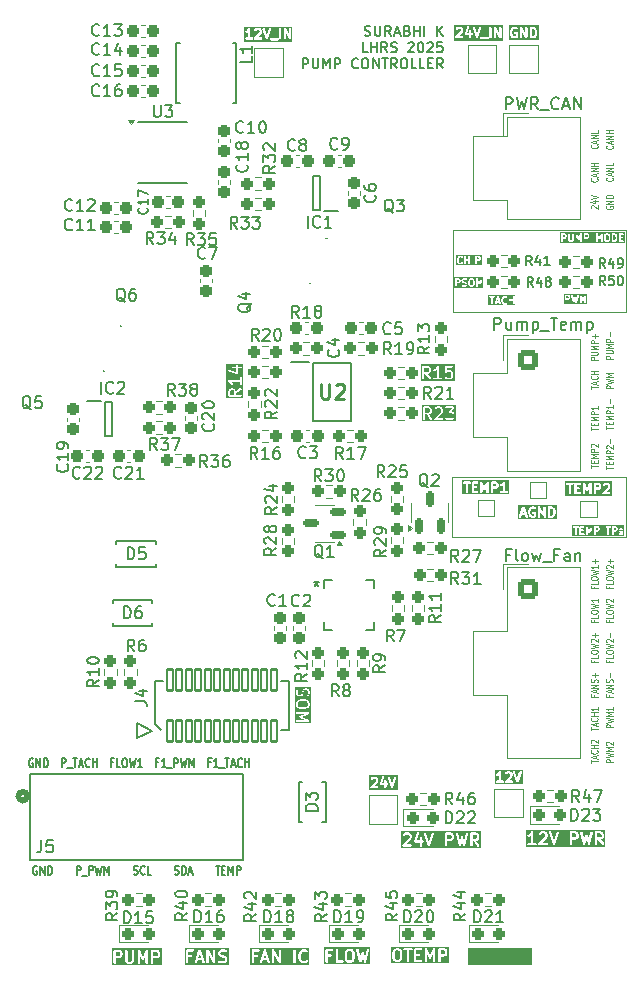
<source format=gbr>
%TF.GenerationSoftware,KiCad,Pcbnew,9.0.0*%
%TF.CreationDate,2026-01-13T21:54:56-06:00*%
%TF.ProjectId,PTN-PumpControlBoard,50544e2d-5075-46d7-9043-6f6e74726f6c,rev?*%
%TF.SameCoordinates,Original*%
%TF.FileFunction,Legend,Top*%
%TF.FilePolarity,Positive*%
%FSLAX46Y46*%
G04 Gerber Fmt 4.6, Leading zero omitted, Abs format (unit mm)*
G04 Created by KiCad (PCBNEW 9.0.0) date 2026-01-13 21:54:56*
%MOMM*%
%LPD*%
G01*
G04 APERTURE LIST*
G04 Aperture macros list*
%AMRoundRect*
0 Rectangle with rounded corners*
0 $1 Rounding radius*
0 $2 $3 $4 $5 $6 $7 $8 $9 X,Y pos of 4 corners*
0 Add a 4 corners polygon primitive as box body*
4,1,4,$2,$3,$4,$5,$6,$7,$8,$9,$2,$3,0*
0 Add four circle primitives for the rounded corners*
1,1,$1+$1,$2,$3*
1,1,$1+$1,$4,$5*
1,1,$1+$1,$6,$7*
1,1,$1+$1,$8,$9*
0 Add four rect primitives between the rounded corners*
20,1,$1+$1,$2,$3,$4,$5,0*
20,1,$1+$1,$4,$5,$6,$7,0*
20,1,$1+$1,$6,$7,$8,$9,0*
20,1,$1+$1,$8,$9,$2,$3,0*%
%AMFreePoly0*
4,1,22,0.695671,0.830970,0.776777,0.776777,0.830970,0.695671,0.850000,0.600000,0.850000,-0.600000,0.830970,-0.695671,0.776777,-0.776777,0.695671,-0.830970,0.600000,-0.850000,-0.200000,-0.850000,-0.295671,-0.830970,-0.376777,-0.776777,-0.776777,-0.376777,-0.830970,-0.295671,-0.850000,-0.200000,-0.850000,0.600000,-0.830970,0.695671,-0.776777,0.776777,-0.695671,0.830970,-0.600000,0.850000,
0.600000,0.850000,0.695671,0.830970,0.695671,0.830970,$1*%
G04 Aperture macros list end*
%ADD10C,0.100000*%
%ADD11C,0.200000*%
%ADD12C,0.150000*%
%ADD13C,0.254000*%
%ADD14C,0.120000*%
%ADD15C,0.152400*%
%ADD16C,0.508000*%
%ADD17C,0.000000*%
%ADD18RoundRect,0.237500X-0.237500X0.250000X-0.237500X-0.250000X0.237500X-0.250000X0.237500X0.250000X0*%
%ADD19RoundRect,0.237500X0.237500X-0.300000X0.237500X0.300000X-0.237500X0.300000X-0.237500X-0.300000X0*%
%ADD20RoundRect,0.237500X0.250000X0.237500X-0.250000X0.237500X-0.250000X-0.237500X0.250000X-0.237500X0*%
%ADD21C,3.600000*%
%ADD22C,6.400000*%
%ADD23RoundRect,0.237500X-0.250000X-0.237500X0.250000X-0.237500X0.250000X0.237500X-0.250000X0.237500X0*%
%ADD24R,0.990600X1.143000*%
%ADD25RoundRect,0.237500X0.300000X0.237500X-0.300000X0.237500X-0.300000X-0.237500X0.300000X-0.237500X0*%
%ADD26RoundRect,0.237500X-0.287500X-0.237500X0.287500X-0.237500X0.287500X0.237500X-0.287500X0.237500X0*%
%ADD27C,1.524000*%
%ADD28RoundRect,0.102000X0.275000X0.900000X-0.275000X0.900000X-0.275000X-0.900000X0.275000X-0.900000X0*%
%ADD29R,2.000000X2.000000*%
%ADD30R,1.000000X0.750000*%
%ADD31R,0.480000X0.750000*%
%ADD32R,2.720000X4.560000*%
%ADD33R,0.910000X5.560000*%
%ADD34R,0.420000X4.560000*%
%ADD35RoundRect,0.150000X0.150000X-0.512500X0.150000X0.512500X-0.150000X0.512500X-0.150000X-0.512500X0*%
%ADD36C,1.300000*%
%ADD37RoundRect,0.250000X-0.600000X-0.600000X0.600000X-0.600000X0.600000X0.600000X-0.600000X0.600000X0*%
%ADD38C,1.700000*%
%ADD39R,1.528000X0.650000*%
%ADD40RoundRect,0.237500X-0.300000X-0.237500X0.300000X-0.237500X0.300000X0.237500X-0.300000X0.237500X0*%
%ADD41RoundRect,0.237500X-0.237500X0.300000X-0.237500X-0.300000X0.237500X-0.300000X0.237500X0.300000X0*%
%ADD42R,1.200000X0.450000*%
%ADD43R,1.143000X0.990600*%
%ADD44R,1.000000X1.000000*%
%ADD45RoundRect,0.237500X0.237500X-0.250000X0.237500X0.250000X-0.237500X0.250000X-0.237500X-0.250000X0*%
%ADD46FreePoly0,0.000000*%
%ADD47R,2.600000X3.100000*%
%ADD48R,1.550000X0.600000*%
%ADD49RoundRect,0.150000X0.512500X0.150000X-0.512500X0.150000X-0.512500X-0.150000X0.512500X-0.150000X0*%
%ADD50R,0.711200X0.304800*%
%ADD51R,0.304800X0.711200*%
%ADD52R,2.692400X2.692400*%
%ADD53R,4.220000X2.120000*%
G04 APERTURE END LIST*
D10*
X151200000Y-71800000D02*
X165900000Y-71800000D01*
X165900000Y-78700000D01*
X151200000Y-78700000D01*
X151200000Y-71800000D01*
X151150000Y-92700000D02*
X165850000Y-92700000D01*
X165850000Y-97800000D01*
X151150000Y-97800000D01*
X151150000Y-92700000D01*
X152450000Y-132600000D02*
X157800000Y-132600000D01*
X157800000Y-133950000D01*
X152450000Y-133950000D01*
X152450000Y-132600000D01*
G36*
X152450000Y-132600000D02*
G01*
X157800000Y-132600000D01*
X157800000Y-133950000D01*
X152450000Y-133950000D01*
X152450000Y-132600000D01*
G37*
D11*
G36*
X142603293Y-132847023D02*
G01*
X142667472Y-132911202D01*
X142705387Y-133062861D01*
X142705387Y-133371575D01*
X142667471Y-133523235D01*
X142603295Y-133587413D01*
X142543685Y-133617219D01*
X142400423Y-133617219D01*
X142340813Y-133587414D01*
X142276636Y-133523236D01*
X142238721Y-133371575D01*
X142238721Y-133062862D01*
X142276636Y-132911202D01*
X142340815Y-132847023D01*
X142400423Y-132817219D01*
X142543685Y-132817219D01*
X142603293Y-132847023D01*
G37*
G36*
X144206906Y-133928330D02*
G01*
X140308562Y-133928330D01*
X140308562Y-132717219D01*
X140419673Y-132717219D01*
X140419673Y-133717219D01*
X140421594Y-133736728D01*
X140436526Y-133772776D01*
X140464116Y-133800366D01*
X140500164Y-133815298D01*
X140539182Y-133815298D01*
X140575230Y-133800366D01*
X140602820Y-133772776D01*
X140617752Y-133736728D01*
X140619673Y-133717219D01*
X140619673Y-133293409D01*
X140853006Y-133293409D01*
X140872515Y-133291488D01*
X140908563Y-133276556D01*
X140936153Y-133248966D01*
X140951085Y-133212918D01*
X140951085Y-133173900D01*
X140936153Y-133137852D01*
X140908563Y-133110262D01*
X140872515Y-133095330D01*
X140853006Y-133093409D01*
X140619673Y-133093409D01*
X140619673Y-132817219D01*
X140995863Y-132817219D01*
X141015372Y-132815298D01*
X141051420Y-132800366D01*
X141079010Y-132772776D01*
X141093942Y-132736728D01*
X141093942Y-132717219D01*
X141276816Y-132717219D01*
X141276816Y-133717219D01*
X141278737Y-133736728D01*
X141293669Y-133772776D01*
X141321259Y-133800366D01*
X141357307Y-133815298D01*
X141376816Y-133817219D01*
X141853006Y-133817219D01*
X141872515Y-133815298D01*
X141908563Y-133800366D01*
X141936153Y-133772776D01*
X141951085Y-133736728D01*
X141951085Y-133697710D01*
X141936153Y-133661662D01*
X141908563Y-133634072D01*
X141872515Y-133619140D01*
X141853006Y-133617219D01*
X141476816Y-133617219D01*
X141476816Y-133050552D01*
X142038721Y-133050552D01*
X142038721Y-133383885D01*
X142039056Y-133387287D01*
X142038839Y-133388746D01*
X142039918Y-133396043D01*
X142040642Y-133403394D01*
X142041206Y-133404757D01*
X142041707Y-133408139D01*
X142089326Y-133598614D01*
X142095921Y-133617075D01*
X142100346Y-133623047D01*
X142103192Y-133629918D01*
X142115629Y-133645071D01*
X142210867Y-133740311D01*
X142218535Y-133746604D01*
X142220266Y-133748600D01*
X142223273Y-133750493D01*
X142226020Y-133752747D01*
X142228460Y-133753757D01*
X142236857Y-133759043D01*
X142332094Y-133806662D01*
X142350403Y-133813668D01*
X142353986Y-133813922D01*
X142357307Y-133815298D01*
X142376816Y-133817219D01*
X142567292Y-133817219D01*
X142586801Y-133815298D01*
X142590121Y-133813922D01*
X142593705Y-133813668D01*
X142612013Y-133806662D01*
X142707251Y-133759043D01*
X142715646Y-133753758D01*
X142718088Y-133752747D01*
X142720835Y-133750491D01*
X142723841Y-133748600D01*
X142725571Y-133746605D01*
X142733241Y-133740310D01*
X142828479Y-133645071D01*
X142840916Y-133629918D01*
X142843761Y-133623047D01*
X142848187Y-133617075D01*
X142854782Y-133598615D01*
X142902401Y-133408139D01*
X142902901Y-133404757D01*
X142903466Y-133403394D01*
X142904189Y-133396043D01*
X142905269Y-133388746D01*
X142905051Y-133387287D01*
X142905387Y-133383885D01*
X142905387Y-133050552D01*
X142905051Y-133047149D01*
X142905269Y-133045691D01*
X142904189Y-133038393D01*
X142903466Y-133031043D01*
X142902901Y-133029679D01*
X142902401Y-133026298D01*
X142854782Y-132835822D01*
X142848187Y-132817362D01*
X142843760Y-132811387D01*
X142840915Y-132804519D01*
X142828479Y-132789365D01*
X142760072Y-132720958D01*
X143038790Y-132720958D01*
X143041440Y-132740381D01*
X143279535Y-133740381D01*
X143281843Y-133747078D01*
X143282162Y-133749476D01*
X143283416Y-133751643D01*
X143285923Y-133758915D01*
X143294438Y-133770681D01*
X143301711Y-133783244D01*
X143305788Y-133786364D01*
X143308798Y-133790524D01*
X143321160Y-133798131D01*
X143332694Y-133806960D01*
X143337657Y-133808283D01*
X143342028Y-133810973D01*
X143356362Y-133813271D01*
X143370395Y-133817013D01*
X143375483Y-133816336D01*
X143380555Y-133817150D01*
X143394689Y-133813784D01*
X143409073Y-133811873D01*
X143413513Y-133809302D01*
X143418512Y-133808112D01*
X143430278Y-133799596D01*
X143442841Y-133792324D01*
X143445961Y-133788246D01*
X143450121Y-133785237D01*
X143457728Y-133772874D01*
X143466557Y-133761341D01*
X143469256Y-133754140D01*
X143470570Y-133752007D01*
X143470953Y-133749616D01*
X143473440Y-133742985D01*
X143567292Y-133391038D01*
X143661145Y-133742986D01*
X143663630Y-133749615D01*
X143664014Y-133752007D01*
X143665327Y-133754141D01*
X143668027Y-133761341D01*
X143676855Y-133772874D01*
X143684463Y-133785237D01*
X143688622Y-133788246D01*
X143691743Y-133792324D01*
X143704307Y-133799598D01*
X143716072Y-133808112D01*
X143721067Y-133809301D01*
X143725511Y-133811874D01*
X143739900Y-133813785D01*
X143754029Y-133817150D01*
X143759100Y-133816336D01*
X143764189Y-133817013D01*
X143778221Y-133813271D01*
X143792556Y-133810973D01*
X143796926Y-133808283D01*
X143801890Y-133806960D01*
X143813423Y-133798131D01*
X143825786Y-133790524D01*
X143828795Y-133786364D01*
X143832873Y-133783244D01*
X143840148Y-133770677D01*
X143848661Y-133758915D01*
X143851165Y-133751649D01*
X143852423Y-133749477D01*
X143852742Y-133747073D01*
X143855049Y-133740381D01*
X144093145Y-132740381D01*
X144095795Y-132720958D01*
X144089618Y-132682432D01*
X144069169Y-132649201D01*
X144037560Y-132626326D01*
X143999603Y-132617289D01*
X143961076Y-132623465D01*
X143927846Y-132643914D01*
X143904971Y-132675523D01*
X143898583Y-132694057D01*
X143752279Y-133308530D01*
X143663916Y-132977167D01*
X143662202Y-132972596D01*
X143661947Y-132970675D01*
X143660626Y-132968393D01*
X143657033Y-132958811D01*
X143649008Y-132948328D01*
X143642397Y-132936908D01*
X143637253Y-132932971D01*
X143633317Y-132927828D01*
X143621899Y-132921218D01*
X143611414Y-132913192D01*
X143605150Y-132911521D01*
X143599549Y-132908279D01*
X143586471Y-132906541D01*
X143573713Y-132903139D01*
X143567291Y-132903992D01*
X143560871Y-132903139D01*
X143548117Y-132906539D01*
X143535035Y-132908278D01*
X143529430Y-132911522D01*
X143523170Y-132913192D01*
X143512686Y-132921216D01*
X143501267Y-132927828D01*
X143497330Y-132932971D01*
X143492187Y-132936908D01*
X143485577Y-132948325D01*
X143477551Y-132958811D01*
X143473955Y-132968399D01*
X143472638Y-132970676D01*
X143472383Y-132972594D01*
X143470669Y-132977166D01*
X143382304Y-133308530D01*
X143236002Y-132694057D01*
X143229614Y-132675523D01*
X143206739Y-132643914D01*
X143173509Y-132623465D01*
X143134982Y-132617288D01*
X143097025Y-132626326D01*
X143065416Y-132649201D01*
X143044967Y-132682431D01*
X143038790Y-132720958D01*
X142760072Y-132720958D01*
X142733241Y-132694127D01*
X142725570Y-132687832D01*
X142723841Y-132685838D01*
X142720833Y-132683944D01*
X142718087Y-132681691D01*
X142715647Y-132680680D01*
X142707251Y-132675395D01*
X142612013Y-132627776D01*
X142593705Y-132620770D01*
X142590121Y-132620515D01*
X142586801Y-132619140D01*
X142567292Y-132617219D01*
X142376816Y-132617219D01*
X142357307Y-132619140D01*
X142353986Y-132620515D01*
X142350403Y-132620770D01*
X142332094Y-132627776D01*
X142236857Y-132675395D01*
X142228458Y-132680681D01*
X142226021Y-132681691D01*
X142223277Y-132683942D01*
X142220266Y-132685838D01*
X142218533Y-132687835D01*
X142210867Y-132694127D01*
X142115629Y-132789365D01*
X142103193Y-132804519D01*
X142100347Y-132811387D01*
X142095921Y-132817362D01*
X142089326Y-132835823D01*
X142041707Y-133026298D01*
X142041206Y-133029679D01*
X142040642Y-133031043D01*
X142039918Y-133038393D01*
X142038839Y-133045691D01*
X142039056Y-133047149D01*
X142038721Y-133050552D01*
X141476816Y-133050552D01*
X141476816Y-132717219D01*
X141474895Y-132697710D01*
X141459963Y-132661662D01*
X141432373Y-132634072D01*
X141396325Y-132619140D01*
X141357307Y-132619140D01*
X141321259Y-132634072D01*
X141293669Y-132661662D01*
X141278737Y-132697710D01*
X141276816Y-132717219D01*
X141093942Y-132717219D01*
X141093942Y-132697710D01*
X141079010Y-132661662D01*
X141051420Y-132634072D01*
X141015372Y-132619140D01*
X140995863Y-132617219D01*
X140519673Y-132617219D01*
X140500164Y-132619140D01*
X140464116Y-132634072D01*
X140436526Y-132661662D01*
X140421594Y-132697710D01*
X140419673Y-132717219D01*
X140308562Y-132717219D01*
X140308562Y-132506108D01*
X144206906Y-132506108D01*
X144206906Y-133928330D01*
G37*
D12*
G36*
X155051769Y-77772342D02*
G01*
X154974169Y-77772342D01*
X155012968Y-77655941D01*
X155051769Y-77772342D01*
G37*
G36*
X156505827Y-78168771D02*
G01*
X154207267Y-78168771D01*
X154207267Y-77404139D01*
X154282267Y-77404139D01*
X154282267Y-77433403D01*
X154293466Y-77460439D01*
X154314158Y-77481131D01*
X154341194Y-77492330D01*
X154355826Y-77493771D01*
X154452255Y-77493771D01*
X154452255Y-78018771D01*
X154453696Y-78033403D01*
X154464895Y-78060439D01*
X154485587Y-78081131D01*
X154512623Y-78092330D01*
X154541887Y-78092330D01*
X154568923Y-78081131D01*
X154589615Y-78060439D01*
X154600814Y-78033403D01*
X154602255Y-78018771D01*
X154602255Y-78009391D01*
X154738558Y-78009391D01*
X154740633Y-78038581D01*
X154753719Y-78064754D01*
X154775826Y-78083928D01*
X154803589Y-78093182D01*
X154832779Y-78091107D01*
X154858952Y-78078021D01*
X154878126Y-78055914D01*
X154884120Y-78042488D01*
X154924169Y-77922342D01*
X155101769Y-77922342D01*
X155141818Y-78042489D01*
X155147812Y-78055914D01*
X155166986Y-78078021D01*
X155193159Y-78091108D01*
X155222349Y-78093183D01*
X155250112Y-78083929D01*
X155272219Y-78064755D01*
X155285306Y-78038581D01*
X155287380Y-78009391D01*
X155284120Y-77995054D01*
X155177740Y-77675914D01*
X155309398Y-77675914D01*
X155309398Y-77761628D01*
X155309649Y-77764181D01*
X155309487Y-77765274D01*
X155310296Y-77770747D01*
X155310839Y-77776260D01*
X155311261Y-77777281D01*
X155311637Y-77779818D01*
X155340209Y-77894104D01*
X155340594Y-77895183D01*
X155340633Y-77895723D01*
X155342960Y-77901804D01*
X155345156Y-77907950D01*
X155345478Y-77908385D01*
X155345888Y-77909455D01*
X155374459Y-77966598D01*
X155378423Y-77972897D01*
X155379181Y-77974725D01*
X155380869Y-77976781D01*
X155382291Y-77979041D01*
X155383789Y-77980340D01*
X155388508Y-77986090D01*
X155445651Y-78043233D01*
X155457016Y-78052560D01*
X155459506Y-78053591D01*
X155461542Y-78055357D01*
X155474967Y-78061351D01*
X155560681Y-78089922D01*
X155567934Y-78091571D01*
X155569766Y-78092330D01*
X155572420Y-78092591D01*
X155575018Y-78093182D01*
X155576992Y-78093041D01*
X155584398Y-78093771D01*
X155641541Y-78093771D01*
X155648946Y-78093041D01*
X155650921Y-78093182D01*
X155653518Y-78092591D01*
X155656173Y-78092330D01*
X155658004Y-78091571D01*
X155665258Y-78089922D01*
X155750971Y-78061351D01*
X155764397Y-78055357D01*
X155766432Y-78053591D01*
X155768923Y-78052560D01*
X155780288Y-78043233D01*
X155808860Y-78014661D01*
X155818188Y-78003296D01*
X155829386Y-77976259D01*
X155829386Y-77946996D01*
X155818188Y-77919960D01*
X155797495Y-77899267D01*
X155770459Y-77888069D01*
X155741196Y-77888069D01*
X155714159Y-77899267D01*
X155702794Y-77908595D01*
X155686741Y-77924647D01*
X155629371Y-77943771D01*
X155596567Y-77943771D01*
X155539198Y-77924648D01*
X155503179Y-77888629D01*
X155483735Y-77849739D01*
X155459398Y-77752393D01*
X155459398Y-77685148D01*
X155483735Y-77587802D01*
X155503179Y-77548912D01*
X155539198Y-77512894D01*
X155596567Y-77493771D01*
X155629371Y-77493771D01*
X155686741Y-77512894D01*
X155702794Y-77528947D01*
X155714159Y-77538275D01*
X155741196Y-77549473D01*
X155770459Y-77549473D01*
X155797495Y-77538275D01*
X155818188Y-77517582D01*
X155829386Y-77490546D01*
X155829386Y-77461283D01*
X155818188Y-77434246D01*
X155808860Y-77422881D01*
X155804750Y-77418771D01*
X155937970Y-77418771D01*
X155937970Y-78018771D01*
X155939411Y-78033403D01*
X155950610Y-78060439D01*
X155971302Y-78081131D01*
X155998338Y-78092330D01*
X156027602Y-78092330D01*
X156054638Y-78081131D01*
X156075330Y-78060439D01*
X156086529Y-78033403D01*
X156087970Y-78018771D01*
X156087970Y-77779485D01*
X156280827Y-77779485D01*
X156280827Y-78018771D01*
X156282268Y-78033403D01*
X156293467Y-78060439D01*
X156314159Y-78081131D01*
X156341195Y-78092330D01*
X156370459Y-78092330D01*
X156397495Y-78081131D01*
X156418187Y-78060439D01*
X156429386Y-78033403D01*
X156430827Y-78018771D01*
X156430827Y-77418771D01*
X156429386Y-77404139D01*
X156418187Y-77377103D01*
X156397495Y-77356411D01*
X156370459Y-77345212D01*
X156341195Y-77345212D01*
X156314159Y-77356411D01*
X156293467Y-77377103D01*
X156282268Y-77404139D01*
X156280827Y-77418771D01*
X156280827Y-77629485D01*
X156087970Y-77629485D01*
X156087970Y-77418771D01*
X156086529Y-77404139D01*
X156075330Y-77377103D01*
X156054638Y-77356411D01*
X156027602Y-77345212D01*
X155998338Y-77345212D01*
X155971302Y-77356411D01*
X155950610Y-77377103D01*
X155939411Y-77404139D01*
X155937970Y-77418771D01*
X155804750Y-77418771D01*
X155780288Y-77394309D01*
X155768923Y-77384982D01*
X155766432Y-77383950D01*
X155764397Y-77382185D01*
X155750971Y-77376191D01*
X155665258Y-77347620D01*
X155658004Y-77345970D01*
X155656173Y-77345212D01*
X155653518Y-77344950D01*
X155650921Y-77344360D01*
X155648946Y-77344500D01*
X155641541Y-77343771D01*
X155584398Y-77343771D01*
X155576992Y-77344500D01*
X155575018Y-77344360D01*
X155572420Y-77344950D01*
X155569766Y-77345212D01*
X155567934Y-77345970D01*
X155560681Y-77347620D01*
X155474967Y-77376191D01*
X155461542Y-77382185D01*
X155459506Y-77383950D01*
X155457016Y-77384982D01*
X155445651Y-77394309D01*
X155388508Y-77451452D01*
X155383789Y-77457201D01*
X155382291Y-77458501D01*
X155380869Y-77460760D01*
X155379181Y-77462817D01*
X155378423Y-77464644D01*
X155374459Y-77470944D01*
X155345888Y-77528087D01*
X155345478Y-77529156D01*
X155345156Y-77529592D01*
X155342960Y-77535737D01*
X155340633Y-77541819D01*
X155340594Y-77542358D01*
X155340209Y-77543438D01*
X155311637Y-77657724D01*
X155311261Y-77660260D01*
X155310839Y-77661282D01*
X155310296Y-77666794D01*
X155309487Y-77672268D01*
X155309649Y-77673360D01*
X155309398Y-77675914D01*
X155177740Y-77675914D01*
X155084120Y-77395054D01*
X155078126Y-77381628D01*
X155074616Y-77377581D01*
X155072219Y-77372787D01*
X155065110Y-77366621D01*
X155058952Y-77359521D01*
X155054163Y-77357126D01*
X155050112Y-77353613D01*
X155041182Y-77350636D01*
X155032779Y-77346435D01*
X155027438Y-77346055D01*
X155022349Y-77344359D01*
X155012961Y-77345026D01*
X155003589Y-77344360D01*
X154998507Y-77346053D01*
X154993159Y-77346434D01*
X154984745Y-77350640D01*
X154975826Y-77353614D01*
X154971778Y-77357124D01*
X154966986Y-77359521D01*
X154960823Y-77366625D01*
X154953719Y-77372788D01*
X154951323Y-77377579D01*
X154947812Y-77381628D01*
X154941818Y-77395053D01*
X154741818Y-77995054D01*
X154738558Y-78009391D01*
X154602255Y-78009391D01*
X154602255Y-77493771D01*
X154698684Y-77493771D01*
X154713316Y-77492330D01*
X154740352Y-77481131D01*
X154761044Y-77460439D01*
X154772243Y-77433403D01*
X154772243Y-77404139D01*
X154761044Y-77377103D01*
X154740352Y-77356411D01*
X154713316Y-77345212D01*
X154698684Y-77343771D01*
X154355826Y-77343771D01*
X154341194Y-77345212D01*
X154314158Y-77356411D01*
X154293466Y-77377103D01*
X154282267Y-77404139D01*
X154207267Y-77404139D01*
X154207267Y-77268771D01*
X156505827Y-77268771D01*
X156505827Y-78168771D01*
G37*
X143741792Y-55310797D02*
X143863221Y-55351273D01*
X143863221Y-55351273D02*
X144065602Y-55351273D01*
X144065602Y-55351273D02*
X144146554Y-55310797D01*
X144146554Y-55310797D02*
X144187030Y-55270320D01*
X144187030Y-55270320D02*
X144227507Y-55189368D01*
X144227507Y-55189368D02*
X144227507Y-55108416D01*
X144227507Y-55108416D02*
X144187030Y-55027463D01*
X144187030Y-55027463D02*
X144146554Y-54986987D01*
X144146554Y-54986987D02*
X144065602Y-54946511D01*
X144065602Y-54946511D02*
X143903697Y-54906035D01*
X143903697Y-54906035D02*
X143822745Y-54865558D01*
X143822745Y-54865558D02*
X143782268Y-54825082D01*
X143782268Y-54825082D02*
X143741792Y-54744130D01*
X143741792Y-54744130D02*
X143741792Y-54663177D01*
X143741792Y-54663177D02*
X143782268Y-54582225D01*
X143782268Y-54582225D02*
X143822745Y-54541749D01*
X143822745Y-54541749D02*
X143903697Y-54501273D01*
X143903697Y-54501273D02*
X144106078Y-54501273D01*
X144106078Y-54501273D02*
X144227507Y-54541749D01*
X144591792Y-54501273D02*
X144591792Y-55189368D01*
X144591792Y-55189368D02*
X144632269Y-55270320D01*
X144632269Y-55270320D02*
X144672745Y-55310797D01*
X144672745Y-55310797D02*
X144753697Y-55351273D01*
X144753697Y-55351273D02*
X144915602Y-55351273D01*
X144915602Y-55351273D02*
X144996554Y-55310797D01*
X144996554Y-55310797D02*
X145037031Y-55270320D01*
X145037031Y-55270320D02*
X145077507Y-55189368D01*
X145077507Y-55189368D02*
X145077507Y-54501273D01*
X145967983Y-55351273D02*
X145684649Y-54946511D01*
X145482268Y-55351273D02*
X145482268Y-54501273D01*
X145482268Y-54501273D02*
X145806078Y-54501273D01*
X145806078Y-54501273D02*
X145887030Y-54541749D01*
X145887030Y-54541749D02*
X145927507Y-54582225D01*
X145927507Y-54582225D02*
X145967983Y-54663177D01*
X145967983Y-54663177D02*
X145967983Y-54784606D01*
X145967983Y-54784606D02*
X145927507Y-54865558D01*
X145927507Y-54865558D02*
X145887030Y-54906035D01*
X145887030Y-54906035D02*
X145806078Y-54946511D01*
X145806078Y-54946511D02*
X145482268Y-54946511D01*
X146291792Y-55108416D02*
X146696554Y-55108416D01*
X146210840Y-55351273D02*
X146494173Y-54501273D01*
X146494173Y-54501273D02*
X146777507Y-55351273D01*
X147344173Y-54906035D02*
X147465601Y-54946511D01*
X147465601Y-54946511D02*
X147506078Y-54986987D01*
X147506078Y-54986987D02*
X147546554Y-55067939D01*
X147546554Y-55067939D02*
X147546554Y-55189368D01*
X147546554Y-55189368D02*
X147506078Y-55270320D01*
X147506078Y-55270320D02*
X147465601Y-55310797D01*
X147465601Y-55310797D02*
X147384649Y-55351273D01*
X147384649Y-55351273D02*
X147060839Y-55351273D01*
X147060839Y-55351273D02*
X147060839Y-54501273D01*
X147060839Y-54501273D02*
X147344173Y-54501273D01*
X147344173Y-54501273D02*
X147425125Y-54541749D01*
X147425125Y-54541749D02*
X147465601Y-54582225D01*
X147465601Y-54582225D02*
X147506078Y-54663177D01*
X147506078Y-54663177D02*
X147506078Y-54744130D01*
X147506078Y-54744130D02*
X147465601Y-54825082D01*
X147465601Y-54825082D02*
X147425125Y-54865558D01*
X147425125Y-54865558D02*
X147344173Y-54906035D01*
X147344173Y-54906035D02*
X147060839Y-54906035D01*
X147910839Y-55351273D02*
X147910839Y-54501273D01*
X147910839Y-54906035D02*
X148396554Y-54906035D01*
X148396554Y-55351273D02*
X148396554Y-54501273D01*
X148801315Y-55351273D02*
X148801315Y-54501273D01*
X149853696Y-55351273D02*
X149853696Y-54501273D01*
X150339411Y-55351273D02*
X149975125Y-54865558D01*
X150339411Y-54501273D02*
X149853696Y-54986987D01*
X143984648Y-56719725D02*
X143579886Y-56719725D01*
X143579886Y-56719725D02*
X143579886Y-55869725D01*
X144267981Y-56719725D02*
X144267981Y-55869725D01*
X144267981Y-56274487D02*
X144753696Y-56274487D01*
X144753696Y-56719725D02*
X144753696Y-55869725D01*
X145644172Y-56719725D02*
X145360838Y-56314963D01*
X145158457Y-56719725D02*
X145158457Y-55869725D01*
X145158457Y-55869725D02*
X145482267Y-55869725D01*
X145482267Y-55869725D02*
X145563219Y-55910201D01*
X145563219Y-55910201D02*
X145603696Y-55950677D01*
X145603696Y-55950677D02*
X145644172Y-56031629D01*
X145644172Y-56031629D02*
X145644172Y-56153058D01*
X145644172Y-56153058D02*
X145603696Y-56234010D01*
X145603696Y-56234010D02*
X145563219Y-56274487D01*
X145563219Y-56274487D02*
X145482267Y-56314963D01*
X145482267Y-56314963D02*
X145158457Y-56314963D01*
X145967981Y-56679249D02*
X146089410Y-56719725D01*
X146089410Y-56719725D02*
X146291791Y-56719725D01*
X146291791Y-56719725D02*
X146372743Y-56679249D01*
X146372743Y-56679249D02*
X146413219Y-56638772D01*
X146413219Y-56638772D02*
X146453696Y-56557820D01*
X146453696Y-56557820D02*
X146453696Y-56476868D01*
X146453696Y-56476868D02*
X146413219Y-56395915D01*
X146413219Y-56395915D02*
X146372743Y-56355439D01*
X146372743Y-56355439D02*
X146291791Y-56314963D01*
X146291791Y-56314963D02*
X146129886Y-56274487D01*
X146129886Y-56274487D02*
X146048934Y-56234010D01*
X146048934Y-56234010D02*
X146008457Y-56193534D01*
X146008457Y-56193534D02*
X145967981Y-56112582D01*
X145967981Y-56112582D02*
X145967981Y-56031629D01*
X145967981Y-56031629D02*
X146008457Y-55950677D01*
X146008457Y-55950677D02*
X146048934Y-55910201D01*
X146048934Y-55910201D02*
X146129886Y-55869725D01*
X146129886Y-55869725D02*
X146332267Y-55869725D01*
X146332267Y-55869725D02*
X146453696Y-55910201D01*
X147425124Y-55950677D02*
X147465600Y-55910201D01*
X147465600Y-55910201D02*
X147546553Y-55869725D01*
X147546553Y-55869725D02*
X147748934Y-55869725D01*
X147748934Y-55869725D02*
X147829886Y-55910201D01*
X147829886Y-55910201D02*
X147870362Y-55950677D01*
X147870362Y-55950677D02*
X147910839Y-56031629D01*
X147910839Y-56031629D02*
X147910839Y-56112582D01*
X147910839Y-56112582D02*
X147870362Y-56234010D01*
X147870362Y-56234010D02*
X147384648Y-56719725D01*
X147384648Y-56719725D02*
X147910839Y-56719725D01*
X148437029Y-55869725D02*
X148517982Y-55869725D01*
X148517982Y-55869725D02*
X148598934Y-55910201D01*
X148598934Y-55910201D02*
X148639410Y-55950677D01*
X148639410Y-55950677D02*
X148679886Y-56031629D01*
X148679886Y-56031629D02*
X148720363Y-56193534D01*
X148720363Y-56193534D02*
X148720363Y-56395915D01*
X148720363Y-56395915D02*
X148679886Y-56557820D01*
X148679886Y-56557820D02*
X148639410Y-56638772D01*
X148639410Y-56638772D02*
X148598934Y-56679249D01*
X148598934Y-56679249D02*
X148517982Y-56719725D01*
X148517982Y-56719725D02*
X148437029Y-56719725D01*
X148437029Y-56719725D02*
X148356077Y-56679249D01*
X148356077Y-56679249D02*
X148315601Y-56638772D01*
X148315601Y-56638772D02*
X148275124Y-56557820D01*
X148275124Y-56557820D02*
X148234648Y-56395915D01*
X148234648Y-56395915D02*
X148234648Y-56193534D01*
X148234648Y-56193534D02*
X148275124Y-56031629D01*
X148275124Y-56031629D02*
X148315601Y-55950677D01*
X148315601Y-55950677D02*
X148356077Y-55910201D01*
X148356077Y-55910201D02*
X148437029Y-55869725D01*
X149044172Y-55950677D02*
X149084648Y-55910201D01*
X149084648Y-55910201D02*
X149165601Y-55869725D01*
X149165601Y-55869725D02*
X149367982Y-55869725D01*
X149367982Y-55869725D02*
X149448934Y-55910201D01*
X149448934Y-55910201D02*
X149489410Y-55950677D01*
X149489410Y-55950677D02*
X149529887Y-56031629D01*
X149529887Y-56031629D02*
X149529887Y-56112582D01*
X149529887Y-56112582D02*
X149489410Y-56234010D01*
X149489410Y-56234010D02*
X149003696Y-56719725D01*
X149003696Y-56719725D02*
X149529887Y-56719725D01*
X150298934Y-55869725D02*
X149894172Y-55869725D01*
X149894172Y-55869725D02*
X149853696Y-56274487D01*
X149853696Y-56274487D02*
X149894172Y-56234010D01*
X149894172Y-56234010D02*
X149975125Y-56193534D01*
X149975125Y-56193534D02*
X150177506Y-56193534D01*
X150177506Y-56193534D02*
X150258458Y-56234010D01*
X150258458Y-56234010D02*
X150298934Y-56274487D01*
X150298934Y-56274487D02*
X150339411Y-56355439D01*
X150339411Y-56355439D02*
X150339411Y-56557820D01*
X150339411Y-56557820D02*
X150298934Y-56638772D01*
X150298934Y-56638772D02*
X150258458Y-56679249D01*
X150258458Y-56679249D02*
X150177506Y-56719725D01*
X150177506Y-56719725D02*
X149975125Y-56719725D01*
X149975125Y-56719725D02*
X149894172Y-56679249D01*
X149894172Y-56679249D02*
X149853696Y-56638772D01*
X138479887Y-58088177D02*
X138479887Y-57238177D01*
X138479887Y-57238177D02*
X138803697Y-57238177D01*
X138803697Y-57238177D02*
X138884649Y-57278653D01*
X138884649Y-57278653D02*
X138925126Y-57319129D01*
X138925126Y-57319129D02*
X138965602Y-57400081D01*
X138965602Y-57400081D02*
X138965602Y-57521510D01*
X138965602Y-57521510D02*
X138925126Y-57602462D01*
X138925126Y-57602462D02*
X138884649Y-57642939D01*
X138884649Y-57642939D02*
X138803697Y-57683415D01*
X138803697Y-57683415D02*
X138479887Y-57683415D01*
X139329887Y-57238177D02*
X139329887Y-57926272D01*
X139329887Y-57926272D02*
X139370364Y-58007224D01*
X139370364Y-58007224D02*
X139410840Y-58047701D01*
X139410840Y-58047701D02*
X139491792Y-58088177D01*
X139491792Y-58088177D02*
X139653697Y-58088177D01*
X139653697Y-58088177D02*
X139734649Y-58047701D01*
X139734649Y-58047701D02*
X139775126Y-58007224D01*
X139775126Y-58007224D02*
X139815602Y-57926272D01*
X139815602Y-57926272D02*
X139815602Y-57238177D01*
X140220363Y-58088177D02*
X140220363Y-57238177D01*
X140220363Y-57238177D02*
X140503697Y-57845320D01*
X140503697Y-57845320D02*
X140787030Y-57238177D01*
X140787030Y-57238177D02*
X140787030Y-58088177D01*
X141191792Y-58088177D02*
X141191792Y-57238177D01*
X141191792Y-57238177D02*
X141515602Y-57238177D01*
X141515602Y-57238177D02*
X141596554Y-57278653D01*
X141596554Y-57278653D02*
X141637031Y-57319129D01*
X141637031Y-57319129D02*
X141677507Y-57400081D01*
X141677507Y-57400081D02*
X141677507Y-57521510D01*
X141677507Y-57521510D02*
X141637031Y-57602462D01*
X141637031Y-57602462D02*
X141596554Y-57642939D01*
X141596554Y-57642939D02*
X141515602Y-57683415D01*
X141515602Y-57683415D02*
X141191792Y-57683415D01*
X143175126Y-58007224D02*
X143134650Y-58047701D01*
X143134650Y-58047701D02*
X143013221Y-58088177D01*
X143013221Y-58088177D02*
X142932269Y-58088177D01*
X142932269Y-58088177D02*
X142810840Y-58047701D01*
X142810840Y-58047701D02*
X142729888Y-57966748D01*
X142729888Y-57966748D02*
X142689411Y-57885796D01*
X142689411Y-57885796D02*
X142648935Y-57723891D01*
X142648935Y-57723891D02*
X142648935Y-57602462D01*
X142648935Y-57602462D02*
X142689411Y-57440558D01*
X142689411Y-57440558D02*
X142729888Y-57359605D01*
X142729888Y-57359605D02*
X142810840Y-57278653D01*
X142810840Y-57278653D02*
X142932269Y-57238177D01*
X142932269Y-57238177D02*
X143013221Y-57238177D01*
X143013221Y-57238177D02*
X143134650Y-57278653D01*
X143134650Y-57278653D02*
X143175126Y-57319129D01*
X143701316Y-57238177D02*
X143863221Y-57238177D01*
X143863221Y-57238177D02*
X143944173Y-57278653D01*
X143944173Y-57278653D02*
X144025126Y-57359605D01*
X144025126Y-57359605D02*
X144065602Y-57521510D01*
X144065602Y-57521510D02*
X144065602Y-57804843D01*
X144065602Y-57804843D02*
X144025126Y-57966748D01*
X144025126Y-57966748D02*
X143944173Y-58047701D01*
X143944173Y-58047701D02*
X143863221Y-58088177D01*
X143863221Y-58088177D02*
X143701316Y-58088177D01*
X143701316Y-58088177D02*
X143620364Y-58047701D01*
X143620364Y-58047701D02*
X143539411Y-57966748D01*
X143539411Y-57966748D02*
X143498935Y-57804843D01*
X143498935Y-57804843D02*
X143498935Y-57521510D01*
X143498935Y-57521510D02*
X143539411Y-57359605D01*
X143539411Y-57359605D02*
X143620364Y-57278653D01*
X143620364Y-57278653D02*
X143701316Y-57238177D01*
X144429887Y-58088177D02*
X144429887Y-57238177D01*
X144429887Y-57238177D02*
X144915602Y-58088177D01*
X144915602Y-58088177D02*
X144915602Y-57238177D01*
X145198935Y-57238177D02*
X145684649Y-57238177D01*
X145441792Y-58088177D02*
X145441792Y-57238177D01*
X146453697Y-58088177D02*
X146170363Y-57683415D01*
X145967982Y-58088177D02*
X145967982Y-57238177D01*
X145967982Y-57238177D02*
X146291792Y-57238177D01*
X146291792Y-57238177D02*
X146372744Y-57278653D01*
X146372744Y-57278653D02*
X146413221Y-57319129D01*
X146413221Y-57319129D02*
X146453697Y-57400081D01*
X146453697Y-57400081D02*
X146453697Y-57521510D01*
X146453697Y-57521510D02*
X146413221Y-57602462D01*
X146413221Y-57602462D02*
X146372744Y-57642939D01*
X146372744Y-57642939D02*
X146291792Y-57683415D01*
X146291792Y-57683415D02*
X145967982Y-57683415D01*
X146979887Y-57238177D02*
X147141792Y-57238177D01*
X147141792Y-57238177D02*
X147222744Y-57278653D01*
X147222744Y-57278653D02*
X147303697Y-57359605D01*
X147303697Y-57359605D02*
X147344173Y-57521510D01*
X147344173Y-57521510D02*
X147344173Y-57804843D01*
X147344173Y-57804843D02*
X147303697Y-57966748D01*
X147303697Y-57966748D02*
X147222744Y-58047701D01*
X147222744Y-58047701D02*
X147141792Y-58088177D01*
X147141792Y-58088177D02*
X146979887Y-58088177D01*
X146979887Y-58088177D02*
X146898935Y-58047701D01*
X146898935Y-58047701D02*
X146817982Y-57966748D01*
X146817982Y-57966748D02*
X146777506Y-57804843D01*
X146777506Y-57804843D02*
X146777506Y-57521510D01*
X146777506Y-57521510D02*
X146817982Y-57359605D01*
X146817982Y-57359605D02*
X146898935Y-57278653D01*
X146898935Y-57278653D02*
X146979887Y-57238177D01*
X148113220Y-58088177D02*
X147708458Y-58088177D01*
X147708458Y-58088177D02*
X147708458Y-57238177D01*
X148801315Y-58088177D02*
X148396553Y-58088177D01*
X148396553Y-58088177D02*
X148396553Y-57238177D01*
X149084648Y-57642939D02*
X149367982Y-57642939D01*
X149489410Y-58088177D02*
X149084648Y-58088177D01*
X149084648Y-58088177D02*
X149084648Y-57238177D01*
X149084648Y-57238177D02*
X149489410Y-57238177D01*
X150339411Y-58088177D02*
X150056077Y-57683415D01*
X149853696Y-58088177D02*
X149853696Y-57238177D01*
X149853696Y-57238177D02*
X150177506Y-57238177D01*
X150177506Y-57238177D02*
X150258458Y-57278653D01*
X150258458Y-57278653D02*
X150298935Y-57319129D01*
X150298935Y-57319129D02*
X150339411Y-57400081D01*
X150339411Y-57400081D02*
X150339411Y-57521510D01*
X150339411Y-57521510D02*
X150298935Y-57602462D01*
X150298935Y-57602462D02*
X150258458Y-57642939D01*
X150258458Y-57642939D02*
X150177506Y-57683415D01*
X150177506Y-57683415D02*
X149853696Y-57683415D01*
G36*
X160982826Y-77408980D02*
G01*
X160994186Y-77420340D01*
X161009398Y-77450762D01*
X161009398Y-77501065D01*
X160994187Y-77531486D01*
X160982828Y-77542845D01*
X160952406Y-77558057D01*
X160816541Y-77558057D01*
X160816541Y-77393771D01*
X160952408Y-77393771D01*
X160982826Y-77408980D01*
G37*
G36*
X162577255Y-78068719D02*
G01*
X160591541Y-78068719D01*
X160591541Y-77318771D01*
X160666541Y-77318771D01*
X160666541Y-77918771D01*
X160667982Y-77933403D01*
X160679181Y-77960439D01*
X160699873Y-77981131D01*
X160726909Y-77992330D01*
X160756173Y-77992330D01*
X160783209Y-77981131D01*
X160803901Y-77960439D01*
X160815100Y-77933403D01*
X160816541Y-77918771D01*
X160816541Y-77708057D01*
X160970112Y-77708057D01*
X160984744Y-77706616D01*
X160987232Y-77705585D01*
X160989922Y-77705394D01*
X161003653Y-77700139D01*
X161060796Y-77671567D01*
X161067092Y-77667603D01*
X161068923Y-77666845D01*
X161070984Y-77665153D01*
X161073239Y-77663734D01*
X161074535Y-77662238D01*
X161080288Y-77657518D01*
X161108859Y-77628947D01*
X161113579Y-77623194D01*
X161115075Y-77621898D01*
X161116494Y-77619643D01*
X161118186Y-77617582D01*
X161118944Y-77615751D01*
X161122908Y-77609455D01*
X161151480Y-77552313D01*
X161156735Y-77538581D01*
X161156926Y-77535891D01*
X161157957Y-77533403D01*
X161159398Y-77518771D01*
X161159398Y-77433057D01*
X161157957Y-77418425D01*
X161156926Y-77415936D01*
X161156735Y-77413247D01*
X161151480Y-77399515D01*
X161122908Y-77342373D01*
X161118945Y-77336078D01*
X161118187Y-77334247D01*
X161116493Y-77332183D01*
X161115075Y-77329930D01*
X161113580Y-77328633D01*
X161108860Y-77322882D01*
X161107553Y-77321575D01*
X161209450Y-77321575D01*
X161211438Y-77336143D01*
X161354294Y-77936142D01*
X161356024Y-77941164D01*
X161356264Y-77942964D01*
X161357205Y-77944591D01*
X161359085Y-77950043D01*
X161365470Y-77958865D01*
X161370926Y-77968289D01*
X161373984Y-77970630D01*
X161376242Y-77973749D01*
X161385513Y-77979454D01*
X161394164Y-77986076D01*
X161397885Y-77987068D01*
X161401164Y-77989086D01*
X161411913Y-77990809D01*
X161422439Y-77993616D01*
X161426257Y-77993108D01*
X161430059Y-77993718D01*
X161440648Y-77991196D01*
X161451448Y-77989762D01*
X161454782Y-77987831D01*
X161458527Y-77986940D01*
X161467347Y-77980557D01*
X161476773Y-77975100D01*
X161479113Y-77972042D01*
X161482234Y-77969784D01*
X161487941Y-77960508D01*
X161494560Y-77951862D01*
X161496585Y-77946462D01*
X161497570Y-77944862D01*
X161497857Y-77943070D01*
X161499723Y-77938096D01*
X161541540Y-77781279D01*
X161583358Y-77938095D01*
X161585223Y-77943069D01*
X161585511Y-77944862D01*
X161586496Y-77946463D01*
X161588521Y-77951862D01*
X161595139Y-77960508D01*
X161600847Y-77969784D01*
X161603967Y-77972042D01*
X161606308Y-77975100D01*
X161615726Y-77980552D01*
X161624554Y-77986941D01*
X161628304Y-77987833D01*
X161631633Y-77989761D01*
X161642417Y-77991194D01*
X161653022Y-77993719D01*
X161656826Y-77993109D01*
X161660641Y-77993616D01*
X161671162Y-77990810D01*
X161681917Y-77989086D01*
X161685196Y-77987068D01*
X161688917Y-77986076D01*
X161697563Y-77979457D01*
X161706839Y-77973750D01*
X161709097Y-77970629D01*
X161712155Y-77968289D01*
X161717609Y-77958867D01*
X161723996Y-77950043D01*
X161725874Y-77944592D01*
X161726817Y-77942964D01*
X161727056Y-77941162D01*
X161728786Y-77936143D01*
X161871645Y-77336142D01*
X161873632Y-77321574D01*
X161873183Y-77318771D01*
X161952255Y-77318771D01*
X161952255Y-77918771D01*
X161953696Y-77933403D01*
X161964895Y-77960439D01*
X161985587Y-77981131D01*
X162012623Y-77992330D01*
X162041887Y-77992330D01*
X162068923Y-77981131D01*
X162089615Y-77960439D01*
X162100814Y-77933403D01*
X162102255Y-77918771D01*
X162102255Y-77656838D01*
X162159291Y-77779059D01*
X162162465Y-77784416D01*
X162163125Y-77786231D01*
X162164300Y-77787514D01*
X162166785Y-77791708D01*
X162175190Y-77799406D01*
X162182889Y-77807812D01*
X162185908Y-77809220D01*
X162188366Y-77811472D01*
X162199075Y-77815366D01*
X162209407Y-77820188D01*
X162212738Y-77820334D01*
X162215867Y-77821472D01*
X162227255Y-77820971D01*
X162238643Y-77821472D01*
X162241771Y-77820334D01*
X162245103Y-77820188D01*
X162255434Y-77815366D01*
X162266144Y-77811472D01*
X162268601Y-77809220D01*
X162271621Y-77807812D01*
X162279319Y-77799406D01*
X162287725Y-77791708D01*
X162290208Y-77787515D01*
X162291385Y-77786231D01*
X162292045Y-77784415D01*
X162295219Y-77779058D01*
X162352255Y-77656838D01*
X162352255Y-77918771D01*
X162353696Y-77933403D01*
X162364895Y-77960439D01*
X162385587Y-77981131D01*
X162412623Y-77992330D01*
X162441887Y-77992330D01*
X162468923Y-77981131D01*
X162489615Y-77960439D01*
X162500814Y-77933403D01*
X162502255Y-77918771D01*
X162502255Y-77318771D01*
X162501307Y-77309149D01*
X162501385Y-77307383D01*
X162501040Y-77306434D01*
X162500814Y-77304139D01*
X162495832Y-77292112D01*
X162491385Y-77279882D01*
X162490255Y-77278648D01*
X162489615Y-77277103D01*
X162480409Y-77267897D01*
X162471621Y-77258301D01*
X162470105Y-77257593D01*
X162468923Y-77256411D01*
X162456901Y-77251431D01*
X162445103Y-77245925D01*
X162443431Y-77245851D01*
X162441887Y-77245212D01*
X162428868Y-77245212D01*
X162415867Y-77244641D01*
X162414297Y-77245212D01*
X162412623Y-77245212D01*
X162400596Y-77250193D01*
X162388366Y-77254641D01*
X162387132Y-77255770D01*
X162385587Y-77256411D01*
X162376381Y-77265616D01*
X162366785Y-77274405D01*
X162365610Y-77276387D01*
X162364895Y-77277103D01*
X162364217Y-77278738D01*
X162359291Y-77287054D01*
X162227254Y-77569988D01*
X162095219Y-77287055D01*
X162090293Y-77278739D01*
X162089615Y-77277103D01*
X162088899Y-77276387D01*
X162087725Y-77274405D01*
X162078128Y-77265616D01*
X162068923Y-77256411D01*
X162067377Y-77255770D01*
X162066144Y-77254641D01*
X162053913Y-77250193D01*
X162041887Y-77245212D01*
X162040213Y-77245212D01*
X162038643Y-77244641D01*
X162025642Y-77245212D01*
X162012623Y-77245212D01*
X162011078Y-77245851D01*
X162009407Y-77245925D01*
X161997608Y-77251431D01*
X161985587Y-77256411D01*
X161984404Y-77257593D01*
X161982889Y-77258301D01*
X161974100Y-77267897D01*
X161964895Y-77277103D01*
X161964254Y-77278648D01*
X161963125Y-77279882D01*
X161958677Y-77292112D01*
X161953696Y-77304139D01*
X161953469Y-77306434D01*
X161953125Y-77307383D01*
X161953202Y-77309149D01*
X161952255Y-77318771D01*
X161873183Y-77318771D01*
X161868999Y-77292680D01*
X161853663Y-77267758D01*
X161829956Y-77250601D01*
X161801488Y-77243823D01*
X161772593Y-77248455D01*
X161747671Y-77263792D01*
X161730515Y-77287499D01*
X161725724Y-77301399D01*
X161651710Y-77612255D01*
X161614009Y-77470875D01*
X161612723Y-77467447D01*
X161612532Y-77466006D01*
X161611540Y-77464293D01*
X161608846Y-77457109D01*
X161602832Y-77449252D01*
X161597870Y-77440681D01*
X161594009Y-77437726D01*
X161591059Y-77433871D01*
X161582499Y-77428915D01*
X161574633Y-77422894D01*
X161569935Y-77421641D01*
X161565734Y-77419209D01*
X161555927Y-77417906D01*
X161546357Y-77415354D01*
X161541538Y-77415994D01*
X161536726Y-77415355D01*
X161527165Y-77417904D01*
X161517348Y-77419209D01*
X161513142Y-77421643D01*
X161508450Y-77422895D01*
X161500590Y-77428910D01*
X161492023Y-77433871D01*
X161489069Y-77437729D01*
X161485212Y-77440682D01*
X161480253Y-77449247D01*
X161474236Y-77457108D01*
X161471541Y-77464294D01*
X161470550Y-77466007D01*
X161470358Y-77467449D01*
X161469074Y-77470875D01*
X161431371Y-77612256D01*
X161357358Y-77301399D01*
X161352568Y-77287499D01*
X161335411Y-77263792D01*
X161310489Y-77248456D01*
X161281594Y-77243823D01*
X161253126Y-77250601D01*
X161229419Y-77267758D01*
X161214083Y-77292680D01*
X161209450Y-77321575D01*
X161107553Y-77321575D01*
X161080289Y-77294310D01*
X161074537Y-77289589D01*
X161073239Y-77288092D01*
X161070983Y-77286672D01*
X161068924Y-77284982D01*
X161067093Y-77284223D01*
X161060796Y-77280260D01*
X161003653Y-77251689D01*
X160989921Y-77246434D01*
X160987233Y-77246243D01*
X160984744Y-77245212D01*
X160970112Y-77243771D01*
X160741541Y-77243771D01*
X160726909Y-77245212D01*
X160699873Y-77256411D01*
X160679181Y-77277103D01*
X160667982Y-77304139D01*
X160666541Y-77318771D01*
X160591541Y-77318771D01*
X160591541Y-77168771D01*
X162577255Y-77168771D01*
X162577255Y-78068719D01*
G37*
D10*
X162928514Y-69948496D02*
X162899942Y-69927068D01*
X162899942Y-69927068D02*
X162871371Y-69884211D01*
X162871371Y-69884211D02*
X162871371Y-69777068D01*
X162871371Y-69777068D02*
X162899942Y-69734211D01*
X162899942Y-69734211D02*
X162928514Y-69712782D01*
X162928514Y-69712782D02*
X162985657Y-69691353D01*
X162985657Y-69691353D02*
X163042800Y-69691353D01*
X163042800Y-69691353D02*
X163128514Y-69712782D01*
X163128514Y-69712782D02*
X163471371Y-69969925D01*
X163471371Y-69969925D02*
X163471371Y-69691353D01*
X163071371Y-69305640D02*
X163471371Y-69305640D01*
X162842800Y-69412782D02*
X163271371Y-69519925D01*
X163271371Y-69519925D02*
X163271371Y-69241354D01*
X162871371Y-69134211D02*
X163471371Y-68984211D01*
X163471371Y-68984211D02*
X162871371Y-68834211D01*
X163414228Y-67398498D02*
X163442800Y-67419926D01*
X163442800Y-67419926D02*
X163471371Y-67484212D01*
X163471371Y-67484212D02*
X163471371Y-67527069D01*
X163471371Y-67527069D02*
X163442800Y-67591355D01*
X163442800Y-67591355D02*
X163385657Y-67634212D01*
X163385657Y-67634212D02*
X163328514Y-67655641D01*
X163328514Y-67655641D02*
X163214228Y-67677069D01*
X163214228Y-67677069D02*
X163128514Y-67677069D01*
X163128514Y-67677069D02*
X163014228Y-67655641D01*
X163014228Y-67655641D02*
X162957085Y-67634212D01*
X162957085Y-67634212D02*
X162899942Y-67591355D01*
X162899942Y-67591355D02*
X162871371Y-67527069D01*
X162871371Y-67527069D02*
X162871371Y-67484212D01*
X162871371Y-67484212D02*
X162899942Y-67419926D01*
X162899942Y-67419926D02*
X162928514Y-67398498D01*
X163299942Y-67227069D02*
X163299942Y-67012784D01*
X163471371Y-67269926D02*
X162871371Y-67119926D01*
X162871371Y-67119926D02*
X163471371Y-66969926D01*
X163471371Y-66819927D02*
X162871371Y-66819927D01*
X162871371Y-66819927D02*
X163471371Y-66562784D01*
X163471371Y-66562784D02*
X162871371Y-66562784D01*
X163471371Y-66348498D02*
X162871371Y-66348498D01*
X163157085Y-66348498D02*
X163157085Y-66091355D01*
X163471371Y-66091355D02*
X162871371Y-66091355D01*
X163414228Y-64591355D02*
X163442800Y-64612783D01*
X163442800Y-64612783D02*
X163471371Y-64677069D01*
X163471371Y-64677069D02*
X163471371Y-64719926D01*
X163471371Y-64719926D02*
X163442800Y-64784212D01*
X163442800Y-64784212D02*
X163385657Y-64827069D01*
X163385657Y-64827069D02*
X163328514Y-64848498D01*
X163328514Y-64848498D02*
X163214228Y-64869926D01*
X163214228Y-64869926D02*
X163128514Y-64869926D01*
X163128514Y-64869926D02*
X163014228Y-64848498D01*
X163014228Y-64848498D02*
X162957085Y-64827069D01*
X162957085Y-64827069D02*
X162899942Y-64784212D01*
X162899942Y-64784212D02*
X162871371Y-64719926D01*
X162871371Y-64719926D02*
X162871371Y-64677069D01*
X162871371Y-64677069D02*
X162899942Y-64612783D01*
X162899942Y-64612783D02*
X162928514Y-64591355D01*
X163299942Y-64419926D02*
X163299942Y-64205641D01*
X163471371Y-64462783D02*
X162871371Y-64312783D01*
X162871371Y-64312783D02*
X163471371Y-64162783D01*
X163471371Y-64012784D02*
X162871371Y-64012784D01*
X162871371Y-64012784D02*
X163471371Y-63755641D01*
X163471371Y-63755641D02*
X162871371Y-63755641D01*
X163471371Y-63327069D02*
X163471371Y-63541355D01*
X163471371Y-63541355D02*
X162871371Y-63541355D01*
D11*
G36*
X163753294Y-122897024D02*
G01*
X163777963Y-122921692D01*
X163807768Y-122981302D01*
X163807768Y-123076945D01*
X163777963Y-123136554D01*
X163753294Y-123161222D01*
X163693685Y-123191028D01*
X163436340Y-123191028D01*
X163436340Y-122867219D01*
X163693685Y-122867219D01*
X163753294Y-122897024D01*
G37*
G36*
X161610437Y-122897024D02*
G01*
X161635106Y-122921692D01*
X161664911Y-122981302D01*
X161664911Y-123076945D01*
X161635106Y-123136554D01*
X161610437Y-123161222D01*
X161550828Y-123191028D01*
X161293483Y-123191028D01*
X161293483Y-122867219D01*
X161550828Y-122867219D01*
X161610437Y-122897024D01*
G37*
G36*
X164118879Y-123978330D02*
G01*
X157411728Y-123978330D01*
X157411728Y-123040426D01*
X157522839Y-123040426D01*
X157525605Y-123079346D01*
X157543054Y-123114245D01*
X157572531Y-123139809D01*
X157609547Y-123152148D01*
X157648467Y-123149382D01*
X157666775Y-123142376D01*
X157762013Y-123094757D01*
X157770409Y-123089471D01*
X157772849Y-123088461D01*
X157775595Y-123086207D01*
X157778603Y-123084314D01*
X157780332Y-123082319D01*
X157788003Y-123076025D01*
X157807768Y-123056260D01*
X157807768Y-123667219D01*
X157622054Y-123667219D01*
X157602545Y-123669140D01*
X157566497Y-123684072D01*
X157538907Y-123711662D01*
X157523975Y-123747710D01*
X157523975Y-123786728D01*
X157538907Y-123822776D01*
X157566497Y-123850366D01*
X157602545Y-123865298D01*
X157622054Y-123867219D01*
X158193482Y-123867219D01*
X158212991Y-123865298D01*
X158249039Y-123850366D01*
X158276629Y-123822776D01*
X158291561Y-123786728D01*
X158291561Y-123747710D01*
X158428737Y-123747710D01*
X158428737Y-123786728D01*
X158443669Y-123822776D01*
X158471259Y-123850366D01*
X158507307Y-123865298D01*
X158526816Y-123867219D01*
X159145863Y-123867219D01*
X159165372Y-123865298D01*
X159201420Y-123850366D01*
X159229010Y-123822776D01*
X159243942Y-123786728D01*
X159243942Y-123747710D01*
X159229010Y-123711662D01*
X159201420Y-123684072D01*
X159165372Y-123669140D01*
X159145863Y-123667219D01*
X158768238Y-123667219D01*
X159168955Y-123266501D01*
X159181391Y-123251347D01*
X159182765Y-123248028D01*
X159185121Y-123245313D01*
X159193112Y-123227413D01*
X159240731Y-123084556D01*
X159242930Y-123074883D01*
X159243942Y-123072442D01*
X159244290Y-123068904D01*
X159245078Y-123065441D01*
X159244890Y-123062806D01*
X159245863Y-123052933D01*
X159245863Y-122957695D01*
X159243942Y-122938186D01*
X159242566Y-122934865D01*
X159242312Y-122931282D01*
X159235306Y-122912973D01*
X159187687Y-122817736D01*
X159182401Y-122809339D01*
X159181391Y-122806899D01*
X159179137Y-122804153D01*
X159177244Y-122801145D01*
X159175246Y-122799412D01*
X159168954Y-122791746D01*
X159156934Y-122779726D01*
X159332363Y-122779726D01*
X159336710Y-122798842D01*
X159670043Y-123798841D01*
X159678034Y-123816742D01*
X159682717Y-123822141D01*
X159685912Y-123828531D01*
X159695383Y-123836746D01*
X159703599Y-123846218D01*
X159709987Y-123849412D01*
X159715388Y-123854096D01*
X159727289Y-123858063D01*
X159738498Y-123863667D01*
X159745622Y-123864173D01*
X159752404Y-123866434D01*
X159764913Y-123865544D01*
X159777418Y-123866434D01*
X159784196Y-123864174D01*
X159791324Y-123863668D01*
X159802540Y-123858059D01*
X159814434Y-123854095D01*
X159819831Y-123849414D01*
X159826223Y-123846218D01*
X159834441Y-123836742D01*
X159843910Y-123828530D01*
X159847103Y-123822143D01*
X159851788Y-123816742D01*
X159859779Y-123798842D01*
X160193112Y-122798842D01*
X160197459Y-122779727D01*
X160196570Y-122767219D01*
X161093483Y-122767219D01*
X161093483Y-123767219D01*
X161095404Y-123786728D01*
X161110336Y-123822776D01*
X161137926Y-123850366D01*
X161173974Y-123865298D01*
X161212992Y-123865298D01*
X161249040Y-123850366D01*
X161276630Y-123822776D01*
X161291562Y-123786728D01*
X161293483Y-123767219D01*
X161293483Y-123391028D01*
X161574435Y-123391028D01*
X161593944Y-123389107D01*
X161597264Y-123387731D01*
X161600848Y-123387477D01*
X161619156Y-123380471D01*
X161714394Y-123332852D01*
X161722790Y-123327566D01*
X161725230Y-123326556D01*
X161727976Y-123324302D01*
X161730984Y-123322409D01*
X161732713Y-123320414D01*
X161740384Y-123314120D01*
X161788002Y-123266501D01*
X161794294Y-123258834D01*
X161796292Y-123257102D01*
X161798185Y-123254093D01*
X161800439Y-123251348D01*
X161801449Y-123248907D01*
X161806735Y-123240511D01*
X161854354Y-123145274D01*
X161861360Y-123126965D01*
X161861614Y-123123381D01*
X161862990Y-123120061D01*
X161864911Y-123100552D01*
X161864911Y-122957695D01*
X161862990Y-122938186D01*
X161861614Y-122934865D01*
X161861360Y-122931282D01*
X161854354Y-122912973D01*
X161806735Y-122817736D01*
X161801449Y-122809339D01*
X161800439Y-122806899D01*
X161798185Y-122804153D01*
X161796292Y-122801145D01*
X161794294Y-122799412D01*
X161788002Y-122791746D01*
X161767214Y-122770958D01*
X161998314Y-122770958D01*
X162000964Y-122790381D01*
X162239059Y-123790381D01*
X162241367Y-123797078D01*
X162241686Y-123799476D01*
X162242940Y-123801643D01*
X162245447Y-123808915D01*
X162253962Y-123820681D01*
X162261235Y-123833244D01*
X162265312Y-123836364D01*
X162268322Y-123840524D01*
X162280684Y-123848131D01*
X162292218Y-123856960D01*
X162297181Y-123858283D01*
X162301552Y-123860973D01*
X162315886Y-123863271D01*
X162329919Y-123867013D01*
X162335007Y-123866336D01*
X162340079Y-123867150D01*
X162354213Y-123863784D01*
X162368597Y-123861873D01*
X162373037Y-123859302D01*
X162378036Y-123858112D01*
X162389802Y-123849596D01*
X162402365Y-123842324D01*
X162405485Y-123838246D01*
X162409645Y-123835237D01*
X162417252Y-123822874D01*
X162426081Y-123811341D01*
X162428780Y-123804140D01*
X162430094Y-123802007D01*
X162430477Y-123799616D01*
X162432964Y-123792985D01*
X162526816Y-123441038D01*
X162620669Y-123792986D01*
X162623154Y-123799615D01*
X162623538Y-123802007D01*
X162624851Y-123804141D01*
X162627551Y-123811341D01*
X162636379Y-123822874D01*
X162643987Y-123835237D01*
X162648146Y-123838246D01*
X162651267Y-123842324D01*
X162663831Y-123849598D01*
X162675596Y-123858112D01*
X162680591Y-123859301D01*
X162685035Y-123861874D01*
X162699424Y-123863785D01*
X162713553Y-123867150D01*
X162718624Y-123866336D01*
X162723713Y-123867013D01*
X162737745Y-123863271D01*
X162752080Y-123860973D01*
X162756450Y-123858283D01*
X162761414Y-123856960D01*
X162772947Y-123848131D01*
X162785310Y-123840524D01*
X162788319Y-123836364D01*
X162792397Y-123833244D01*
X162799672Y-123820677D01*
X162808185Y-123808915D01*
X162810689Y-123801649D01*
X162811947Y-123799477D01*
X162812266Y-123797073D01*
X162814573Y-123790381D01*
X163052669Y-122790381D01*
X163055319Y-122770958D01*
X163054720Y-122767219D01*
X163236340Y-122767219D01*
X163236340Y-123767219D01*
X163238261Y-123786728D01*
X163253193Y-123822776D01*
X163280783Y-123850366D01*
X163316831Y-123865298D01*
X163355849Y-123865298D01*
X163391897Y-123850366D01*
X163419487Y-123822776D01*
X163434419Y-123786728D01*
X163436340Y-123767219D01*
X163436340Y-123391028D01*
X163522370Y-123391028D01*
X163825845Y-123824565D01*
X163838606Y-123839446D01*
X163871511Y-123860415D01*
X163909936Y-123867196D01*
X163948030Y-123858756D01*
X163979995Y-123836381D01*
X164000964Y-123803476D01*
X164007745Y-123765052D01*
X163999305Y-123726957D01*
X163989691Y-123709873D01*
X163759723Y-123381347D01*
X163762013Y-123380471D01*
X163857251Y-123332852D01*
X163865647Y-123327566D01*
X163868087Y-123326556D01*
X163870833Y-123324302D01*
X163873841Y-123322409D01*
X163875570Y-123320414D01*
X163883241Y-123314120D01*
X163930859Y-123266501D01*
X163937151Y-123258834D01*
X163939149Y-123257102D01*
X163941042Y-123254093D01*
X163943296Y-123251348D01*
X163944306Y-123248907D01*
X163949592Y-123240511D01*
X163997211Y-123145274D01*
X164004217Y-123126965D01*
X164004471Y-123123381D01*
X164005847Y-123120061D01*
X164007768Y-123100552D01*
X164007768Y-122957695D01*
X164005847Y-122938186D01*
X164004471Y-122934865D01*
X164004217Y-122931282D01*
X163997211Y-122912973D01*
X163949592Y-122817736D01*
X163944306Y-122809339D01*
X163943296Y-122806899D01*
X163941042Y-122804153D01*
X163939149Y-122801145D01*
X163937151Y-122799412D01*
X163930859Y-122791746D01*
X163883241Y-122744127D01*
X163875570Y-122737832D01*
X163873841Y-122735838D01*
X163870833Y-122733944D01*
X163868087Y-122731691D01*
X163865647Y-122730680D01*
X163857251Y-122725395D01*
X163762013Y-122677776D01*
X163743705Y-122670770D01*
X163740121Y-122670515D01*
X163736801Y-122669140D01*
X163717292Y-122667219D01*
X163336340Y-122667219D01*
X163316831Y-122669140D01*
X163280783Y-122684072D01*
X163253193Y-122711662D01*
X163238261Y-122747710D01*
X163236340Y-122767219D01*
X163054720Y-122767219D01*
X163049142Y-122732432D01*
X163028693Y-122699201D01*
X162997084Y-122676326D01*
X162959127Y-122667289D01*
X162920600Y-122673465D01*
X162887370Y-122693914D01*
X162864495Y-122725523D01*
X162858107Y-122744057D01*
X162711803Y-123358530D01*
X162623440Y-123027167D01*
X162621726Y-123022596D01*
X162621471Y-123020675D01*
X162620150Y-123018393D01*
X162616557Y-123008811D01*
X162608532Y-122998328D01*
X162601921Y-122986908D01*
X162596777Y-122982971D01*
X162592841Y-122977828D01*
X162581423Y-122971218D01*
X162570938Y-122963192D01*
X162564674Y-122961521D01*
X162559073Y-122958279D01*
X162545995Y-122956541D01*
X162533237Y-122953139D01*
X162526815Y-122953992D01*
X162520395Y-122953139D01*
X162507641Y-122956539D01*
X162494559Y-122958278D01*
X162488954Y-122961522D01*
X162482694Y-122963192D01*
X162472210Y-122971216D01*
X162460791Y-122977828D01*
X162456854Y-122982971D01*
X162451711Y-122986908D01*
X162445101Y-122998325D01*
X162437075Y-123008811D01*
X162433479Y-123018399D01*
X162432162Y-123020676D01*
X162431907Y-123022594D01*
X162430193Y-123027166D01*
X162341828Y-123358530D01*
X162195526Y-122744057D01*
X162189138Y-122725523D01*
X162166263Y-122693914D01*
X162133033Y-122673465D01*
X162094506Y-122667288D01*
X162056549Y-122676326D01*
X162024940Y-122699201D01*
X162004491Y-122732431D01*
X161998314Y-122770958D01*
X161767214Y-122770958D01*
X161740384Y-122744127D01*
X161732713Y-122737832D01*
X161730984Y-122735838D01*
X161727976Y-122733944D01*
X161725230Y-122731691D01*
X161722790Y-122730680D01*
X161714394Y-122725395D01*
X161619156Y-122677776D01*
X161600848Y-122670770D01*
X161597264Y-122670515D01*
X161593944Y-122669140D01*
X161574435Y-122667219D01*
X161193483Y-122667219D01*
X161173974Y-122669140D01*
X161137926Y-122684072D01*
X161110336Y-122711662D01*
X161095404Y-122747710D01*
X161093483Y-122767219D01*
X160196570Y-122767219D01*
X160194693Y-122740807D01*
X160177243Y-122705908D01*
X160147767Y-122680343D01*
X160110751Y-122668004D01*
X160071831Y-122670771D01*
X160036932Y-122688220D01*
X160011367Y-122717696D01*
X160003376Y-122735597D01*
X159764911Y-123450991D01*
X159526446Y-122735596D01*
X159518455Y-122717696D01*
X159492890Y-122688220D01*
X159457991Y-122670770D01*
X159419071Y-122668004D01*
X159382055Y-122680342D01*
X159352579Y-122705907D01*
X159335129Y-122740806D01*
X159332363Y-122779726D01*
X159156934Y-122779726D01*
X159121336Y-122744127D01*
X159113665Y-122737832D01*
X159111936Y-122735838D01*
X159108928Y-122733944D01*
X159106182Y-122731691D01*
X159103742Y-122730680D01*
X159095346Y-122725395D01*
X159000108Y-122677776D01*
X158981800Y-122670770D01*
X158978216Y-122670515D01*
X158974896Y-122669140D01*
X158955387Y-122667219D01*
X158717292Y-122667219D01*
X158697783Y-122669140D01*
X158694462Y-122670515D01*
X158690879Y-122670770D01*
X158672570Y-122677776D01*
X158577333Y-122725395D01*
X158568936Y-122730680D01*
X158566496Y-122731691D01*
X158563750Y-122733944D01*
X158560742Y-122735838D01*
X158559009Y-122737835D01*
X158551343Y-122744128D01*
X158503724Y-122791746D01*
X158491288Y-122806900D01*
X158476356Y-122842948D01*
X158476356Y-122881966D01*
X158491288Y-122918014D01*
X158518878Y-122945604D01*
X158554926Y-122960536D01*
X158593944Y-122960536D01*
X158629992Y-122945604D01*
X158645146Y-122933168D01*
X158681289Y-122897023D01*
X158740899Y-122867219D01*
X158931780Y-122867219D01*
X158991389Y-122897024D01*
X159016058Y-122921692D01*
X159045863Y-122981302D01*
X159045863Y-123036706D01*
X159010841Y-123141770D01*
X158456105Y-123696508D01*
X158443669Y-123711662D01*
X158428737Y-123747710D01*
X158291561Y-123747710D01*
X158276629Y-123711662D01*
X158249039Y-123684072D01*
X158212991Y-123669140D01*
X158193482Y-123667219D01*
X158007768Y-123667219D01*
X158007768Y-122767219D01*
X158007761Y-122767148D01*
X158007768Y-122767114D01*
X158007747Y-122767012D01*
X158005847Y-122747710D01*
X158002057Y-122738561D01*
X158000116Y-122728854D01*
X157994664Y-122720713D01*
X157990915Y-122711662D01*
X157983915Y-122704662D01*
X157978405Y-122696434D01*
X157970250Y-122690997D01*
X157963325Y-122684072D01*
X157954181Y-122680284D01*
X157945940Y-122674790D01*
X157936326Y-122672888D01*
X157927277Y-122669140D01*
X157917376Y-122669140D01*
X157907664Y-122667219D01*
X157898059Y-122669140D01*
X157888259Y-122669140D01*
X157879110Y-122672929D01*
X157869403Y-122674871D01*
X157861262Y-122680322D01*
X157852211Y-122684072D01*
X157845211Y-122691071D01*
X157836983Y-122696582D01*
X157824694Y-122711588D01*
X157824621Y-122711662D01*
X157824607Y-122711694D01*
X157824563Y-122711749D01*
X157734819Y-122846365D01*
X157658055Y-122923128D01*
X157577333Y-122963490D01*
X157560742Y-122973933D01*
X157535178Y-123003410D01*
X157522839Y-123040426D01*
X157411728Y-123040426D01*
X157411728Y-122556108D01*
X164118879Y-122556108D01*
X164118879Y-123978330D01*
G37*
D12*
G36*
X153397111Y-74108980D02*
G01*
X153408471Y-74120340D01*
X153423683Y-74150762D01*
X153423683Y-74201065D01*
X153408472Y-74231486D01*
X153397113Y-74242845D01*
X153366691Y-74258057D01*
X153230826Y-74258057D01*
X153230826Y-74093771D01*
X153366693Y-74093771D01*
X153397111Y-74108980D01*
G37*
G36*
X153648683Y-74768771D02*
G01*
X151462969Y-74768771D01*
X151462969Y-74275914D01*
X151537969Y-74275914D01*
X151537969Y-74361628D01*
X151538220Y-74364181D01*
X151538058Y-74365274D01*
X151538867Y-74370747D01*
X151539410Y-74376260D01*
X151539832Y-74377281D01*
X151540208Y-74379818D01*
X151568780Y-74494104D01*
X151569165Y-74495183D01*
X151569204Y-74495723D01*
X151571531Y-74501804D01*
X151573727Y-74507950D01*
X151574049Y-74508385D01*
X151574459Y-74509455D01*
X151603030Y-74566598D01*
X151606994Y-74572897D01*
X151607752Y-74574725D01*
X151609440Y-74576781D01*
X151610862Y-74579041D01*
X151612360Y-74580340D01*
X151617079Y-74586090D01*
X151674222Y-74643233D01*
X151685587Y-74652560D01*
X151688077Y-74653591D01*
X151690113Y-74655357D01*
X151703538Y-74661351D01*
X151789252Y-74689922D01*
X151796505Y-74691571D01*
X151798337Y-74692330D01*
X151800991Y-74692591D01*
X151803589Y-74693182D01*
X151805563Y-74693041D01*
X151812969Y-74693771D01*
X151870112Y-74693771D01*
X151877517Y-74693041D01*
X151879492Y-74693182D01*
X151882089Y-74692591D01*
X151884744Y-74692330D01*
X151886575Y-74691571D01*
X151893829Y-74689922D01*
X151979542Y-74661351D01*
X151992968Y-74655357D01*
X151995003Y-74653591D01*
X151997494Y-74652560D01*
X152008859Y-74643233D01*
X152037431Y-74614661D01*
X152046759Y-74603296D01*
X152057957Y-74576259D01*
X152057957Y-74546996D01*
X152046759Y-74519960D01*
X152026066Y-74499267D01*
X151999030Y-74488069D01*
X151969767Y-74488069D01*
X151942730Y-74499267D01*
X151931365Y-74508595D01*
X151915312Y-74524647D01*
X151857942Y-74543771D01*
X151825138Y-74543771D01*
X151767769Y-74524648D01*
X151731750Y-74488629D01*
X151712306Y-74449739D01*
X151687969Y-74352393D01*
X151687969Y-74285148D01*
X151712306Y-74187802D01*
X151731750Y-74148912D01*
X151767769Y-74112894D01*
X151825138Y-74093771D01*
X151857942Y-74093771D01*
X151915312Y-74112894D01*
X151931365Y-74128947D01*
X151942730Y-74138275D01*
X151969767Y-74149473D01*
X151999030Y-74149473D01*
X152026066Y-74138275D01*
X152046759Y-74117582D01*
X152057957Y-74090546D01*
X152057957Y-74061283D01*
X152046759Y-74034246D01*
X152037431Y-74022881D01*
X152033321Y-74018771D01*
X152166541Y-74018771D01*
X152166541Y-74618771D01*
X152167982Y-74633403D01*
X152179181Y-74660439D01*
X152199873Y-74681131D01*
X152226909Y-74692330D01*
X152256173Y-74692330D01*
X152283209Y-74681131D01*
X152303901Y-74660439D01*
X152315100Y-74633403D01*
X152316541Y-74618771D01*
X152316541Y-74379485D01*
X152509398Y-74379485D01*
X152509398Y-74618771D01*
X152510839Y-74633403D01*
X152522038Y-74660439D01*
X152542730Y-74681131D01*
X152569766Y-74692330D01*
X152599030Y-74692330D01*
X152626066Y-74681131D01*
X152646758Y-74660439D01*
X152657957Y-74633403D01*
X152659398Y-74618771D01*
X152659398Y-74018771D01*
X152795112Y-74018771D01*
X152795112Y-74618771D01*
X152796553Y-74633403D01*
X152807752Y-74660439D01*
X152828444Y-74681131D01*
X152855480Y-74692330D01*
X152884744Y-74692330D01*
X152911780Y-74681131D01*
X152932472Y-74660439D01*
X152943671Y-74633403D01*
X152945112Y-74618771D01*
X152945112Y-74018771D01*
X153080826Y-74018771D01*
X153080826Y-74618771D01*
X153082267Y-74633403D01*
X153093466Y-74660439D01*
X153114158Y-74681131D01*
X153141194Y-74692330D01*
X153170458Y-74692330D01*
X153197494Y-74681131D01*
X153218186Y-74660439D01*
X153229385Y-74633403D01*
X153230826Y-74618771D01*
X153230826Y-74408057D01*
X153384397Y-74408057D01*
X153399029Y-74406616D01*
X153401517Y-74405585D01*
X153404207Y-74405394D01*
X153417938Y-74400139D01*
X153475081Y-74371567D01*
X153481377Y-74367603D01*
X153483208Y-74366845D01*
X153485269Y-74365153D01*
X153487524Y-74363734D01*
X153488820Y-74362238D01*
X153494573Y-74357518D01*
X153523144Y-74328947D01*
X153527864Y-74323194D01*
X153529360Y-74321898D01*
X153530779Y-74319643D01*
X153532471Y-74317582D01*
X153533229Y-74315751D01*
X153537193Y-74309455D01*
X153565765Y-74252313D01*
X153571020Y-74238581D01*
X153571211Y-74235891D01*
X153572242Y-74233403D01*
X153573683Y-74218771D01*
X153573683Y-74133057D01*
X153572242Y-74118425D01*
X153571211Y-74115936D01*
X153571020Y-74113247D01*
X153565765Y-74099515D01*
X153537193Y-74042373D01*
X153533230Y-74036078D01*
X153532472Y-74034247D01*
X153530778Y-74032183D01*
X153529360Y-74029930D01*
X153527865Y-74028633D01*
X153523145Y-74022882D01*
X153494574Y-73994310D01*
X153488822Y-73989589D01*
X153487524Y-73988092D01*
X153485268Y-73986672D01*
X153483209Y-73984982D01*
X153481378Y-73984223D01*
X153475081Y-73980260D01*
X153417938Y-73951689D01*
X153404206Y-73946434D01*
X153401518Y-73946243D01*
X153399029Y-73945212D01*
X153384397Y-73943771D01*
X153155826Y-73943771D01*
X153141194Y-73945212D01*
X153114158Y-73956411D01*
X153093466Y-73977103D01*
X153082267Y-74004139D01*
X153080826Y-74018771D01*
X152945112Y-74018771D01*
X152943671Y-74004139D01*
X152932472Y-73977103D01*
X152911780Y-73956411D01*
X152884744Y-73945212D01*
X152855480Y-73945212D01*
X152828444Y-73956411D01*
X152807752Y-73977103D01*
X152796553Y-74004139D01*
X152795112Y-74018771D01*
X152659398Y-74018771D01*
X152657957Y-74004139D01*
X152646758Y-73977103D01*
X152626066Y-73956411D01*
X152599030Y-73945212D01*
X152569766Y-73945212D01*
X152542730Y-73956411D01*
X152522038Y-73977103D01*
X152510839Y-74004139D01*
X152509398Y-74018771D01*
X152509398Y-74229485D01*
X152316541Y-74229485D01*
X152316541Y-74018771D01*
X152315100Y-74004139D01*
X152303901Y-73977103D01*
X152283209Y-73956411D01*
X152256173Y-73945212D01*
X152226909Y-73945212D01*
X152199873Y-73956411D01*
X152179181Y-73977103D01*
X152167982Y-74004139D01*
X152166541Y-74018771D01*
X152033321Y-74018771D01*
X152008859Y-73994309D01*
X151997494Y-73984982D01*
X151995003Y-73983950D01*
X151992968Y-73982185D01*
X151979542Y-73976191D01*
X151893829Y-73947620D01*
X151886575Y-73945970D01*
X151884744Y-73945212D01*
X151882089Y-73944950D01*
X151879492Y-73944360D01*
X151877517Y-73944500D01*
X151870112Y-73943771D01*
X151812969Y-73943771D01*
X151805563Y-73944500D01*
X151803589Y-73944360D01*
X151800991Y-73944950D01*
X151798337Y-73945212D01*
X151796505Y-73945970D01*
X151789252Y-73947620D01*
X151703538Y-73976191D01*
X151690113Y-73982185D01*
X151688077Y-73983950D01*
X151685587Y-73984982D01*
X151674222Y-73994309D01*
X151617079Y-74051452D01*
X151612360Y-74057201D01*
X151610862Y-74058501D01*
X151609440Y-74060760D01*
X151607752Y-74062817D01*
X151606994Y-74064644D01*
X151603030Y-74070944D01*
X151574459Y-74128087D01*
X151574049Y-74129156D01*
X151573727Y-74129592D01*
X151571531Y-74135737D01*
X151569204Y-74141819D01*
X151569165Y-74142358D01*
X151568780Y-74143438D01*
X151540208Y-74257724D01*
X151539832Y-74260260D01*
X151539410Y-74261282D01*
X151538867Y-74266794D01*
X151538058Y-74272268D01*
X151538220Y-74273360D01*
X151537969Y-74275914D01*
X151462969Y-74275914D01*
X151462969Y-73868771D01*
X153648683Y-73868771D01*
X153648683Y-74768771D01*
G37*
D10*
X164771371Y-116827068D02*
X164171371Y-116827068D01*
X164171371Y-116827068D02*
X164171371Y-116655639D01*
X164171371Y-116655639D02*
X164199942Y-116612782D01*
X164199942Y-116612782D02*
X164228514Y-116591353D01*
X164228514Y-116591353D02*
X164285657Y-116569925D01*
X164285657Y-116569925D02*
X164371371Y-116569925D01*
X164371371Y-116569925D02*
X164428514Y-116591353D01*
X164428514Y-116591353D02*
X164457085Y-116612782D01*
X164457085Y-116612782D02*
X164485657Y-116655639D01*
X164485657Y-116655639D02*
X164485657Y-116827068D01*
X164171371Y-116419925D02*
X164771371Y-116312782D01*
X164771371Y-116312782D02*
X164342800Y-116227068D01*
X164342800Y-116227068D02*
X164771371Y-116141353D01*
X164771371Y-116141353D02*
X164171371Y-116034211D01*
X164771371Y-115862782D02*
X164171371Y-115862782D01*
X164171371Y-115862782D02*
X164599942Y-115712782D01*
X164599942Y-115712782D02*
X164171371Y-115562782D01*
X164171371Y-115562782D02*
X164771371Y-115562782D01*
X164228514Y-115369924D02*
X164199942Y-115348496D01*
X164199942Y-115348496D02*
X164171371Y-115305639D01*
X164171371Y-115305639D02*
X164171371Y-115198496D01*
X164171371Y-115198496D02*
X164199942Y-115155639D01*
X164199942Y-115155639D02*
X164228514Y-115134210D01*
X164228514Y-115134210D02*
X164285657Y-115112781D01*
X164285657Y-115112781D02*
X164342800Y-115112781D01*
X164342800Y-115112781D02*
X164428514Y-115134210D01*
X164428514Y-115134210D02*
X164771371Y-115391353D01*
X164771371Y-115391353D02*
X164771371Y-115112781D01*
X164771371Y-113891354D02*
X164171371Y-113891354D01*
X164171371Y-113891354D02*
X164171371Y-113719925D01*
X164171371Y-113719925D02*
X164199942Y-113677068D01*
X164199942Y-113677068D02*
X164228514Y-113655639D01*
X164228514Y-113655639D02*
X164285657Y-113634211D01*
X164285657Y-113634211D02*
X164371371Y-113634211D01*
X164371371Y-113634211D02*
X164428514Y-113655639D01*
X164428514Y-113655639D02*
X164457085Y-113677068D01*
X164457085Y-113677068D02*
X164485657Y-113719925D01*
X164485657Y-113719925D02*
X164485657Y-113891354D01*
X164171371Y-113484211D02*
X164771371Y-113377068D01*
X164771371Y-113377068D02*
X164342800Y-113291354D01*
X164342800Y-113291354D02*
X164771371Y-113205639D01*
X164771371Y-113205639D02*
X164171371Y-113098497D01*
X164771371Y-112927068D02*
X164171371Y-112927068D01*
X164171371Y-112927068D02*
X164599942Y-112777068D01*
X164599942Y-112777068D02*
X164171371Y-112627068D01*
X164171371Y-112627068D02*
X164771371Y-112627068D01*
X164771371Y-112177067D02*
X164771371Y-112434210D01*
X164771371Y-112305639D02*
X164171371Y-112305639D01*
X164171371Y-112305639D02*
X164257085Y-112348496D01*
X164257085Y-112348496D02*
X164314228Y-112391353D01*
X164314228Y-112391353D02*
X164342800Y-112434210D01*
X164457085Y-111148497D02*
X164457085Y-111298497D01*
X164771371Y-111298497D02*
X164171371Y-111298497D01*
X164171371Y-111298497D02*
X164171371Y-111084211D01*
X164599942Y-110934211D02*
X164599942Y-110719926D01*
X164771371Y-110977068D02*
X164171371Y-110827068D01*
X164171371Y-110827068D02*
X164771371Y-110677068D01*
X164771371Y-110527069D02*
X164171371Y-110527069D01*
X164171371Y-110527069D02*
X164771371Y-110269926D01*
X164771371Y-110269926D02*
X164171371Y-110269926D01*
X164742800Y-110077068D02*
X164771371Y-110012783D01*
X164771371Y-110012783D02*
X164771371Y-109905640D01*
X164771371Y-109905640D02*
X164742800Y-109862783D01*
X164742800Y-109862783D02*
X164714228Y-109841354D01*
X164714228Y-109841354D02*
X164657085Y-109819925D01*
X164657085Y-109819925D02*
X164599942Y-109819925D01*
X164599942Y-109819925D02*
X164542800Y-109841354D01*
X164542800Y-109841354D02*
X164514228Y-109862783D01*
X164514228Y-109862783D02*
X164485657Y-109905640D01*
X164485657Y-109905640D02*
X164457085Y-109991354D01*
X164457085Y-109991354D02*
X164428514Y-110034211D01*
X164428514Y-110034211D02*
X164399942Y-110055640D01*
X164399942Y-110055640D02*
X164342800Y-110077068D01*
X164342800Y-110077068D02*
X164285657Y-110077068D01*
X164285657Y-110077068D02*
X164228514Y-110055640D01*
X164228514Y-110055640D02*
X164199942Y-110034211D01*
X164199942Y-110034211D02*
X164171371Y-109991354D01*
X164171371Y-109991354D02*
X164171371Y-109884211D01*
X164171371Y-109884211D02*
X164199942Y-109819925D01*
X164542800Y-109627069D02*
X164542800Y-109284212D01*
X164457085Y-108234212D02*
X164457085Y-108384212D01*
X164771371Y-108384212D02*
X164171371Y-108384212D01*
X164171371Y-108384212D02*
X164171371Y-108169926D01*
X164771371Y-107784212D02*
X164771371Y-107998498D01*
X164771371Y-107998498D02*
X164171371Y-107998498D01*
X164171371Y-107548497D02*
X164171371Y-107462783D01*
X164171371Y-107462783D02*
X164199942Y-107419926D01*
X164199942Y-107419926D02*
X164257085Y-107377069D01*
X164257085Y-107377069D02*
X164371371Y-107355640D01*
X164371371Y-107355640D02*
X164571371Y-107355640D01*
X164571371Y-107355640D02*
X164685657Y-107377069D01*
X164685657Y-107377069D02*
X164742800Y-107419926D01*
X164742800Y-107419926D02*
X164771371Y-107462783D01*
X164771371Y-107462783D02*
X164771371Y-107548497D01*
X164771371Y-107548497D02*
X164742800Y-107591355D01*
X164742800Y-107591355D02*
X164685657Y-107634212D01*
X164685657Y-107634212D02*
X164571371Y-107655640D01*
X164571371Y-107655640D02*
X164371371Y-107655640D01*
X164371371Y-107655640D02*
X164257085Y-107634212D01*
X164257085Y-107634212D02*
X164199942Y-107591355D01*
X164199942Y-107591355D02*
X164171371Y-107548497D01*
X164171371Y-107205640D02*
X164771371Y-107098497D01*
X164771371Y-107098497D02*
X164342800Y-107012783D01*
X164342800Y-107012783D02*
X164771371Y-106927068D01*
X164771371Y-106927068D02*
X164171371Y-106819926D01*
X164228514Y-106669925D02*
X164199942Y-106648497D01*
X164199942Y-106648497D02*
X164171371Y-106605640D01*
X164171371Y-106605640D02*
X164171371Y-106498497D01*
X164171371Y-106498497D02*
X164199942Y-106455640D01*
X164199942Y-106455640D02*
X164228514Y-106434211D01*
X164228514Y-106434211D02*
X164285657Y-106412782D01*
X164285657Y-106412782D02*
X164342800Y-106412782D01*
X164342800Y-106412782D02*
X164428514Y-106434211D01*
X164428514Y-106434211D02*
X164771371Y-106691354D01*
X164771371Y-106691354D02*
X164771371Y-106412782D01*
X164542800Y-106219926D02*
X164542800Y-105877069D01*
X164457085Y-104827069D02*
X164457085Y-104977069D01*
X164771371Y-104977069D02*
X164171371Y-104977069D01*
X164171371Y-104977069D02*
X164171371Y-104762783D01*
X164771371Y-104377069D02*
X164771371Y-104591355D01*
X164771371Y-104591355D02*
X164171371Y-104591355D01*
X164171371Y-104141354D02*
X164171371Y-104055640D01*
X164171371Y-104055640D02*
X164199942Y-104012783D01*
X164199942Y-104012783D02*
X164257085Y-103969926D01*
X164257085Y-103969926D02*
X164371371Y-103948497D01*
X164371371Y-103948497D02*
X164571371Y-103948497D01*
X164571371Y-103948497D02*
X164685657Y-103969926D01*
X164685657Y-103969926D02*
X164742800Y-104012783D01*
X164742800Y-104012783D02*
X164771371Y-104055640D01*
X164771371Y-104055640D02*
X164771371Y-104141354D01*
X164771371Y-104141354D02*
X164742800Y-104184212D01*
X164742800Y-104184212D02*
X164685657Y-104227069D01*
X164685657Y-104227069D02*
X164571371Y-104248497D01*
X164571371Y-104248497D02*
X164371371Y-104248497D01*
X164371371Y-104248497D02*
X164257085Y-104227069D01*
X164257085Y-104227069D02*
X164199942Y-104184212D01*
X164199942Y-104184212D02*
X164171371Y-104141354D01*
X164171371Y-103798497D02*
X164771371Y-103691354D01*
X164771371Y-103691354D02*
X164342800Y-103605640D01*
X164342800Y-103605640D02*
X164771371Y-103519925D01*
X164771371Y-103519925D02*
X164171371Y-103412783D01*
X164228514Y-103262782D02*
X164199942Y-103241354D01*
X164199942Y-103241354D02*
X164171371Y-103198497D01*
X164171371Y-103198497D02*
X164171371Y-103091354D01*
X164171371Y-103091354D02*
X164199942Y-103048497D01*
X164199942Y-103048497D02*
X164228514Y-103027068D01*
X164228514Y-103027068D02*
X164285657Y-103005639D01*
X164285657Y-103005639D02*
X164342800Y-103005639D01*
X164342800Y-103005639D02*
X164428514Y-103027068D01*
X164428514Y-103027068D02*
X164771371Y-103284211D01*
X164771371Y-103284211D02*
X164771371Y-103005639D01*
X164457085Y-101977069D02*
X164457085Y-102127069D01*
X164771371Y-102127069D02*
X164171371Y-102127069D01*
X164171371Y-102127069D02*
X164171371Y-101912783D01*
X164771371Y-101527069D02*
X164771371Y-101741355D01*
X164771371Y-101741355D02*
X164171371Y-101741355D01*
X164171371Y-101291354D02*
X164171371Y-101205640D01*
X164171371Y-101205640D02*
X164199942Y-101162783D01*
X164199942Y-101162783D02*
X164257085Y-101119926D01*
X164257085Y-101119926D02*
X164371371Y-101098497D01*
X164371371Y-101098497D02*
X164571371Y-101098497D01*
X164571371Y-101098497D02*
X164685657Y-101119926D01*
X164685657Y-101119926D02*
X164742800Y-101162783D01*
X164742800Y-101162783D02*
X164771371Y-101205640D01*
X164771371Y-101205640D02*
X164771371Y-101291354D01*
X164771371Y-101291354D02*
X164742800Y-101334212D01*
X164742800Y-101334212D02*
X164685657Y-101377069D01*
X164685657Y-101377069D02*
X164571371Y-101398497D01*
X164571371Y-101398497D02*
X164371371Y-101398497D01*
X164371371Y-101398497D02*
X164257085Y-101377069D01*
X164257085Y-101377069D02*
X164199942Y-101334212D01*
X164199942Y-101334212D02*
X164171371Y-101291354D01*
X164171371Y-100948497D02*
X164771371Y-100841354D01*
X164771371Y-100841354D02*
X164342800Y-100755640D01*
X164342800Y-100755640D02*
X164771371Y-100669925D01*
X164771371Y-100669925D02*
X164171371Y-100562783D01*
X164228514Y-100412782D02*
X164199942Y-100391354D01*
X164199942Y-100391354D02*
X164171371Y-100348497D01*
X164171371Y-100348497D02*
X164171371Y-100241354D01*
X164171371Y-100241354D02*
X164199942Y-100198497D01*
X164199942Y-100198497D02*
X164228514Y-100177068D01*
X164228514Y-100177068D02*
X164285657Y-100155639D01*
X164285657Y-100155639D02*
X164342800Y-100155639D01*
X164342800Y-100155639D02*
X164428514Y-100177068D01*
X164428514Y-100177068D02*
X164771371Y-100434211D01*
X164771371Y-100434211D02*
X164771371Y-100155639D01*
X164542800Y-99962783D02*
X164542800Y-99619926D01*
X164771371Y-99791354D02*
X164314228Y-99791354D01*
D12*
X115664326Y-116540128D02*
X115607184Y-116504414D01*
X115607184Y-116504414D02*
X115521469Y-116504414D01*
X115521469Y-116504414D02*
X115435755Y-116540128D01*
X115435755Y-116540128D02*
X115378612Y-116611557D01*
X115378612Y-116611557D02*
X115350041Y-116682985D01*
X115350041Y-116682985D02*
X115321469Y-116825842D01*
X115321469Y-116825842D02*
X115321469Y-116932985D01*
X115321469Y-116932985D02*
X115350041Y-117075842D01*
X115350041Y-117075842D02*
X115378612Y-117147271D01*
X115378612Y-117147271D02*
X115435755Y-117218700D01*
X115435755Y-117218700D02*
X115521469Y-117254414D01*
X115521469Y-117254414D02*
X115578612Y-117254414D01*
X115578612Y-117254414D02*
X115664326Y-117218700D01*
X115664326Y-117218700D02*
X115692898Y-117182985D01*
X115692898Y-117182985D02*
X115692898Y-116932985D01*
X115692898Y-116932985D02*
X115578612Y-116932985D01*
X115950041Y-117254414D02*
X115950041Y-116504414D01*
X115950041Y-116504414D02*
X116292898Y-117254414D01*
X116292898Y-117254414D02*
X116292898Y-116504414D01*
X116578612Y-117254414D02*
X116578612Y-116504414D01*
X116578612Y-116504414D02*
X116721469Y-116504414D01*
X116721469Y-116504414D02*
X116807183Y-116540128D01*
X116807183Y-116540128D02*
X116864326Y-116611557D01*
X116864326Y-116611557D02*
X116892897Y-116682985D01*
X116892897Y-116682985D02*
X116921469Y-116825842D01*
X116921469Y-116825842D02*
X116921469Y-116932985D01*
X116921469Y-116932985D02*
X116892897Y-117075842D01*
X116892897Y-117075842D02*
X116864326Y-117147271D01*
X116864326Y-117147271D02*
X116807183Y-117218700D01*
X116807183Y-117218700D02*
X116721469Y-117254414D01*
X116721469Y-117254414D02*
X116578612Y-117254414D01*
X118092898Y-117254414D02*
X118092898Y-116504414D01*
X118092898Y-116504414D02*
X118321469Y-116504414D01*
X118321469Y-116504414D02*
X118378612Y-116540128D01*
X118378612Y-116540128D02*
X118407183Y-116575842D01*
X118407183Y-116575842D02*
X118435755Y-116647271D01*
X118435755Y-116647271D02*
X118435755Y-116754414D01*
X118435755Y-116754414D02*
X118407183Y-116825842D01*
X118407183Y-116825842D02*
X118378612Y-116861557D01*
X118378612Y-116861557D02*
X118321469Y-116897271D01*
X118321469Y-116897271D02*
X118092898Y-116897271D01*
X118550041Y-117325842D02*
X119007183Y-117325842D01*
X119064326Y-116504414D02*
X119407184Y-116504414D01*
X119235755Y-117254414D02*
X119235755Y-116504414D01*
X119578612Y-117040128D02*
X119864327Y-117040128D01*
X119521469Y-117254414D02*
X119721469Y-116504414D01*
X119721469Y-116504414D02*
X119921469Y-117254414D01*
X120464327Y-117182985D02*
X120435755Y-117218700D01*
X120435755Y-117218700D02*
X120350041Y-117254414D01*
X120350041Y-117254414D02*
X120292898Y-117254414D01*
X120292898Y-117254414D02*
X120207184Y-117218700D01*
X120207184Y-117218700D02*
X120150041Y-117147271D01*
X120150041Y-117147271D02*
X120121470Y-117075842D01*
X120121470Y-117075842D02*
X120092898Y-116932985D01*
X120092898Y-116932985D02*
X120092898Y-116825842D01*
X120092898Y-116825842D02*
X120121470Y-116682985D01*
X120121470Y-116682985D02*
X120150041Y-116611557D01*
X120150041Y-116611557D02*
X120207184Y-116540128D01*
X120207184Y-116540128D02*
X120292898Y-116504414D01*
X120292898Y-116504414D02*
X120350041Y-116504414D01*
X120350041Y-116504414D02*
X120435755Y-116540128D01*
X120435755Y-116540128D02*
X120464327Y-116575842D01*
X120721470Y-117254414D02*
X120721470Y-116504414D01*
X120721470Y-116861557D02*
X121064327Y-116861557D01*
X121064327Y-117254414D02*
X121064327Y-116504414D01*
X122464327Y-116861557D02*
X122264327Y-116861557D01*
X122264327Y-117254414D02*
X122264327Y-116504414D01*
X122264327Y-116504414D02*
X122550041Y-116504414D01*
X123064327Y-117254414D02*
X122778613Y-117254414D01*
X122778613Y-117254414D02*
X122778613Y-116504414D01*
X123378612Y-116504414D02*
X123492898Y-116504414D01*
X123492898Y-116504414D02*
X123550041Y-116540128D01*
X123550041Y-116540128D02*
X123607184Y-116611557D01*
X123607184Y-116611557D02*
X123635755Y-116754414D01*
X123635755Y-116754414D02*
X123635755Y-117004414D01*
X123635755Y-117004414D02*
X123607184Y-117147271D01*
X123607184Y-117147271D02*
X123550041Y-117218700D01*
X123550041Y-117218700D02*
X123492898Y-117254414D01*
X123492898Y-117254414D02*
X123378612Y-117254414D01*
X123378612Y-117254414D02*
X123321470Y-117218700D01*
X123321470Y-117218700D02*
X123264327Y-117147271D01*
X123264327Y-117147271D02*
X123235755Y-117004414D01*
X123235755Y-117004414D02*
X123235755Y-116754414D01*
X123235755Y-116754414D02*
X123264327Y-116611557D01*
X123264327Y-116611557D02*
X123321470Y-116540128D01*
X123321470Y-116540128D02*
X123378612Y-116504414D01*
X123835755Y-116504414D02*
X123978612Y-117254414D01*
X123978612Y-117254414D02*
X124092898Y-116718700D01*
X124092898Y-116718700D02*
X124207183Y-117254414D01*
X124207183Y-117254414D02*
X124350041Y-116504414D01*
X124892897Y-117254414D02*
X124550040Y-117254414D01*
X124721469Y-117254414D02*
X124721469Y-116504414D01*
X124721469Y-116504414D02*
X124664326Y-116611557D01*
X124664326Y-116611557D02*
X124607183Y-116682985D01*
X124607183Y-116682985D02*
X124550040Y-116718700D01*
X126264327Y-116861557D02*
X126064327Y-116861557D01*
X126064327Y-117254414D02*
X126064327Y-116504414D01*
X126064327Y-116504414D02*
X126350041Y-116504414D01*
X126892898Y-117254414D02*
X126550041Y-117254414D01*
X126721470Y-117254414D02*
X126721470Y-116504414D01*
X126721470Y-116504414D02*
X126664327Y-116611557D01*
X126664327Y-116611557D02*
X126607184Y-116682985D01*
X126607184Y-116682985D02*
X126550041Y-116718700D01*
X127007185Y-117325842D02*
X127464327Y-117325842D01*
X127607185Y-117254414D02*
X127607185Y-116504414D01*
X127607185Y-116504414D02*
X127835756Y-116504414D01*
X127835756Y-116504414D02*
X127892899Y-116540128D01*
X127892899Y-116540128D02*
X127921470Y-116575842D01*
X127921470Y-116575842D02*
X127950042Y-116647271D01*
X127950042Y-116647271D02*
X127950042Y-116754414D01*
X127950042Y-116754414D02*
X127921470Y-116825842D01*
X127921470Y-116825842D02*
X127892899Y-116861557D01*
X127892899Y-116861557D02*
X127835756Y-116897271D01*
X127835756Y-116897271D02*
X127607185Y-116897271D01*
X128150042Y-116504414D02*
X128292899Y-117254414D01*
X128292899Y-117254414D02*
X128407185Y-116718700D01*
X128407185Y-116718700D02*
X128521470Y-117254414D01*
X128521470Y-117254414D02*
X128664328Y-116504414D01*
X128892899Y-117254414D02*
X128892899Y-116504414D01*
X128892899Y-116504414D02*
X129092899Y-117040128D01*
X129092899Y-117040128D02*
X129292899Y-116504414D01*
X129292899Y-116504414D02*
X129292899Y-117254414D01*
X130692899Y-116861557D02*
X130492899Y-116861557D01*
X130492899Y-117254414D02*
X130492899Y-116504414D01*
X130492899Y-116504414D02*
X130778613Y-116504414D01*
X131321470Y-117254414D02*
X130978613Y-117254414D01*
X131150042Y-117254414D02*
X131150042Y-116504414D01*
X131150042Y-116504414D02*
X131092899Y-116611557D01*
X131092899Y-116611557D02*
X131035756Y-116682985D01*
X131035756Y-116682985D02*
X130978613Y-116718700D01*
X131435757Y-117325842D02*
X131892899Y-117325842D01*
X131950042Y-116504414D02*
X132292900Y-116504414D01*
X132121471Y-117254414D02*
X132121471Y-116504414D01*
X132464328Y-117040128D02*
X132750043Y-117040128D01*
X132407185Y-117254414D02*
X132607185Y-116504414D01*
X132607185Y-116504414D02*
X132807185Y-117254414D01*
X133350043Y-117182985D02*
X133321471Y-117218700D01*
X133321471Y-117218700D02*
X133235757Y-117254414D01*
X133235757Y-117254414D02*
X133178614Y-117254414D01*
X133178614Y-117254414D02*
X133092900Y-117218700D01*
X133092900Y-117218700D02*
X133035757Y-117147271D01*
X133035757Y-117147271D02*
X133007186Y-117075842D01*
X133007186Y-117075842D02*
X132978614Y-116932985D01*
X132978614Y-116932985D02*
X132978614Y-116825842D01*
X132978614Y-116825842D02*
X133007186Y-116682985D01*
X133007186Y-116682985D02*
X133035757Y-116611557D01*
X133035757Y-116611557D02*
X133092900Y-116540128D01*
X133092900Y-116540128D02*
X133178614Y-116504414D01*
X133178614Y-116504414D02*
X133235757Y-116504414D01*
X133235757Y-116504414D02*
X133321471Y-116540128D01*
X133321471Y-116540128D02*
X133350043Y-116575842D01*
X133607186Y-117254414D02*
X133607186Y-116504414D01*
X133607186Y-116861557D02*
X133950043Y-116861557D01*
X133950043Y-117254414D02*
X133950043Y-116504414D01*
D10*
X164199942Y-69755639D02*
X164171371Y-69798497D01*
X164171371Y-69798497D02*
X164171371Y-69862782D01*
X164171371Y-69862782D02*
X164199942Y-69927068D01*
X164199942Y-69927068D02*
X164257085Y-69969925D01*
X164257085Y-69969925D02*
X164314228Y-69991354D01*
X164314228Y-69991354D02*
X164428514Y-70012782D01*
X164428514Y-70012782D02*
X164514228Y-70012782D01*
X164514228Y-70012782D02*
X164628514Y-69991354D01*
X164628514Y-69991354D02*
X164685657Y-69969925D01*
X164685657Y-69969925D02*
X164742800Y-69927068D01*
X164742800Y-69927068D02*
X164771371Y-69862782D01*
X164771371Y-69862782D02*
X164771371Y-69819925D01*
X164771371Y-69819925D02*
X164742800Y-69755639D01*
X164742800Y-69755639D02*
X164714228Y-69734211D01*
X164714228Y-69734211D02*
X164514228Y-69734211D01*
X164514228Y-69734211D02*
X164514228Y-69819925D01*
X164771371Y-69541354D02*
X164171371Y-69541354D01*
X164171371Y-69541354D02*
X164771371Y-69284211D01*
X164771371Y-69284211D02*
X164171371Y-69284211D01*
X164771371Y-69069925D02*
X164171371Y-69069925D01*
X164171371Y-69069925D02*
X164171371Y-68962782D01*
X164171371Y-68962782D02*
X164199942Y-68898496D01*
X164199942Y-68898496D02*
X164257085Y-68855639D01*
X164257085Y-68855639D02*
X164314228Y-68834210D01*
X164314228Y-68834210D02*
X164428514Y-68812782D01*
X164428514Y-68812782D02*
X164514228Y-68812782D01*
X164514228Y-68812782D02*
X164628514Y-68834210D01*
X164628514Y-68834210D02*
X164685657Y-68855639D01*
X164685657Y-68855639D02*
X164742800Y-68898496D01*
X164742800Y-68898496D02*
X164771371Y-68962782D01*
X164771371Y-68962782D02*
X164771371Y-69069925D01*
X164714228Y-67334211D02*
X164742800Y-67355639D01*
X164742800Y-67355639D02*
X164771371Y-67419925D01*
X164771371Y-67419925D02*
X164771371Y-67462782D01*
X164771371Y-67462782D02*
X164742800Y-67527068D01*
X164742800Y-67527068D02*
X164685657Y-67569925D01*
X164685657Y-67569925D02*
X164628514Y-67591354D01*
X164628514Y-67591354D02*
X164514228Y-67612782D01*
X164514228Y-67612782D02*
X164428514Y-67612782D01*
X164428514Y-67612782D02*
X164314228Y-67591354D01*
X164314228Y-67591354D02*
X164257085Y-67569925D01*
X164257085Y-67569925D02*
X164199942Y-67527068D01*
X164199942Y-67527068D02*
X164171371Y-67462782D01*
X164171371Y-67462782D02*
X164171371Y-67419925D01*
X164171371Y-67419925D02*
X164199942Y-67355639D01*
X164199942Y-67355639D02*
X164228514Y-67334211D01*
X164599942Y-67162782D02*
X164599942Y-66948497D01*
X164771371Y-67205639D02*
X164171371Y-67055639D01*
X164171371Y-67055639D02*
X164771371Y-66905639D01*
X164771371Y-66755640D02*
X164171371Y-66755640D01*
X164171371Y-66755640D02*
X164771371Y-66498497D01*
X164771371Y-66498497D02*
X164171371Y-66498497D01*
X164771371Y-66069925D02*
X164771371Y-66284211D01*
X164771371Y-66284211D02*
X164171371Y-66284211D01*
X164714228Y-64634211D02*
X164742800Y-64655639D01*
X164742800Y-64655639D02*
X164771371Y-64719925D01*
X164771371Y-64719925D02*
X164771371Y-64762782D01*
X164771371Y-64762782D02*
X164742800Y-64827068D01*
X164742800Y-64827068D02*
X164685657Y-64869925D01*
X164685657Y-64869925D02*
X164628514Y-64891354D01*
X164628514Y-64891354D02*
X164514228Y-64912782D01*
X164514228Y-64912782D02*
X164428514Y-64912782D01*
X164428514Y-64912782D02*
X164314228Y-64891354D01*
X164314228Y-64891354D02*
X164257085Y-64869925D01*
X164257085Y-64869925D02*
X164199942Y-64827068D01*
X164199942Y-64827068D02*
X164171371Y-64762782D01*
X164171371Y-64762782D02*
X164171371Y-64719925D01*
X164171371Y-64719925D02*
X164199942Y-64655639D01*
X164199942Y-64655639D02*
X164228514Y-64634211D01*
X164599942Y-64462782D02*
X164599942Y-64248497D01*
X164771371Y-64505639D02*
X164171371Y-64355639D01*
X164171371Y-64355639D02*
X164771371Y-64205639D01*
X164771371Y-64055640D02*
X164171371Y-64055640D01*
X164171371Y-64055640D02*
X164771371Y-63798497D01*
X164771371Y-63798497D02*
X164171371Y-63798497D01*
X164771371Y-63584211D02*
X164171371Y-63584211D01*
X164457085Y-63584211D02*
X164457085Y-63327068D01*
X164771371Y-63327068D02*
X164171371Y-63327068D01*
D12*
X116005826Y-125650128D02*
X115948684Y-125614414D01*
X115948684Y-125614414D02*
X115862969Y-125614414D01*
X115862969Y-125614414D02*
X115777255Y-125650128D01*
X115777255Y-125650128D02*
X115720112Y-125721557D01*
X115720112Y-125721557D02*
X115691541Y-125792985D01*
X115691541Y-125792985D02*
X115662969Y-125935842D01*
X115662969Y-125935842D02*
X115662969Y-126042985D01*
X115662969Y-126042985D02*
X115691541Y-126185842D01*
X115691541Y-126185842D02*
X115720112Y-126257271D01*
X115720112Y-126257271D02*
X115777255Y-126328700D01*
X115777255Y-126328700D02*
X115862969Y-126364414D01*
X115862969Y-126364414D02*
X115920112Y-126364414D01*
X115920112Y-126364414D02*
X116005826Y-126328700D01*
X116005826Y-126328700D02*
X116034398Y-126292985D01*
X116034398Y-126292985D02*
X116034398Y-126042985D01*
X116034398Y-126042985D02*
X115920112Y-126042985D01*
X116291541Y-126364414D02*
X116291541Y-125614414D01*
X116291541Y-125614414D02*
X116634398Y-126364414D01*
X116634398Y-126364414D02*
X116634398Y-125614414D01*
X116920112Y-126364414D02*
X116920112Y-125614414D01*
X116920112Y-125614414D02*
X117062969Y-125614414D01*
X117062969Y-125614414D02*
X117148683Y-125650128D01*
X117148683Y-125650128D02*
X117205826Y-125721557D01*
X117205826Y-125721557D02*
X117234397Y-125792985D01*
X117234397Y-125792985D02*
X117262969Y-125935842D01*
X117262969Y-125935842D02*
X117262969Y-126042985D01*
X117262969Y-126042985D02*
X117234397Y-126185842D01*
X117234397Y-126185842D02*
X117205826Y-126257271D01*
X117205826Y-126257271D02*
X117148683Y-126328700D01*
X117148683Y-126328700D02*
X117062969Y-126364414D01*
X117062969Y-126364414D02*
X116920112Y-126364414D01*
X119348684Y-126364414D02*
X119348684Y-125614414D01*
X119348684Y-125614414D02*
X119577255Y-125614414D01*
X119577255Y-125614414D02*
X119634398Y-125650128D01*
X119634398Y-125650128D02*
X119662969Y-125685842D01*
X119662969Y-125685842D02*
X119691541Y-125757271D01*
X119691541Y-125757271D02*
X119691541Y-125864414D01*
X119691541Y-125864414D02*
X119662969Y-125935842D01*
X119662969Y-125935842D02*
X119634398Y-125971557D01*
X119634398Y-125971557D02*
X119577255Y-126007271D01*
X119577255Y-126007271D02*
X119348684Y-126007271D01*
X119805827Y-126435842D02*
X120262969Y-126435842D01*
X120405827Y-126364414D02*
X120405827Y-125614414D01*
X120405827Y-125614414D02*
X120634398Y-125614414D01*
X120634398Y-125614414D02*
X120691541Y-125650128D01*
X120691541Y-125650128D02*
X120720112Y-125685842D01*
X120720112Y-125685842D02*
X120748684Y-125757271D01*
X120748684Y-125757271D02*
X120748684Y-125864414D01*
X120748684Y-125864414D02*
X120720112Y-125935842D01*
X120720112Y-125935842D02*
X120691541Y-125971557D01*
X120691541Y-125971557D02*
X120634398Y-126007271D01*
X120634398Y-126007271D02*
X120405827Y-126007271D01*
X120948684Y-125614414D02*
X121091541Y-126364414D01*
X121091541Y-126364414D02*
X121205827Y-125828700D01*
X121205827Y-125828700D02*
X121320112Y-126364414D01*
X121320112Y-126364414D02*
X121462970Y-125614414D01*
X121691541Y-126364414D02*
X121691541Y-125614414D01*
X121691541Y-125614414D02*
X121891541Y-126150128D01*
X121891541Y-126150128D02*
X122091541Y-125614414D01*
X122091541Y-125614414D02*
X122091541Y-126364414D01*
X124177255Y-126328700D02*
X124262970Y-126364414D01*
X124262970Y-126364414D02*
X124405827Y-126364414D01*
X124405827Y-126364414D02*
X124462970Y-126328700D01*
X124462970Y-126328700D02*
X124491541Y-126292985D01*
X124491541Y-126292985D02*
X124520112Y-126221557D01*
X124520112Y-126221557D02*
X124520112Y-126150128D01*
X124520112Y-126150128D02*
X124491541Y-126078700D01*
X124491541Y-126078700D02*
X124462970Y-126042985D01*
X124462970Y-126042985D02*
X124405827Y-126007271D01*
X124405827Y-126007271D02*
X124291541Y-125971557D01*
X124291541Y-125971557D02*
X124234398Y-125935842D01*
X124234398Y-125935842D02*
X124205827Y-125900128D01*
X124205827Y-125900128D02*
X124177255Y-125828700D01*
X124177255Y-125828700D02*
X124177255Y-125757271D01*
X124177255Y-125757271D02*
X124205827Y-125685842D01*
X124205827Y-125685842D02*
X124234398Y-125650128D01*
X124234398Y-125650128D02*
X124291541Y-125614414D01*
X124291541Y-125614414D02*
X124434398Y-125614414D01*
X124434398Y-125614414D02*
X124520112Y-125650128D01*
X125120113Y-126292985D02*
X125091541Y-126328700D01*
X125091541Y-126328700D02*
X125005827Y-126364414D01*
X125005827Y-126364414D02*
X124948684Y-126364414D01*
X124948684Y-126364414D02*
X124862970Y-126328700D01*
X124862970Y-126328700D02*
X124805827Y-126257271D01*
X124805827Y-126257271D02*
X124777256Y-126185842D01*
X124777256Y-126185842D02*
X124748684Y-126042985D01*
X124748684Y-126042985D02*
X124748684Y-125935842D01*
X124748684Y-125935842D02*
X124777256Y-125792985D01*
X124777256Y-125792985D02*
X124805827Y-125721557D01*
X124805827Y-125721557D02*
X124862970Y-125650128D01*
X124862970Y-125650128D02*
X124948684Y-125614414D01*
X124948684Y-125614414D02*
X125005827Y-125614414D01*
X125005827Y-125614414D02*
X125091541Y-125650128D01*
X125091541Y-125650128D02*
X125120113Y-125685842D01*
X125662970Y-126364414D02*
X125377256Y-126364414D01*
X125377256Y-126364414D02*
X125377256Y-125614414D01*
X127662970Y-126328700D02*
X127748685Y-126364414D01*
X127748685Y-126364414D02*
X127891542Y-126364414D01*
X127891542Y-126364414D02*
X127948685Y-126328700D01*
X127948685Y-126328700D02*
X127977256Y-126292985D01*
X127977256Y-126292985D02*
X128005827Y-126221557D01*
X128005827Y-126221557D02*
X128005827Y-126150128D01*
X128005827Y-126150128D02*
X127977256Y-126078700D01*
X127977256Y-126078700D02*
X127948685Y-126042985D01*
X127948685Y-126042985D02*
X127891542Y-126007271D01*
X127891542Y-126007271D02*
X127777256Y-125971557D01*
X127777256Y-125971557D02*
X127720113Y-125935842D01*
X127720113Y-125935842D02*
X127691542Y-125900128D01*
X127691542Y-125900128D02*
X127662970Y-125828700D01*
X127662970Y-125828700D02*
X127662970Y-125757271D01*
X127662970Y-125757271D02*
X127691542Y-125685842D01*
X127691542Y-125685842D02*
X127720113Y-125650128D01*
X127720113Y-125650128D02*
X127777256Y-125614414D01*
X127777256Y-125614414D02*
X127920113Y-125614414D01*
X127920113Y-125614414D02*
X128005827Y-125650128D01*
X128262971Y-126364414D02*
X128262971Y-125614414D01*
X128262971Y-125614414D02*
X128405828Y-125614414D01*
X128405828Y-125614414D02*
X128491542Y-125650128D01*
X128491542Y-125650128D02*
X128548685Y-125721557D01*
X128548685Y-125721557D02*
X128577256Y-125792985D01*
X128577256Y-125792985D02*
X128605828Y-125935842D01*
X128605828Y-125935842D02*
X128605828Y-126042985D01*
X128605828Y-126042985D02*
X128577256Y-126185842D01*
X128577256Y-126185842D02*
X128548685Y-126257271D01*
X128548685Y-126257271D02*
X128491542Y-126328700D01*
X128491542Y-126328700D02*
X128405828Y-126364414D01*
X128405828Y-126364414D02*
X128262971Y-126364414D01*
X128834399Y-126150128D02*
X129120114Y-126150128D01*
X128777256Y-126364414D02*
X128977256Y-125614414D01*
X128977256Y-125614414D02*
X129177256Y-126364414D01*
X131120114Y-125614414D02*
X131462972Y-125614414D01*
X131291543Y-126364414D02*
X131291543Y-125614414D01*
X131662972Y-125971557D02*
X131862972Y-125971557D01*
X131948686Y-126364414D02*
X131662972Y-126364414D01*
X131662972Y-126364414D02*
X131662972Y-125614414D01*
X131662972Y-125614414D02*
X131948686Y-125614414D01*
X132205829Y-126364414D02*
X132205829Y-125614414D01*
X132205829Y-125614414D02*
X132405829Y-126150128D01*
X132405829Y-126150128D02*
X132605829Y-125614414D01*
X132605829Y-125614414D02*
X132605829Y-126364414D01*
X132891543Y-126364414D02*
X132891543Y-125614414D01*
X132891543Y-125614414D02*
X133120114Y-125614414D01*
X133120114Y-125614414D02*
X133177257Y-125650128D01*
X133177257Y-125650128D02*
X133205828Y-125685842D01*
X133205828Y-125685842D02*
X133234400Y-125757271D01*
X133234400Y-125757271D02*
X133234400Y-125864414D01*
X133234400Y-125864414D02*
X133205828Y-125935842D01*
X133205828Y-125935842D02*
X133177257Y-125971557D01*
X133177257Y-125971557D02*
X133120114Y-126007271D01*
X133120114Y-126007271D02*
X132891543Y-126007271D01*
D10*
X164171371Y-92019925D02*
X164171371Y-91762783D01*
X164771371Y-91891354D02*
X164171371Y-91891354D01*
X164457085Y-91612783D02*
X164457085Y-91462783D01*
X164771371Y-91398497D02*
X164771371Y-91612783D01*
X164771371Y-91612783D02*
X164171371Y-91612783D01*
X164171371Y-91612783D02*
X164171371Y-91398497D01*
X164771371Y-91205640D02*
X164171371Y-91205640D01*
X164171371Y-91205640D02*
X164599942Y-91055640D01*
X164599942Y-91055640D02*
X164171371Y-90905640D01*
X164171371Y-90905640D02*
X164771371Y-90905640D01*
X164771371Y-90691354D02*
X164171371Y-90691354D01*
X164171371Y-90691354D02*
X164171371Y-90519925D01*
X164171371Y-90519925D02*
X164199942Y-90477068D01*
X164199942Y-90477068D02*
X164228514Y-90455639D01*
X164228514Y-90455639D02*
X164285657Y-90434211D01*
X164285657Y-90434211D02*
X164371371Y-90434211D01*
X164371371Y-90434211D02*
X164428514Y-90455639D01*
X164428514Y-90455639D02*
X164457085Y-90477068D01*
X164457085Y-90477068D02*
X164485657Y-90519925D01*
X164485657Y-90519925D02*
X164485657Y-90691354D01*
X164228514Y-90262782D02*
X164199942Y-90241354D01*
X164199942Y-90241354D02*
X164171371Y-90198497D01*
X164171371Y-90198497D02*
X164171371Y-90091354D01*
X164171371Y-90091354D02*
X164199942Y-90048497D01*
X164199942Y-90048497D02*
X164228514Y-90027068D01*
X164228514Y-90027068D02*
X164285657Y-90005639D01*
X164285657Y-90005639D02*
X164342800Y-90005639D01*
X164342800Y-90005639D02*
X164428514Y-90027068D01*
X164428514Y-90027068D02*
X164771371Y-90284211D01*
X164771371Y-90284211D02*
X164771371Y-90005639D01*
X164542800Y-89812783D02*
X164542800Y-89469926D01*
X164171371Y-88634211D02*
X164171371Y-88377069D01*
X164771371Y-88505640D02*
X164171371Y-88505640D01*
X164457085Y-88227069D02*
X164457085Y-88077069D01*
X164771371Y-88012783D02*
X164771371Y-88227069D01*
X164771371Y-88227069D02*
X164171371Y-88227069D01*
X164171371Y-88227069D02*
X164171371Y-88012783D01*
X164771371Y-87819926D02*
X164171371Y-87819926D01*
X164171371Y-87819926D02*
X164599942Y-87669926D01*
X164599942Y-87669926D02*
X164171371Y-87519926D01*
X164171371Y-87519926D02*
X164771371Y-87519926D01*
X164771371Y-87305640D02*
X164171371Y-87305640D01*
X164171371Y-87305640D02*
X164171371Y-87134211D01*
X164171371Y-87134211D02*
X164199942Y-87091354D01*
X164199942Y-87091354D02*
X164228514Y-87069925D01*
X164228514Y-87069925D02*
X164285657Y-87048497D01*
X164285657Y-87048497D02*
X164371371Y-87048497D01*
X164371371Y-87048497D02*
X164428514Y-87069925D01*
X164428514Y-87069925D02*
X164457085Y-87091354D01*
X164457085Y-87091354D02*
X164485657Y-87134211D01*
X164485657Y-87134211D02*
X164485657Y-87305640D01*
X164771371Y-86619925D02*
X164771371Y-86877068D01*
X164771371Y-86748497D02*
X164171371Y-86748497D01*
X164171371Y-86748497D02*
X164257085Y-86791354D01*
X164257085Y-86791354D02*
X164314228Y-86834211D01*
X164314228Y-86834211D02*
X164342800Y-86877068D01*
X164542800Y-86427069D02*
X164542800Y-86084212D01*
X164771371Y-85184212D02*
X164171371Y-85184212D01*
X164171371Y-85184212D02*
X164171371Y-85012783D01*
X164171371Y-85012783D02*
X164199942Y-84969926D01*
X164199942Y-84969926D02*
X164228514Y-84948497D01*
X164228514Y-84948497D02*
X164285657Y-84927069D01*
X164285657Y-84927069D02*
X164371371Y-84927069D01*
X164371371Y-84927069D02*
X164428514Y-84948497D01*
X164428514Y-84948497D02*
X164457085Y-84969926D01*
X164457085Y-84969926D02*
X164485657Y-85012783D01*
X164485657Y-85012783D02*
X164485657Y-85184212D01*
X164171371Y-84777069D02*
X164771371Y-84669926D01*
X164771371Y-84669926D02*
X164342800Y-84584212D01*
X164342800Y-84584212D02*
X164771371Y-84498497D01*
X164771371Y-84498497D02*
X164171371Y-84391355D01*
X164771371Y-84219926D02*
X164171371Y-84219926D01*
X164171371Y-84219926D02*
X164599942Y-84069926D01*
X164599942Y-84069926D02*
X164171371Y-83919926D01*
X164171371Y-83919926D02*
X164771371Y-83919926D01*
X164771371Y-82677069D02*
X164171371Y-82677069D01*
X164171371Y-82677069D02*
X164171371Y-82505640D01*
X164171371Y-82505640D02*
X164199942Y-82462783D01*
X164199942Y-82462783D02*
X164228514Y-82441354D01*
X164228514Y-82441354D02*
X164285657Y-82419926D01*
X164285657Y-82419926D02*
X164371371Y-82419926D01*
X164371371Y-82419926D02*
X164428514Y-82441354D01*
X164428514Y-82441354D02*
X164457085Y-82462783D01*
X164457085Y-82462783D02*
X164485657Y-82505640D01*
X164485657Y-82505640D02*
X164485657Y-82677069D01*
X164171371Y-82227069D02*
X164657085Y-82227069D01*
X164657085Y-82227069D02*
X164714228Y-82205640D01*
X164714228Y-82205640D02*
X164742800Y-82184212D01*
X164742800Y-82184212D02*
X164771371Y-82141354D01*
X164771371Y-82141354D02*
X164771371Y-82055640D01*
X164771371Y-82055640D02*
X164742800Y-82012783D01*
X164742800Y-82012783D02*
X164714228Y-81991354D01*
X164714228Y-81991354D02*
X164657085Y-81969926D01*
X164657085Y-81969926D02*
X164171371Y-81969926D01*
X164771371Y-81755640D02*
X164171371Y-81755640D01*
X164171371Y-81755640D02*
X164599942Y-81605640D01*
X164599942Y-81605640D02*
X164171371Y-81455640D01*
X164171371Y-81455640D02*
X164771371Y-81455640D01*
X164771371Y-81241354D02*
X164171371Y-81241354D01*
X164171371Y-81241354D02*
X164171371Y-81069925D01*
X164171371Y-81069925D02*
X164199942Y-81027068D01*
X164199942Y-81027068D02*
X164228514Y-81005639D01*
X164228514Y-81005639D02*
X164285657Y-80984211D01*
X164285657Y-80984211D02*
X164371371Y-80984211D01*
X164371371Y-80984211D02*
X164428514Y-81005639D01*
X164428514Y-81005639D02*
X164457085Y-81027068D01*
X164457085Y-81027068D02*
X164485657Y-81069925D01*
X164485657Y-81069925D02*
X164485657Y-81241354D01*
X164542800Y-80791354D02*
X164542800Y-80448497D01*
D11*
G36*
X135416645Y-133381504D02*
G01*
X135217940Y-133381504D01*
X135317292Y-133083446D01*
X135416645Y-133381504D01*
G37*
G36*
X139050291Y-133978330D02*
G01*
X134058562Y-133978330D01*
X134058562Y-132767219D01*
X134169673Y-132767219D01*
X134169673Y-133767219D01*
X134171594Y-133786728D01*
X134186526Y-133822776D01*
X134214116Y-133850366D01*
X134250164Y-133865298D01*
X134289182Y-133865298D01*
X134325230Y-133850366D01*
X134352820Y-133822776D01*
X134367752Y-133786728D01*
X134369673Y-133767219D01*
X134369673Y-133754712D01*
X134884744Y-133754712D01*
X134887510Y-133793632D01*
X134904960Y-133828531D01*
X134934436Y-133854096D01*
X134971452Y-133866434D01*
X135010372Y-133863668D01*
X135045271Y-133846218D01*
X135070836Y-133816742D01*
X135078827Y-133798842D01*
X135151273Y-133581504D01*
X135483311Y-133581504D01*
X135555757Y-133798841D01*
X135563748Y-133816742D01*
X135589313Y-133846218D01*
X135624212Y-133863667D01*
X135663132Y-133866434D01*
X135700148Y-133854095D01*
X135729624Y-133828530D01*
X135747074Y-133793631D01*
X135749840Y-133754711D01*
X135745493Y-133735596D01*
X135422701Y-132767219D01*
X135883959Y-132767219D01*
X135883959Y-133767219D01*
X135885880Y-133786728D01*
X135900812Y-133822776D01*
X135928402Y-133850366D01*
X135964450Y-133865298D01*
X136003468Y-133865298D01*
X136039516Y-133850366D01*
X136067106Y-133822776D01*
X136082038Y-133786728D01*
X136083959Y-133767219D01*
X136083959Y-133143775D01*
X136468563Y-133816833D01*
X136471481Y-133820943D01*
X136472240Y-133822776D01*
X136474106Y-133824642D01*
X136479910Y-133832818D01*
X136490426Y-133840962D01*
X136499830Y-133850366D01*
X136505717Y-133852804D01*
X136510759Y-133856709D01*
X136523591Y-133860208D01*
X136535878Y-133865298D01*
X136542254Y-133865298D01*
X136548403Y-133866975D01*
X136561596Y-133865298D01*
X136574896Y-133865298D01*
X136580784Y-133862858D01*
X136587109Y-133862055D01*
X136598658Y-133855454D01*
X136610944Y-133850366D01*
X136615451Y-133845858D01*
X136620986Y-133842696D01*
X136629130Y-133832179D01*
X136638534Y-133822776D01*
X136640972Y-133816888D01*
X136644877Y-133811847D01*
X136648376Y-133799014D01*
X136653466Y-133786728D01*
X136654448Y-133776750D01*
X136655143Y-133774204D01*
X136654892Y-133772236D01*
X136655387Y-133767219D01*
X136655387Y-132767219D01*
X137693483Y-132767219D01*
X137693483Y-133767219D01*
X137695404Y-133786728D01*
X137710336Y-133822776D01*
X137737926Y-133850366D01*
X137773974Y-133865298D01*
X137812992Y-133865298D01*
X137849040Y-133850366D01*
X137876630Y-133822776D01*
X137891562Y-133786728D01*
X137893483Y-133767219D01*
X137893483Y-133195790D01*
X138122054Y-133195790D01*
X138122054Y-133338647D01*
X138122389Y-133342049D01*
X138122172Y-133343508D01*
X138123251Y-133350805D01*
X138123975Y-133358156D01*
X138124539Y-133359519D01*
X138125040Y-133362901D01*
X138172659Y-133553376D01*
X138173172Y-133554813D01*
X138173224Y-133555536D01*
X138176332Y-133563660D01*
X138179254Y-133571837D01*
X138179684Y-133572417D01*
X138180230Y-133573844D01*
X138227849Y-133669082D01*
X138233131Y-133677474D01*
X138234144Y-133679918D01*
X138236400Y-133682667D01*
X138238292Y-133685672D01*
X138240286Y-133687401D01*
X138246581Y-133695071D01*
X138341819Y-133790311D01*
X138356972Y-133802747D01*
X138360291Y-133804122D01*
X138363007Y-133806477D01*
X138380907Y-133814468D01*
X138523764Y-133862087D01*
X138533436Y-133864286D01*
X138535878Y-133865298D01*
X138539415Y-133865646D01*
X138542879Y-133866434D01*
X138545513Y-133866246D01*
X138555387Y-133867219D01*
X138650625Y-133867219D01*
X138660498Y-133866246D01*
X138663132Y-133866434D01*
X138666595Y-133865646D01*
X138670134Y-133865298D01*
X138672576Y-133864286D01*
X138682248Y-133862087D01*
X138825104Y-133814468D01*
X138843005Y-133806477D01*
X138845720Y-133804122D01*
X138849040Y-133802747D01*
X138864193Y-133790310D01*
X138911812Y-133742690D01*
X138924249Y-133727537D01*
X138939180Y-133691488D01*
X138939179Y-133652470D01*
X138924248Y-133616422D01*
X138896657Y-133588832D01*
X138860609Y-133573901D01*
X138821591Y-133573902D01*
X138785543Y-133588833D01*
X138770389Y-133601270D01*
X138739462Y-133632197D01*
X138634398Y-133667219D01*
X138571613Y-133667219D01*
X138466548Y-133632197D01*
X138399478Y-133565127D01*
X138364024Y-133494218D01*
X138322054Y-133326337D01*
X138322054Y-133208100D01*
X138364024Y-133040218D01*
X138399477Y-132969312D01*
X138466549Y-132902240D01*
X138571613Y-132867219D01*
X138634398Y-132867219D01*
X138739463Y-132902240D01*
X138770390Y-132933167D01*
X138785543Y-132945604D01*
X138821592Y-132960535D01*
X138860610Y-132960535D01*
X138896658Y-132945604D01*
X138924248Y-132918014D01*
X138939179Y-132881966D01*
X138939179Y-132842948D01*
X138924248Y-132806899D01*
X138911811Y-132791746D01*
X138864193Y-132744127D01*
X138849039Y-132731691D01*
X138845720Y-132730316D01*
X138843005Y-132727961D01*
X138825104Y-132719970D01*
X138682248Y-132672351D01*
X138672576Y-132670151D01*
X138670134Y-132669140D01*
X138666595Y-132668791D01*
X138663132Y-132668004D01*
X138660498Y-132668191D01*
X138650625Y-132667219D01*
X138555387Y-132667219D01*
X138545513Y-132668191D01*
X138542879Y-132668004D01*
X138539415Y-132668791D01*
X138535878Y-132669140D01*
X138533436Y-132670151D01*
X138523764Y-132672351D01*
X138380907Y-132719970D01*
X138363007Y-132727961D01*
X138360291Y-132730316D01*
X138356973Y-132731691D01*
X138341819Y-132744127D01*
X138246581Y-132839365D01*
X138240286Y-132847035D01*
X138238292Y-132848765D01*
X138236398Y-132851772D01*
X138234145Y-132854519D01*
X138233134Y-132856958D01*
X138227849Y-132865355D01*
X138180230Y-132960593D01*
X138179684Y-132962019D01*
X138179254Y-132962600D01*
X138176332Y-132970776D01*
X138173224Y-132978901D01*
X138173172Y-132979623D01*
X138172659Y-132981061D01*
X138125040Y-133171536D01*
X138124539Y-133174917D01*
X138123975Y-133176281D01*
X138123251Y-133183631D01*
X138122172Y-133190929D01*
X138122389Y-133192387D01*
X138122054Y-133195790D01*
X137893483Y-133195790D01*
X137893483Y-132767219D01*
X137891562Y-132747710D01*
X137876630Y-132711662D01*
X137849040Y-132684072D01*
X137812992Y-132669140D01*
X137773974Y-132669140D01*
X137737926Y-132684072D01*
X137710336Y-132711662D01*
X137695404Y-132747710D01*
X137693483Y-132767219D01*
X136655387Y-132767219D01*
X136653466Y-132747710D01*
X136638534Y-132711662D01*
X136610944Y-132684072D01*
X136574896Y-132669140D01*
X136535878Y-132669140D01*
X136499830Y-132684072D01*
X136472240Y-132711662D01*
X136457308Y-132747710D01*
X136455387Y-132767219D01*
X136455387Y-133390662D01*
X136070783Y-132717605D01*
X136067864Y-132713494D01*
X136067106Y-132711662D01*
X136065239Y-132709795D01*
X136059436Y-132701620D01*
X136048921Y-132693477D01*
X136039516Y-132684072D01*
X136033625Y-132681632D01*
X136028587Y-132677730D01*
X136015758Y-132674231D01*
X136003468Y-132669140D01*
X135997093Y-132669140D01*
X135990944Y-132667463D01*
X135977751Y-132669140D01*
X135964450Y-132669140D01*
X135958561Y-132671579D01*
X135952237Y-132672383D01*
X135940687Y-132678983D01*
X135928402Y-132684072D01*
X135923894Y-132688579D01*
X135918360Y-132691742D01*
X135910217Y-132702256D01*
X135900812Y-132711662D01*
X135898372Y-132717552D01*
X135894470Y-132722591D01*
X135890971Y-132735419D01*
X135885880Y-132747710D01*
X135884897Y-132757687D01*
X135884203Y-132760234D01*
X135884453Y-132762201D01*
X135883959Y-132767219D01*
X135422701Y-132767219D01*
X135412160Y-132735596D01*
X135404169Y-132717696D01*
X135399484Y-132712294D01*
X135396291Y-132705908D01*
X135386822Y-132697695D01*
X135378604Y-132688220D01*
X135372212Y-132685023D01*
X135366815Y-132680343D01*
X135354921Y-132676378D01*
X135343705Y-132670770D01*
X135336577Y-132670263D01*
X135329799Y-132668004D01*
X135317294Y-132668893D01*
X135304785Y-132668004D01*
X135298003Y-132670264D01*
X135290879Y-132670771D01*
X135279670Y-132676374D01*
X135267769Y-132680342D01*
X135262368Y-132685025D01*
X135255980Y-132688220D01*
X135247764Y-132697691D01*
X135238293Y-132705907D01*
X135235098Y-132712296D01*
X135230415Y-132717696D01*
X135222424Y-132735597D01*
X134889091Y-133735596D01*
X134884744Y-133754712D01*
X134369673Y-133754712D01*
X134369673Y-133343409D01*
X134603006Y-133343409D01*
X134622515Y-133341488D01*
X134658563Y-133326556D01*
X134686153Y-133298966D01*
X134701085Y-133262918D01*
X134701085Y-133223900D01*
X134686153Y-133187852D01*
X134658563Y-133160262D01*
X134622515Y-133145330D01*
X134603006Y-133143409D01*
X134369673Y-133143409D01*
X134369673Y-132867219D01*
X134745863Y-132867219D01*
X134765372Y-132865298D01*
X134801420Y-132850366D01*
X134829010Y-132822776D01*
X134843942Y-132786728D01*
X134843942Y-132747710D01*
X134829010Y-132711662D01*
X134801420Y-132684072D01*
X134765372Y-132669140D01*
X134745863Y-132667219D01*
X134269673Y-132667219D01*
X134250164Y-132669140D01*
X134214116Y-132684072D01*
X134186526Y-132711662D01*
X134171594Y-132747710D01*
X134169673Y-132767219D01*
X134058562Y-132767219D01*
X134058562Y-132556108D01*
X139050291Y-132556108D01*
X139050291Y-133978330D01*
G37*
D12*
G36*
X163468540Y-97008980D02*
G01*
X163479900Y-97020340D01*
X163495112Y-97050762D01*
X163495112Y-97101065D01*
X163479901Y-97131486D01*
X163468542Y-97142845D01*
X163438120Y-97158057D01*
X163302255Y-97158057D01*
X163302255Y-96993771D01*
X163438122Y-96993771D01*
X163468540Y-97008980D01*
G37*
G36*
X164982826Y-97008980D02*
G01*
X164994186Y-97020340D01*
X165009398Y-97050762D01*
X165009398Y-97101065D01*
X164994187Y-97131486D01*
X164982828Y-97142845D01*
X164952406Y-97158057D01*
X164816541Y-97158057D01*
X164816541Y-96993771D01*
X164952408Y-96993771D01*
X164982826Y-97008980D01*
G37*
G36*
X165720112Y-97668771D02*
G01*
X161307267Y-97668771D01*
X161307267Y-96904139D01*
X161382267Y-96904139D01*
X161382267Y-96933403D01*
X161393466Y-96960439D01*
X161414158Y-96981131D01*
X161441194Y-96992330D01*
X161455826Y-96993771D01*
X161552255Y-96993771D01*
X161552255Y-97518771D01*
X161553696Y-97533403D01*
X161564895Y-97560439D01*
X161585587Y-97581131D01*
X161612623Y-97592330D01*
X161641887Y-97592330D01*
X161668923Y-97581131D01*
X161689615Y-97560439D01*
X161700814Y-97533403D01*
X161702255Y-97518771D01*
X161702255Y-96993771D01*
X161798684Y-96993771D01*
X161813316Y-96992330D01*
X161840352Y-96981131D01*
X161861044Y-96960439D01*
X161872243Y-96933403D01*
X161872243Y-96918771D01*
X161923684Y-96918771D01*
X161923684Y-97518771D01*
X161925125Y-97533403D01*
X161936324Y-97560439D01*
X161957016Y-97581131D01*
X161984052Y-97592330D01*
X161998684Y-97593771D01*
X162284398Y-97593771D01*
X162299030Y-97592330D01*
X162326066Y-97581131D01*
X162346758Y-97560439D01*
X162357957Y-97533403D01*
X162357957Y-97504139D01*
X162346758Y-97477103D01*
X162326066Y-97456411D01*
X162299030Y-97445212D01*
X162284398Y-97443771D01*
X162073684Y-97443771D01*
X162073684Y-97279485D01*
X162198684Y-97279485D01*
X162213316Y-97278044D01*
X162240352Y-97266845D01*
X162261044Y-97246153D01*
X162272243Y-97219117D01*
X162272243Y-97189853D01*
X162261044Y-97162817D01*
X162240352Y-97142125D01*
X162213316Y-97130926D01*
X162198684Y-97129485D01*
X162073684Y-97129485D01*
X162073684Y-96993771D01*
X162284398Y-96993771D01*
X162299030Y-96992330D01*
X162326066Y-96981131D01*
X162346758Y-96960439D01*
X162357957Y-96933403D01*
X162357957Y-96918771D01*
X162466541Y-96918771D01*
X162466541Y-97518771D01*
X162467982Y-97533403D01*
X162479181Y-97560439D01*
X162499873Y-97581131D01*
X162526909Y-97592330D01*
X162556173Y-97592330D01*
X162583209Y-97581131D01*
X162603901Y-97560439D01*
X162615100Y-97533403D01*
X162616541Y-97518771D01*
X162616541Y-97256838D01*
X162673577Y-97379059D01*
X162676751Y-97384416D01*
X162677411Y-97386231D01*
X162678586Y-97387514D01*
X162681071Y-97391708D01*
X162689476Y-97399406D01*
X162697175Y-97407812D01*
X162700194Y-97409220D01*
X162702652Y-97411472D01*
X162713361Y-97415366D01*
X162723693Y-97420188D01*
X162727024Y-97420334D01*
X162730153Y-97421472D01*
X162741541Y-97420971D01*
X162752929Y-97421472D01*
X162756057Y-97420334D01*
X162759389Y-97420188D01*
X162769720Y-97415366D01*
X162780430Y-97411472D01*
X162782887Y-97409220D01*
X162785907Y-97407812D01*
X162793605Y-97399406D01*
X162802011Y-97391708D01*
X162804494Y-97387515D01*
X162805671Y-97386231D01*
X162806331Y-97384415D01*
X162809505Y-97379058D01*
X162866541Y-97256838D01*
X162866541Y-97518771D01*
X162867982Y-97533403D01*
X162879181Y-97560439D01*
X162899873Y-97581131D01*
X162926909Y-97592330D01*
X162956173Y-97592330D01*
X162983209Y-97581131D01*
X163003901Y-97560439D01*
X163015100Y-97533403D01*
X163016541Y-97518771D01*
X163016541Y-96918771D01*
X163152255Y-96918771D01*
X163152255Y-97518771D01*
X163153696Y-97533403D01*
X163164895Y-97560439D01*
X163185587Y-97581131D01*
X163212623Y-97592330D01*
X163241887Y-97592330D01*
X163268923Y-97581131D01*
X163289615Y-97560439D01*
X163300814Y-97533403D01*
X163302255Y-97518771D01*
X163302255Y-97308057D01*
X163455826Y-97308057D01*
X163470458Y-97306616D01*
X163472946Y-97305585D01*
X163475636Y-97305394D01*
X163489367Y-97300139D01*
X163546510Y-97271567D01*
X163552806Y-97267603D01*
X163554637Y-97266845D01*
X163556698Y-97265153D01*
X163558953Y-97263734D01*
X163560249Y-97262238D01*
X163566002Y-97257518D01*
X163594573Y-97228947D01*
X163599293Y-97223194D01*
X163600789Y-97221898D01*
X163602208Y-97219643D01*
X163603900Y-97217582D01*
X163604658Y-97215751D01*
X163608622Y-97209455D01*
X163637194Y-97152313D01*
X163642449Y-97138581D01*
X163642640Y-97135891D01*
X163643671Y-97133403D01*
X163645112Y-97118771D01*
X163645112Y-97033057D01*
X163643671Y-97018425D01*
X163642640Y-97015936D01*
X163642449Y-97013247D01*
X163637194Y-96999515D01*
X163608622Y-96942373D01*
X163604659Y-96936078D01*
X163603901Y-96934247D01*
X163602207Y-96932183D01*
X163600789Y-96929930D01*
X163599294Y-96928633D01*
X163594574Y-96922882D01*
X163575832Y-96904139D01*
X164125124Y-96904139D01*
X164125124Y-96933403D01*
X164136323Y-96960439D01*
X164157015Y-96981131D01*
X164184051Y-96992330D01*
X164198683Y-96993771D01*
X164295112Y-96993771D01*
X164295112Y-97518771D01*
X164296553Y-97533403D01*
X164307752Y-97560439D01*
X164328444Y-97581131D01*
X164355480Y-97592330D01*
X164384744Y-97592330D01*
X164411780Y-97581131D01*
X164432472Y-97560439D01*
X164443671Y-97533403D01*
X164445112Y-97518771D01*
X164445112Y-96993771D01*
X164541541Y-96993771D01*
X164556173Y-96992330D01*
X164583209Y-96981131D01*
X164603901Y-96960439D01*
X164615100Y-96933403D01*
X164615100Y-96918771D01*
X164666541Y-96918771D01*
X164666541Y-97518771D01*
X164667982Y-97533403D01*
X164679181Y-97560439D01*
X164699873Y-97581131D01*
X164726909Y-97592330D01*
X164756173Y-97592330D01*
X164783209Y-97581131D01*
X164803901Y-97560439D01*
X164815100Y-97533403D01*
X164816541Y-97518771D01*
X164816541Y-97308057D01*
X164970112Y-97308057D01*
X164984744Y-97306616D01*
X164987232Y-97305585D01*
X164989922Y-97305394D01*
X165003653Y-97300139D01*
X165060796Y-97271567D01*
X165067092Y-97267603D01*
X165068923Y-97266845D01*
X165070984Y-97265153D01*
X165073239Y-97263734D01*
X165074535Y-97262238D01*
X165080288Y-97257518D01*
X165108859Y-97228947D01*
X165113579Y-97223194D01*
X165115075Y-97221898D01*
X165116494Y-97219643D01*
X165118186Y-97217582D01*
X165118944Y-97215751D01*
X165122908Y-97209455D01*
X165125393Y-97204485D01*
X165237969Y-97204485D01*
X165237969Y-97233057D01*
X165239410Y-97247689D01*
X165240440Y-97250177D01*
X165240632Y-97252867D01*
X165245887Y-97266598D01*
X165274459Y-97323741D01*
X165275999Y-97326187D01*
X165276384Y-97327342D01*
X165277630Y-97328779D01*
X165282292Y-97336184D01*
X165289396Y-97342345D01*
X165295558Y-97349450D01*
X165302961Y-97354110D01*
X165304399Y-97355357D01*
X165305553Y-97355741D01*
X165308000Y-97357282D01*
X165365144Y-97385853D01*
X165378876Y-97391108D01*
X165381562Y-97391298D01*
X165384052Y-97392330D01*
X165398684Y-97393771D01*
X165466694Y-97393771D01*
X165485639Y-97403243D01*
X165493402Y-97418771D01*
X165485639Y-97434298D01*
X165466694Y-97443771D01*
X165387817Y-97443771D01*
X165346510Y-97423118D01*
X165332778Y-97417863D01*
X165303588Y-97415789D01*
X165275827Y-97425043D01*
X165253719Y-97444217D01*
X165240632Y-97470391D01*
X165238558Y-97499581D01*
X165247812Y-97527342D01*
X165266986Y-97549450D01*
X165279428Y-97557282D01*
X165336572Y-97585853D01*
X165350304Y-97591108D01*
X165352990Y-97591298D01*
X165355480Y-97592330D01*
X165370112Y-97593771D01*
X165484398Y-97593771D01*
X165499030Y-97592330D01*
X165501519Y-97591298D01*
X165504207Y-97591108D01*
X165517939Y-97585853D01*
X165575082Y-97557282D01*
X165577529Y-97555741D01*
X165578683Y-97555357D01*
X165580119Y-97554111D01*
X165587525Y-97549450D01*
X165593688Y-97542342D01*
X165600791Y-97536183D01*
X165605451Y-97528779D01*
X165606698Y-97527342D01*
X165607082Y-97526187D01*
X165608623Y-97523741D01*
X165637194Y-97466597D01*
X165642449Y-97452865D01*
X165642639Y-97450178D01*
X165643671Y-97447689D01*
X165645112Y-97433057D01*
X165645112Y-97404485D01*
X165643671Y-97389853D01*
X165642639Y-97387363D01*
X165642449Y-97384677D01*
X165637194Y-97370945D01*
X165608623Y-97313801D01*
X165607082Y-97311354D01*
X165606698Y-97310200D01*
X165605451Y-97308762D01*
X165600791Y-97301359D01*
X165593688Y-97295199D01*
X165587525Y-97288092D01*
X165580119Y-97283430D01*
X165578683Y-97282185D01*
X165577529Y-97281800D01*
X165575082Y-97280260D01*
X165517939Y-97251689D01*
X165504207Y-97246434D01*
X165501519Y-97246243D01*
X165499030Y-97245212D01*
X165484398Y-97243771D01*
X165416389Y-97243771D01*
X165397442Y-97234298D01*
X165389678Y-97218771D01*
X165397442Y-97203243D01*
X165416389Y-97193771D01*
X165466694Y-97193771D01*
X165508001Y-97214424D01*
X165521733Y-97219679D01*
X165550923Y-97221753D01*
X165578684Y-97212499D01*
X165600791Y-97193326D01*
X165613878Y-97167151D01*
X165615952Y-97137961D01*
X165606698Y-97110200D01*
X165587525Y-97088092D01*
X165575082Y-97080260D01*
X165517939Y-97051689D01*
X165504207Y-97046434D01*
X165501519Y-97046243D01*
X165499030Y-97045212D01*
X165484398Y-97043771D01*
X165398684Y-97043771D01*
X165384052Y-97045212D01*
X165381562Y-97046243D01*
X165378876Y-97046434D01*
X165365144Y-97051689D01*
X165308000Y-97080260D01*
X165305553Y-97081800D01*
X165304399Y-97082185D01*
X165302961Y-97083431D01*
X165295558Y-97088092D01*
X165289396Y-97095196D01*
X165282292Y-97101358D01*
X165277630Y-97108762D01*
X165276384Y-97110200D01*
X165275999Y-97111354D01*
X165274459Y-97113801D01*
X165245887Y-97170944D01*
X165240632Y-97184675D01*
X165240440Y-97187364D01*
X165239410Y-97189853D01*
X165237969Y-97204485D01*
X165125393Y-97204485D01*
X165151480Y-97152313D01*
X165156735Y-97138581D01*
X165156926Y-97135891D01*
X165157957Y-97133403D01*
X165159398Y-97118771D01*
X165159398Y-97033057D01*
X165157957Y-97018425D01*
X165156926Y-97015936D01*
X165156735Y-97013247D01*
X165151480Y-96999515D01*
X165122908Y-96942373D01*
X165118945Y-96936078D01*
X165118187Y-96934247D01*
X165116493Y-96932183D01*
X165115075Y-96929930D01*
X165113580Y-96928633D01*
X165108860Y-96922882D01*
X165080289Y-96894310D01*
X165074537Y-96889589D01*
X165073239Y-96888092D01*
X165070983Y-96886672D01*
X165068924Y-96884982D01*
X165067093Y-96884223D01*
X165060796Y-96880260D01*
X165003653Y-96851689D01*
X164989921Y-96846434D01*
X164987233Y-96846243D01*
X164984744Y-96845212D01*
X164970112Y-96843771D01*
X164741541Y-96843771D01*
X164726909Y-96845212D01*
X164699873Y-96856411D01*
X164679181Y-96877103D01*
X164667982Y-96904139D01*
X164666541Y-96918771D01*
X164615100Y-96918771D01*
X164615100Y-96904139D01*
X164603901Y-96877103D01*
X164583209Y-96856411D01*
X164556173Y-96845212D01*
X164541541Y-96843771D01*
X164198683Y-96843771D01*
X164184051Y-96845212D01*
X164157015Y-96856411D01*
X164136323Y-96877103D01*
X164125124Y-96904139D01*
X163575832Y-96904139D01*
X163566003Y-96894310D01*
X163560251Y-96889589D01*
X163558953Y-96888092D01*
X163556697Y-96886672D01*
X163554638Y-96884982D01*
X163552807Y-96884223D01*
X163546510Y-96880260D01*
X163489367Y-96851689D01*
X163475635Y-96846434D01*
X163472947Y-96846243D01*
X163470458Y-96845212D01*
X163455826Y-96843771D01*
X163227255Y-96843771D01*
X163212623Y-96845212D01*
X163185587Y-96856411D01*
X163164895Y-96877103D01*
X163153696Y-96904139D01*
X163152255Y-96918771D01*
X163016541Y-96918771D01*
X163015593Y-96909149D01*
X163015671Y-96907383D01*
X163015326Y-96906434D01*
X163015100Y-96904139D01*
X163010118Y-96892112D01*
X163005671Y-96879882D01*
X163004541Y-96878648D01*
X163003901Y-96877103D01*
X162994695Y-96867897D01*
X162985907Y-96858301D01*
X162984391Y-96857593D01*
X162983209Y-96856411D01*
X162971187Y-96851431D01*
X162959389Y-96845925D01*
X162957717Y-96845851D01*
X162956173Y-96845212D01*
X162943154Y-96845212D01*
X162930153Y-96844641D01*
X162928583Y-96845212D01*
X162926909Y-96845212D01*
X162914882Y-96850193D01*
X162902652Y-96854641D01*
X162901418Y-96855770D01*
X162899873Y-96856411D01*
X162890667Y-96865616D01*
X162881071Y-96874405D01*
X162879896Y-96876387D01*
X162879181Y-96877103D01*
X162878503Y-96878738D01*
X162873577Y-96887054D01*
X162741540Y-97169988D01*
X162609505Y-96887055D01*
X162604579Y-96878739D01*
X162603901Y-96877103D01*
X162603185Y-96876387D01*
X162602011Y-96874405D01*
X162592414Y-96865616D01*
X162583209Y-96856411D01*
X162581663Y-96855770D01*
X162580430Y-96854641D01*
X162568199Y-96850193D01*
X162556173Y-96845212D01*
X162554499Y-96845212D01*
X162552929Y-96844641D01*
X162539928Y-96845212D01*
X162526909Y-96845212D01*
X162525364Y-96845851D01*
X162523693Y-96845925D01*
X162511894Y-96851431D01*
X162499873Y-96856411D01*
X162498690Y-96857593D01*
X162497175Y-96858301D01*
X162488386Y-96867897D01*
X162479181Y-96877103D01*
X162478540Y-96878648D01*
X162477411Y-96879882D01*
X162472963Y-96892112D01*
X162467982Y-96904139D01*
X162467755Y-96906434D01*
X162467411Y-96907383D01*
X162467488Y-96909149D01*
X162466541Y-96918771D01*
X162357957Y-96918771D01*
X162357957Y-96904139D01*
X162346758Y-96877103D01*
X162326066Y-96856411D01*
X162299030Y-96845212D01*
X162284398Y-96843771D01*
X161998684Y-96843771D01*
X161984052Y-96845212D01*
X161957016Y-96856411D01*
X161936324Y-96877103D01*
X161925125Y-96904139D01*
X161923684Y-96918771D01*
X161872243Y-96918771D01*
X161872243Y-96904139D01*
X161861044Y-96877103D01*
X161840352Y-96856411D01*
X161813316Y-96845212D01*
X161798684Y-96843771D01*
X161455826Y-96843771D01*
X161441194Y-96845212D01*
X161414158Y-96856411D01*
X161393466Y-96877103D01*
X161382267Y-96904139D01*
X161307267Y-96904139D01*
X161307267Y-96768771D01*
X165720112Y-96768771D01*
X165720112Y-97668771D01*
G37*
G36*
X164339969Y-72208980D02*
G01*
X164373817Y-72242828D01*
X164395111Y-72328004D01*
X164395111Y-72509537D01*
X164373817Y-72594713D01*
X164339969Y-72628561D01*
X164309550Y-72643771D01*
X164230673Y-72643771D01*
X164200253Y-72628561D01*
X164166405Y-72594713D01*
X164145111Y-72509536D01*
X164145111Y-72328005D01*
X164166405Y-72242828D01*
X164200253Y-72208981D01*
X164230673Y-72193771D01*
X164309550Y-72193771D01*
X164339969Y-72208980D01*
G37*
G36*
X164915311Y-72212894D02*
G01*
X164951328Y-72248911D01*
X164970774Y-72287803D01*
X164995111Y-72385148D01*
X164995111Y-72452393D01*
X164970774Y-72549738D01*
X164951328Y-72588630D01*
X164915311Y-72624647D01*
X164857941Y-72643771D01*
X164802254Y-72643771D01*
X164802254Y-72193771D01*
X164857941Y-72193771D01*
X164915311Y-72212894D01*
G37*
G36*
X160682826Y-72208980D02*
G01*
X160694186Y-72220340D01*
X160709398Y-72250762D01*
X160709398Y-72301065D01*
X160694187Y-72331486D01*
X160682828Y-72342845D01*
X160652406Y-72358057D01*
X160516541Y-72358057D01*
X160516541Y-72193771D01*
X160652408Y-72193771D01*
X160682826Y-72208980D01*
G37*
G36*
X162597111Y-72208980D02*
G01*
X162608471Y-72220340D01*
X162623683Y-72250762D01*
X162623683Y-72301065D01*
X162608472Y-72331486D01*
X162597113Y-72342845D01*
X162566691Y-72358057D01*
X162430826Y-72358057D01*
X162430826Y-72193771D01*
X162566693Y-72193771D01*
X162597111Y-72208980D01*
G37*
G36*
X165761527Y-72868771D02*
G01*
X160291541Y-72868771D01*
X160291541Y-72118771D01*
X160366541Y-72118771D01*
X160366541Y-72718771D01*
X160367982Y-72733403D01*
X160379181Y-72760439D01*
X160399873Y-72781131D01*
X160426909Y-72792330D01*
X160456173Y-72792330D01*
X160483209Y-72781131D01*
X160503901Y-72760439D01*
X160515100Y-72733403D01*
X160516541Y-72718771D01*
X160516541Y-72508057D01*
X160670112Y-72508057D01*
X160684744Y-72506616D01*
X160687232Y-72505585D01*
X160689922Y-72505394D01*
X160703653Y-72500139D01*
X160760796Y-72471567D01*
X160767092Y-72467603D01*
X160768923Y-72466845D01*
X160770984Y-72465153D01*
X160773239Y-72463734D01*
X160774535Y-72462238D01*
X160780288Y-72457518D01*
X160808859Y-72428947D01*
X160813579Y-72423194D01*
X160815075Y-72421898D01*
X160816494Y-72419643D01*
X160818186Y-72417582D01*
X160818944Y-72415751D01*
X160822908Y-72409455D01*
X160851480Y-72352313D01*
X160856735Y-72338581D01*
X160856926Y-72335891D01*
X160857957Y-72333403D01*
X160859398Y-72318771D01*
X160859398Y-72233057D01*
X160857957Y-72218425D01*
X160856926Y-72215936D01*
X160856735Y-72213247D01*
X160851480Y-72199515D01*
X160822908Y-72142373D01*
X160818945Y-72136078D01*
X160818187Y-72134247D01*
X160816493Y-72132183D01*
X160815075Y-72129930D01*
X160813580Y-72128633D01*
X160808860Y-72122882D01*
X160804749Y-72118771D01*
X160966541Y-72118771D01*
X160966541Y-72604485D01*
X160967982Y-72619117D01*
X160969013Y-72621606D01*
X160969204Y-72624294D01*
X160974459Y-72638026D01*
X161003030Y-72695169D01*
X161006994Y-72701468D01*
X161007752Y-72703296D01*
X161009440Y-72705352D01*
X161010862Y-72707612D01*
X161012360Y-72708911D01*
X161017079Y-72714661D01*
X161045651Y-72743233D01*
X161051401Y-72747953D01*
X161052700Y-72749450D01*
X161054954Y-72750869D01*
X161057016Y-72752561D01*
X161058848Y-72753319D01*
X161065143Y-72757282D01*
X161122285Y-72785853D01*
X161136017Y-72791108D01*
X161138704Y-72791298D01*
X161141194Y-72792330D01*
X161155826Y-72793771D01*
X161270112Y-72793771D01*
X161284744Y-72792330D01*
X161287233Y-72791298D01*
X161289921Y-72791108D01*
X161303653Y-72785853D01*
X161360796Y-72757282D01*
X161367093Y-72753318D01*
X161368924Y-72752560D01*
X161370983Y-72750869D01*
X161373239Y-72749450D01*
X161374537Y-72747952D01*
X161380289Y-72743232D01*
X161408860Y-72714660D01*
X161413580Y-72708908D01*
X161415075Y-72707612D01*
X161416493Y-72705358D01*
X161418187Y-72703295D01*
X161418945Y-72701463D01*
X161422908Y-72695169D01*
X161451480Y-72638027D01*
X161456735Y-72624295D01*
X161456926Y-72621605D01*
X161457957Y-72619117D01*
X161459398Y-72604485D01*
X161459398Y-72118771D01*
X161595112Y-72118771D01*
X161595112Y-72718771D01*
X161596553Y-72733403D01*
X161607752Y-72760439D01*
X161628444Y-72781131D01*
X161655480Y-72792330D01*
X161684744Y-72792330D01*
X161711780Y-72781131D01*
X161732472Y-72760439D01*
X161743671Y-72733403D01*
X161745112Y-72718771D01*
X161745112Y-72456838D01*
X161802148Y-72579059D01*
X161805322Y-72584416D01*
X161805982Y-72586231D01*
X161807157Y-72587514D01*
X161809642Y-72591708D01*
X161818047Y-72599406D01*
X161825746Y-72607812D01*
X161828765Y-72609220D01*
X161831223Y-72611472D01*
X161841932Y-72615366D01*
X161852264Y-72620188D01*
X161855595Y-72620334D01*
X161858724Y-72621472D01*
X161870112Y-72620971D01*
X161881500Y-72621472D01*
X161884628Y-72620334D01*
X161887960Y-72620188D01*
X161898291Y-72615366D01*
X161909001Y-72611472D01*
X161911458Y-72609220D01*
X161914478Y-72607812D01*
X161922176Y-72599406D01*
X161930582Y-72591708D01*
X161933065Y-72587515D01*
X161934242Y-72586231D01*
X161934902Y-72584415D01*
X161938076Y-72579058D01*
X161995112Y-72456838D01*
X161995112Y-72718771D01*
X161996553Y-72733403D01*
X162007752Y-72760439D01*
X162028444Y-72781131D01*
X162055480Y-72792330D01*
X162084744Y-72792330D01*
X162111780Y-72781131D01*
X162132472Y-72760439D01*
X162143671Y-72733403D01*
X162145112Y-72718771D01*
X162145112Y-72118771D01*
X162280826Y-72118771D01*
X162280826Y-72718771D01*
X162282267Y-72733403D01*
X162293466Y-72760439D01*
X162314158Y-72781131D01*
X162341194Y-72792330D01*
X162370458Y-72792330D01*
X162397494Y-72781131D01*
X162418186Y-72760439D01*
X162429385Y-72733403D01*
X162430826Y-72718771D01*
X162430826Y-72508057D01*
X162584397Y-72508057D01*
X162599029Y-72506616D01*
X162601517Y-72505585D01*
X162604207Y-72505394D01*
X162617938Y-72500139D01*
X162675081Y-72471567D01*
X162681377Y-72467603D01*
X162683208Y-72466845D01*
X162685269Y-72465153D01*
X162687524Y-72463734D01*
X162688820Y-72462238D01*
X162694573Y-72457518D01*
X162723144Y-72428947D01*
X162727864Y-72423194D01*
X162729360Y-72421898D01*
X162730779Y-72419643D01*
X162732471Y-72417582D01*
X162733229Y-72415751D01*
X162737193Y-72409455D01*
X162765765Y-72352313D01*
X162771020Y-72338581D01*
X162771211Y-72335891D01*
X162772242Y-72333403D01*
X162773683Y-72318771D01*
X162773683Y-72233057D01*
X162772242Y-72218425D01*
X162771211Y-72215936D01*
X162771020Y-72213247D01*
X162765765Y-72199515D01*
X162737193Y-72142373D01*
X162733230Y-72136078D01*
X162732472Y-72134247D01*
X162730778Y-72132183D01*
X162729360Y-72129930D01*
X162727865Y-72128633D01*
X162723145Y-72122882D01*
X162719034Y-72118771D01*
X163337969Y-72118771D01*
X163337969Y-72718771D01*
X163339410Y-72733403D01*
X163350609Y-72760439D01*
X163371301Y-72781131D01*
X163398337Y-72792330D01*
X163427601Y-72792330D01*
X163454637Y-72781131D01*
X163475329Y-72760439D01*
X163486528Y-72733403D01*
X163487969Y-72718771D01*
X163487969Y-72456838D01*
X163545005Y-72579059D01*
X163548179Y-72584416D01*
X163548839Y-72586231D01*
X163550014Y-72587514D01*
X163552499Y-72591708D01*
X163560904Y-72599406D01*
X163568603Y-72607812D01*
X163571622Y-72609220D01*
X163574080Y-72611472D01*
X163584789Y-72615366D01*
X163595121Y-72620188D01*
X163598452Y-72620334D01*
X163601581Y-72621472D01*
X163612969Y-72620971D01*
X163624357Y-72621472D01*
X163627485Y-72620334D01*
X163630817Y-72620188D01*
X163641148Y-72615366D01*
X163651858Y-72611472D01*
X163654315Y-72609220D01*
X163657335Y-72607812D01*
X163665033Y-72599406D01*
X163673439Y-72591708D01*
X163675922Y-72587515D01*
X163677099Y-72586231D01*
X163677759Y-72584415D01*
X163680933Y-72579058D01*
X163737969Y-72456838D01*
X163737969Y-72718771D01*
X163739410Y-72733403D01*
X163750609Y-72760439D01*
X163771301Y-72781131D01*
X163798337Y-72792330D01*
X163827601Y-72792330D01*
X163854637Y-72781131D01*
X163875329Y-72760439D01*
X163886528Y-72733403D01*
X163887969Y-72718771D01*
X163887969Y-72318771D01*
X163995111Y-72318771D01*
X163995111Y-72518771D01*
X163995362Y-72521324D01*
X163995200Y-72522417D01*
X163996009Y-72527890D01*
X163996552Y-72533403D01*
X163996974Y-72534424D01*
X163997350Y-72536961D01*
X164025922Y-72651247D01*
X164030869Y-72665093D01*
X164034189Y-72669574D01*
X164036323Y-72674725D01*
X164045650Y-72686090D01*
X164102793Y-72743233D01*
X164108542Y-72747951D01*
X164109842Y-72749450D01*
X164112101Y-72750871D01*
X164114158Y-72752560D01*
X164115985Y-72753317D01*
X164122285Y-72757282D01*
X164179427Y-72785853D01*
X164193159Y-72791108D01*
X164195846Y-72791298D01*
X164198336Y-72792330D01*
X164212968Y-72793771D01*
X164327254Y-72793771D01*
X164341886Y-72792330D01*
X164344375Y-72791298D01*
X164347063Y-72791108D01*
X164360795Y-72785853D01*
X164417938Y-72757282D01*
X164424237Y-72753317D01*
X164426065Y-72752560D01*
X164428121Y-72750871D01*
X164430381Y-72749450D01*
X164431680Y-72747951D01*
X164437430Y-72743233D01*
X164494573Y-72686090D01*
X164503900Y-72674725D01*
X164506033Y-72669573D01*
X164509354Y-72665093D01*
X164514301Y-72651247D01*
X164542872Y-72536961D01*
X164543246Y-72534424D01*
X164543670Y-72533403D01*
X164544213Y-72527888D01*
X164545022Y-72522416D01*
X164544859Y-72521324D01*
X164545111Y-72518771D01*
X164545111Y-72318771D01*
X164544859Y-72316217D01*
X164545022Y-72315126D01*
X164544213Y-72309653D01*
X164543670Y-72304139D01*
X164543246Y-72303117D01*
X164542872Y-72300581D01*
X164514301Y-72186295D01*
X164509354Y-72172449D01*
X164506033Y-72167968D01*
X164503900Y-72162817D01*
X164494573Y-72151452D01*
X164461892Y-72118771D01*
X164652254Y-72118771D01*
X164652254Y-72718771D01*
X164653695Y-72733403D01*
X164664894Y-72760439D01*
X164685586Y-72781131D01*
X164712622Y-72792330D01*
X164727254Y-72793771D01*
X164870111Y-72793771D01*
X164877516Y-72793041D01*
X164879491Y-72793182D01*
X164882088Y-72792591D01*
X164884743Y-72792330D01*
X164886574Y-72791571D01*
X164893828Y-72789922D01*
X164979541Y-72761351D01*
X164992967Y-72755357D01*
X164995002Y-72753591D01*
X164997493Y-72752560D01*
X165008858Y-72743233D01*
X165066001Y-72686090D01*
X165070721Y-72680337D01*
X165072218Y-72679040D01*
X165073637Y-72676784D01*
X165075328Y-72674725D01*
X165076085Y-72672895D01*
X165080050Y-72666598D01*
X165108621Y-72609454D01*
X165109029Y-72608386D01*
X165109353Y-72607950D01*
X165111554Y-72601789D01*
X165113876Y-72595722D01*
X165113914Y-72595183D01*
X165114300Y-72594104D01*
X165142872Y-72479819D01*
X165143247Y-72477280D01*
X165143670Y-72476260D01*
X165144212Y-72470748D01*
X165145022Y-72465274D01*
X165144859Y-72464181D01*
X165145111Y-72461628D01*
X165145111Y-72375914D01*
X165144859Y-72373360D01*
X165145022Y-72372268D01*
X165144212Y-72366793D01*
X165143670Y-72361282D01*
X165143247Y-72360261D01*
X165142872Y-72357723D01*
X165114300Y-72243438D01*
X165113914Y-72242358D01*
X165113876Y-72241820D01*
X165111554Y-72235752D01*
X165109353Y-72229592D01*
X165109029Y-72229155D01*
X165108621Y-72228088D01*
X165080050Y-72170944D01*
X165076085Y-72164646D01*
X165075328Y-72162817D01*
X165073637Y-72160757D01*
X165072218Y-72158502D01*
X165070721Y-72157204D01*
X165066001Y-72151452D01*
X165033320Y-72118771D01*
X165252254Y-72118771D01*
X165252254Y-72718771D01*
X165253695Y-72733403D01*
X165264894Y-72760439D01*
X165285586Y-72781131D01*
X165312622Y-72792330D01*
X165327254Y-72793771D01*
X165612968Y-72793771D01*
X165627600Y-72792330D01*
X165654636Y-72781131D01*
X165675328Y-72760439D01*
X165686527Y-72733403D01*
X165686527Y-72704139D01*
X165675328Y-72677103D01*
X165654636Y-72656411D01*
X165627600Y-72645212D01*
X165612968Y-72643771D01*
X165402254Y-72643771D01*
X165402254Y-72479485D01*
X165527254Y-72479485D01*
X165541886Y-72478044D01*
X165568922Y-72466845D01*
X165589614Y-72446153D01*
X165600813Y-72419117D01*
X165600813Y-72389853D01*
X165589614Y-72362817D01*
X165568922Y-72342125D01*
X165541886Y-72330926D01*
X165527254Y-72329485D01*
X165402254Y-72329485D01*
X165402254Y-72193771D01*
X165612968Y-72193771D01*
X165627600Y-72192330D01*
X165654636Y-72181131D01*
X165675328Y-72160439D01*
X165686527Y-72133403D01*
X165686527Y-72104139D01*
X165675328Y-72077103D01*
X165654636Y-72056411D01*
X165627600Y-72045212D01*
X165612968Y-72043771D01*
X165327254Y-72043771D01*
X165312622Y-72045212D01*
X165285586Y-72056411D01*
X165264894Y-72077103D01*
X165253695Y-72104139D01*
X165252254Y-72118771D01*
X165033320Y-72118771D01*
X165008858Y-72094309D01*
X164997493Y-72084982D01*
X164995002Y-72083950D01*
X164992967Y-72082185D01*
X164979541Y-72076191D01*
X164893828Y-72047620D01*
X164886574Y-72045970D01*
X164884743Y-72045212D01*
X164882088Y-72044950D01*
X164879491Y-72044360D01*
X164877516Y-72044500D01*
X164870111Y-72043771D01*
X164727254Y-72043771D01*
X164712622Y-72045212D01*
X164685586Y-72056411D01*
X164664894Y-72077103D01*
X164653695Y-72104139D01*
X164652254Y-72118771D01*
X164461892Y-72118771D01*
X164437430Y-72094309D01*
X164431680Y-72089590D01*
X164430381Y-72088092D01*
X164428121Y-72086670D01*
X164426065Y-72084982D01*
X164424237Y-72084224D01*
X164417938Y-72080260D01*
X164360795Y-72051689D01*
X164347063Y-72046434D01*
X164344375Y-72046243D01*
X164341886Y-72045212D01*
X164327254Y-72043771D01*
X164212968Y-72043771D01*
X164198336Y-72045212D01*
X164195846Y-72046243D01*
X164193159Y-72046434D01*
X164179427Y-72051689D01*
X164122285Y-72080260D01*
X164115985Y-72084224D01*
X164114158Y-72084982D01*
X164112101Y-72086670D01*
X164109842Y-72088092D01*
X164108542Y-72089590D01*
X164102793Y-72094309D01*
X164045650Y-72151452D01*
X164036323Y-72162817D01*
X164034189Y-72167967D01*
X164030869Y-72172449D01*
X164025922Y-72186295D01*
X163997350Y-72300581D01*
X163996974Y-72303117D01*
X163996552Y-72304139D01*
X163996009Y-72309651D01*
X163995200Y-72315125D01*
X163995362Y-72316217D01*
X163995111Y-72318771D01*
X163887969Y-72318771D01*
X163887969Y-72118771D01*
X163887021Y-72109149D01*
X163887099Y-72107383D01*
X163886754Y-72106434D01*
X163886528Y-72104139D01*
X163881546Y-72092112D01*
X163877099Y-72079882D01*
X163875969Y-72078648D01*
X163875329Y-72077103D01*
X163866123Y-72067897D01*
X163857335Y-72058301D01*
X163855819Y-72057593D01*
X163854637Y-72056411D01*
X163842615Y-72051431D01*
X163830817Y-72045925D01*
X163829145Y-72045851D01*
X163827601Y-72045212D01*
X163814582Y-72045212D01*
X163801581Y-72044641D01*
X163800011Y-72045212D01*
X163798337Y-72045212D01*
X163786310Y-72050193D01*
X163774080Y-72054641D01*
X163772846Y-72055770D01*
X163771301Y-72056411D01*
X163762095Y-72065616D01*
X163752499Y-72074405D01*
X163751324Y-72076387D01*
X163750609Y-72077103D01*
X163749931Y-72078738D01*
X163745005Y-72087054D01*
X163612968Y-72369988D01*
X163480933Y-72087055D01*
X163476007Y-72078739D01*
X163475329Y-72077103D01*
X163474613Y-72076387D01*
X163473439Y-72074405D01*
X163463842Y-72065616D01*
X163454637Y-72056411D01*
X163453091Y-72055770D01*
X163451858Y-72054641D01*
X163439627Y-72050193D01*
X163427601Y-72045212D01*
X163425927Y-72045212D01*
X163424357Y-72044641D01*
X163411356Y-72045212D01*
X163398337Y-72045212D01*
X163396792Y-72045851D01*
X163395121Y-72045925D01*
X163383322Y-72051431D01*
X163371301Y-72056411D01*
X163370118Y-72057593D01*
X163368603Y-72058301D01*
X163359814Y-72067897D01*
X163350609Y-72077103D01*
X163349968Y-72078648D01*
X163348839Y-72079882D01*
X163344391Y-72092112D01*
X163339410Y-72104139D01*
X163339183Y-72106434D01*
X163338839Y-72107383D01*
X163338916Y-72109149D01*
X163337969Y-72118771D01*
X162719034Y-72118771D01*
X162694574Y-72094310D01*
X162688822Y-72089589D01*
X162687524Y-72088092D01*
X162685268Y-72086672D01*
X162683209Y-72084982D01*
X162681378Y-72084223D01*
X162675081Y-72080260D01*
X162617938Y-72051689D01*
X162604206Y-72046434D01*
X162601518Y-72046243D01*
X162599029Y-72045212D01*
X162584397Y-72043771D01*
X162355826Y-72043771D01*
X162341194Y-72045212D01*
X162314158Y-72056411D01*
X162293466Y-72077103D01*
X162282267Y-72104139D01*
X162280826Y-72118771D01*
X162145112Y-72118771D01*
X162144164Y-72109149D01*
X162144242Y-72107383D01*
X162143897Y-72106434D01*
X162143671Y-72104139D01*
X162138689Y-72092112D01*
X162134242Y-72079882D01*
X162133112Y-72078648D01*
X162132472Y-72077103D01*
X162123266Y-72067897D01*
X162114478Y-72058301D01*
X162112962Y-72057593D01*
X162111780Y-72056411D01*
X162099758Y-72051431D01*
X162087960Y-72045925D01*
X162086288Y-72045851D01*
X162084744Y-72045212D01*
X162071725Y-72045212D01*
X162058724Y-72044641D01*
X162057154Y-72045212D01*
X162055480Y-72045212D01*
X162043453Y-72050193D01*
X162031223Y-72054641D01*
X162029989Y-72055770D01*
X162028444Y-72056411D01*
X162019238Y-72065616D01*
X162009642Y-72074405D01*
X162008467Y-72076387D01*
X162007752Y-72077103D01*
X162007074Y-72078738D01*
X162002148Y-72087054D01*
X161870111Y-72369988D01*
X161738076Y-72087055D01*
X161733150Y-72078739D01*
X161732472Y-72077103D01*
X161731756Y-72076387D01*
X161730582Y-72074405D01*
X161720985Y-72065616D01*
X161711780Y-72056411D01*
X161710234Y-72055770D01*
X161709001Y-72054641D01*
X161696770Y-72050193D01*
X161684744Y-72045212D01*
X161683070Y-72045212D01*
X161681500Y-72044641D01*
X161668499Y-72045212D01*
X161655480Y-72045212D01*
X161653935Y-72045851D01*
X161652264Y-72045925D01*
X161640465Y-72051431D01*
X161628444Y-72056411D01*
X161627261Y-72057593D01*
X161625746Y-72058301D01*
X161616957Y-72067897D01*
X161607752Y-72077103D01*
X161607111Y-72078648D01*
X161605982Y-72079882D01*
X161601534Y-72092112D01*
X161596553Y-72104139D01*
X161596326Y-72106434D01*
X161595982Y-72107383D01*
X161596059Y-72109149D01*
X161595112Y-72118771D01*
X161459398Y-72118771D01*
X161457957Y-72104139D01*
X161446758Y-72077103D01*
X161426066Y-72056411D01*
X161399030Y-72045212D01*
X161369766Y-72045212D01*
X161342730Y-72056411D01*
X161322038Y-72077103D01*
X161310839Y-72104139D01*
X161309398Y-72118771D01*
X161309398Y-72586779D01*
X161294186Y-72617201D01*
X161282826Y-72628561D01*
X161252408Y-72643771D01*
X161173531Y-72643771D01*
X161143111Y-72628561D01*
X161131750Y-72617200D01*
X161116541Y-72586780D01*
X161116541Y-72118771D01*
X161115100Y-72104139D01*
X161103901Y-72077103D01*
X161083209Y-72056411D01*
X161056173Y-72045212D01*
X161026909Y-72045212D01*
X160999873Y-72056411D01*
X160979181Y-72077103D01*
X160967982Y-72104139D01*
X160966541Y-72118771D01*
X160804749Y-72118771D01*
X160780289Y-72094310D01*
X160774537Y-72089589D01*
X160773239Y-72088092D01*
X160770983Y-72086672D01*
X160768924Y-72084982D01*
X160767093Y-72084223D01*
X160760796Y-72080260D01*
X160703653Y-72051689D01*
X160689921Y-72046434D01*
X160687233Y-72046243D01*
X160684744Y-72045212D01*
X160670112Y-72043771D01*
X160441541Y-72043771D01*
X160426909Y-72045212D01*
X160399873Y-72056411D01*
X160379181Y-72077103D01*
X160367982Y-72104139D01*
X160366541Y-72118771D01*
X160291541Y-72118771D01*
X160291541Y-71968771D01*
X165761527Y-71968771D01*
X165761527Y-72868771D01*
G37*
D11*
G36*
X146636626Y-132797023D02*
G01*
X146700805Y-132861202D01*
X146738720Y-133012861D01*
X146738720Y-133321575D01*
X146700804Y-133473235D01*
X146636628Y-133537413D01*
X146577018Y-133567219D01*
X146433756Y-133567219D01*
X146374146Y-133537414D01*
X146309969Y-133473236D01*
X146272054Y-133321575D01*
X146272054Y-133012862D01*
X146309969Y-132861202D01*
X146374148Y-132797023D01*
X146433756Y-132767219D01*
X146577018Y-132767219D01*
X146636626Y-132797023D01*
G37*
G36*
X150493770Y-132797024D02*
G01*
X150518439Y-132821692D01*
X150548244Y-132881302D01*
X150548244Y-132976945D01*
X150518439Y-133036554D01*
X150493770Y-133061222D01*
X150434161Y-133091028D01*
X150176816Y-133091028D01*
X150176816Y-132767219D01*
X150434161Y-132767219D01*
X150493770Y-132797024D01*
G37*
G36*
X150859355Y-133878330D02*
G01*
X145960943Y-133878330D01*
X145960943Y-133000552D01*
X146072054Y-133000552D01*
X146072054Y-133333885D01*
X146072389Y-133337287D01*
X146072172Y-133338746D01*
X146073251Y-133346043D01*
X146073975Y-133353394D01*
X146074539Y-133354757D01*
X146075040Y-133358139D01*
X146122659Y-133548614D01*
X146129254Y-133567075D01*
X146133679Y-133573047D01*
X146136525Y-133579918D01*
X146148962Y-133595071D01*
X146244200Y-133690311D01*
X146251868Y-133696604D01*
X146253599Y-133698600D01*
X146256606Y-133700493D01*
X146259353Y-133702747D01*
X146261793Y-133703757D01*
X146270190Y-133709043D01*
X146365427Y-133756662D01*
X146383736Y-133763668D01*
X146387319Y-133763922D01*
X146390640Y-133765298D01*
X146410149Y-133767219D01*
X146600625Y-133767219D01*
X146620134Y-133765298D01*
X146623454Y-133763922D01*
X146627038Y-133763668D01*
X146645346Y-133756662D01*
X146740584Y-133709043D01*
X146748979Y-133703758D01*
X146751421Y-133702747D01*
X146754168Y-133700491D01*
X146757174Y-133698600D01*
X146758904Y-133696605D01*
X146766574Y-133690310D01*
X146861812Y-133595071D01*
X146874249Y-133579918D01*
X146877094Y-133573047D01*
X146881520Y-133567075D01*
X146888115Y-133548615D01*
X146935734Y-133358139D01*
X146936234Y-133354757D01*
X146936799Y-133353394D01*
X146937522Y-133346043D01*
X146938602Y-133338746D01*
X146938384Y-133337287D01*
X146938720Y-133333885D01*
X146938720Y-133000552D01*
X146938384Y-132997149D01*
X146938602Y-132995691D01*
X146937522Y-132988393D01*
X146936799Y-132981043D01*
X146936234Y-132979679D01*
X146935734Y-132976298D01*
X146888115Y-132785822D01*
X146881520Y-132767362D01*
X146877093Y-132761387D01*
X146874248Y-132754519D01*
X146861812Y-132739365D01*
X146770157Y-132647710D01*
X147026356Y-132647710D01*
X147026356Y-132686728D01*
X147041288Y-132722776D01*
X147068878Y-132750366D01*
X147104926Y-132765298D01*
X147124435Y-132767219D01*
X147310149Y-132767219D01*
X147310149Y-133667219D01*
X147312070Y-133686728D01*
X147327002Y-133722776D01*
X147354592Y-133750366D01*
X147390640Y-133765298D01*
X147429658Y-133765298D01*
X147465706Y-133750366D01*
X147493296Y-133722776D01*
X147508228Y-133686728D01*
X147510149Y-133667219D01*
X147510149Y-132767219D01*
X147695863Y-132767219D01*
X147715372Y-132765298D01*
X147751420Y-132750366D01*
X147779010Y-132722776D01*
X147793942Y-132686728D01*
X147793942Y-132667219D01*
X147929197Y-132667219D01*
X147929197Y-133667219D01*
X147931118Y-133686728D01*
X147946050Y-133722776D01*
X147973640Y-133750366D01*
X148009688Y-133765298D01*
X148029197Y-133767219D01*
X148505387Y-133767219D01*
X148524896Y-133765298D01*
X148560944Y-133750366D01*
X148588534Y-133722776D01*
X148603466Y-133686728D01*
X148603466Y-133647710D01*
X148588534Y-133611662D01*
X148560944Y-133584072D01*
X148524896Y-133569140D01*
X148505387Y-133567219D01*
X148129197Y-133567219D01*
X148129197Y-133243409D01*
X148362530Y-133243409D01*
X148382039Y-133241488D01*
X148418087Y-133226556D01*
X148445677Y-133198966D01*
X148460609Y-133162918D01*
X148460609Y-133123900D01*
X148445677Y-133087852D01*
X148418087Y-133060262D01*
X148382039Y-133045330D01*
X148362530Y-133043409D01*
X148129197Y-133043409D01*
X148129197Y-132767219D01*
X148505387Y-132767219D01*
X148524896Y-132765298D01*
X148560944Y-132750366D01*
X148588534Y-132722776D01*
X148603466Y-132686728D01*
X148603466Y-132667219D01*
X148833959Y-132667219D01*
X148833959Y-133667219D01*
X148835880Y-133686728D01*
X148850812Y-133722776D01*
X148878402Y-133750366D01*
X148914450Y-133765298D01*
X148953468Y-133765298D01*
X148989516Y-133750366D01*
X149017106Y-133722776D01*
X149032038Y-133686728D01*
X149033959Y-133667219D01*
X149033959Y-133117975D01*
X149176674Y-133423793D01*
X149180906Y-133430938D01*
X149181786Y-133433356D01*
X149183351Y-133435065D01*
X149186665Y-133440659D01*
X149197875Y-133450925D01*
X149208137Y-133462131D01*
X149212162Y-133464009D01*
X149215440Y-133467011D01*
X149229722Y-133472204D01*
X149243495Y-133478632D01*
X149247934Y-133478827D01*
X149252109Y-133480345D01*
X149267292Y-133479677D01*
X149282475Y-133480345D01*
X149286648Y-133478827D01*
X149291090Y-133478632D01*
X149304874Y-133472199D01*
X149319144Y-133467010D01*
X149322417Y-133464012D01*
X149326447Y-133462132D01*
X149336716Y-133450917D01*
X149347919Y-133440659D01*
X149351230Y-133435068D01*
X149352799Y-133433356D01*
X149353679Y-133430934D01*
X149357910Y-133423793D01*
X149500625Y-133117974D01*
X149500625Y-133667219D01*
X149502546Y-133686728D01*
X149517478Y-133722776D01*
X149545068Y-133750366D01*
X149581116Y-133765298D01*
X149620134Y-133765298D01*
X149656182Y-133750366D01*
X149683772Y-133722776D01*
X149698704Y-133686728D01*
X149700625Y-133667219D01*
X149700625Y-132667219D01*
X149976816Y-132667219D01*
X149976816Y-133667219D01*
X149978737Y-133686728D01*
X149993669Y-133722776D01*
X150021259Y-133750366D01*
X150057307Y-133765298D01*
X150096325Y-133765298D01*
X150132373Y-133750366D01*
X150159963Y-133722776D01*
X150174895Y-133686728D01*
X150176816Y-133667219D01*
X150176816Y-133291028D01*
X150457768Y-133291028D01*
X150477277Y-133289107D01*
X150480597Y-133287731D01*
X150484181Y-133287477D01*
X150502489Y-133280471D01*
X150597727Y-133232852D01*
X150606123Y-133227566D01*
X150608563Y-133226556D01*
X150611309Y-133224302D01*
X150614317Y-133222409D01*
X150616046Y-133220414D01*
X150623717Y-133214120D01*
X150671335Y-133166501D01*
X150677627Y-133158834D01*
X150679625Y-133157102D01*
X150681518Y-133154093D01*
X150683772Y-133151348D01*
X150684782Y-133148907D01*
X150690068Y-133140511D01*
X150737687Y-133045274D01*
X150744693Y-133026965D01*
X150744947Y-133023381D01*
X150746323Y-133020061D01*
X150748244Y-133000552D01*
X150748244Y-132857695D01*
X150746323Y-132838186D01*
X150744947Y-132834865D01*
X150744693Y-132831282D01*
X150737687Y-132812973D01*
X150690068Y-132717736D01*
X150684782Y-132709339D01*
X150683772Y-132706899D01*
X150681518Y-132704153D01*
X150679625Y-132701145D01*
X150677627Y-132699412D01*
X150671335Y-132691746D01*
X150623717Y-132644127D01*
X150616046Y-132637832D01*
X150614317Y-132635838D01*
X150611309Y-132633944D01*
X150608563Y-132631691D01*
X150606123Y-132630680D01*
X150597727Y-132625395D01*
X150502489Y-132577776D01*
X150484181Y-132570770D01*
X150480597Y-132570515D01*
X150477277Y-132569140D01*
X150457768Y-132567219D01*
X150076816Y-132567219D01*
X150057307Y-132569140D01*
X150021259Y-132584072D01*
X149993669Y-132611662D01*
X149978737Y-132647710D01*
X149976816Y-132667219D01*
X149700625Y-132667219D01*
X149699362Y-132654395D01*
X149699466Y-132652036D01*
X149699005Y-132650768D01*
X149698704Y-132647710D01*
X149692063Y-132631679D01*
X149686132Y-132615367D01*
X149684625Y-132613721D01*
X149683772Y-132611662D01*
X149671510Y-132599400D01*
X149659780Y-132586591D01*
X149657756Y-132585646D01*
X149656182Y-132584072D01*
X149640166Y-132577437D01*
X149624423Y-132570091D01*
X149622193Y-132569993D01*
X149620134Y-132569140D01*
X149602782Y-132569140D01*
X149585442Y-132568378D01*
X149583346Y-132569140D01*
X149581116Y-132569140D01*
X149565085Y-132575780D01*
X149548773Y-132581712D01*
X149547127Y-132583218D01*
X149545068Y-132584072D01*
X149532800Y-132596339D01*
X149519998Y-132608064D01*
X149518431Y-132610708D01*
X149517478Y-132611662D01*
X149516574Y-132613843D01*
X149510007Y-132624930D01*
X149267291Y-133145033D01*
X149024577Y-132624930D01*
X149018009Y-132613843D01*
X149017106Y-132611662D01*
X149016152Y-132610708D01*
X149014586Y-132608064D01*
X149001789Y-132596345D01*
X148989516Y-132584072D01*
X148987454Y-132583218D01*
X148985811Y-132581713D01*
X148969509Y-132575784D01*
X148953468Y-132569140D01*
X148951237Y-132569140D01*
X148949142Y-132568378D01*
X148931802Y-132569140D01*
X148914450Y-132569140D01*
X148912390Y-132569993D01*
X148910162Y-132570091D01*
X148894431Y-132577432D01*
X148878402Y-132584072D01*
X148876825Y-132585648D01*
X148874804Y-132586592D01*
X148863085Y-132599388D01*
X148850812Y-132611662D01*
X148849958Y-132613723D01*
X148848453Y-132615367D01*
X148842524Y-132631668D01*
X148835880Y-132647710D01*
X148835578Y-132650768D01*
X148835118Y-132652036D01*
X148835221Y-132654395D01*
X148833959Y-132667219D01*
X148603466Y-132667219D01*
X148603466Y-132647710D01*
X148588534Y-132611662D01*
X148560944Y-132584072D01*
X148524896Y-132569140D01*
X148505387Y-132567219D01*
X148029197Y-132567219D01*
X148009688Y-132569140D01*
X147973640Y-132584072D01*
X147946050Y-132611662D01*
X147931118Y-132647710D01*
X147929197Y-132667219D01*
X147793942Y-132667219D01*
X147793942Y-132647710D01*
X147779010Y-132611662D01*
X147751420Y-132584072D01*
X147715372Y-132569140D01*
X147695863Y-132567219D01*
X147124435Y-132567219D01*
X147104926Y-132569140D01*
X147068878Y-132584072D01*
X147041288Y-132611662D01*
X147026356Y-132647710D01*
X146770157Y-132647710D01*
X146766574Y-132644127D01*
X146758903Y-132637832D01*
X146757174Y-132635838D01*
X146754166Y-132633944D01*
X146751420Y-132631691D01*
X146748980Y-132630680D01*
X146740584Y-132625395D01*
X146645346Y-132577776D01*
X146627038Y-132570770D01*
X146623454Y-132570515D01*
X146620134Y-132569140D01*
X146600625Y-132567219D01*
X146410149Y-132567219D01*
X146390640Y-132569140D01*
X146387319Y-132570515D01*
X146383736Y-132570770D01*
X146365427Y-132577776D01*
X146270190Y-132625395D01*
X146261791Y-132630681D01*
X146259354Y-132631691D01*
X146256610Y-132633942D01*
X146253599Y-132635838D01*
X146251866Y-132637835D01*
X146244200Y-132644127D01*
X146148962Y-132739365D01*
X146136526Y-132754519D01*
X146133680Y-132761387D01*
X146129254Y-132767362D01*
X146122659Y-132785823D01*
X146075040Y-132976298D01*
X146074539Y-132979679D01*
X146073975Y-132981043D01*
X146073251Y-132988393D01*
X146072172Y-132995691D01*
X146072389Y-132997149D01*
X146072054Y-133000552D01*
X145960943Y-133000552D01*
X145960943Y-132456108D01*
X150859355Y-132456108D01*
X150859355Y-133878330D01*
G37*
G36*
X153203294Y-123015774D02*
G01*
X153227963Y-123040442D01*
X153257768Y-123100052D01*
X153257768Y-123195695D01*
X153227963Y-123255304D01*
X153203294Y-123279972D01*
X153143685Y-123309778D01*
X152886340Y-123309778D01*
X152886340Y-122985969D01*
X153143685Y-122985969D01*
X153203294Y-123015774D01*
G37*
G36*
X151060437Y-123015774D02*
G01*
X151085106Y-123040442D01*
X151114911Y-123100052D01*
X151114911Y-123195695D01*
X151085106Y-123255304D01*
X151060437Y-123279972D01*
X151000828Y-123309778D01*
X150743483Y-123309778D01*
X150743483Y-122985969D01*
X151000828Y-122985969D01*
X151060437Y-123015774D01*
G37*
G36*
X153568879Y-124097080D02*
G01*
X146815245Y-124097080D01*
X146815245Y-123866460D01*
X146926356Y-123866460D01*
X146926356Y-123905478D01*
X146941288Y-123941526D01*
X146968878Y-123969116D01*
X147004926Y-123984048D01*
X147024435Y-123985969D01*
X147643482Y-123985969D01*
X147662991Y-123984048D01*
X147699039Y-123969116D01*
X147726629Y-123941526D01*
X147741561Y-123905478D01*
X147741561Y-123866460D01*
X147726629Y-123830412D01*
X147699039Y-123802822D01*
X147662991Y-123787890D01*
X147643482Y-123785969D01*
X147265857Y-123785969D01*
X147511697Y-123540128D01*
X147925220Y-123540128D01*
X147926356Y-123556112D01*
X147926356Y-123572144D01*
X147927731Y-123575464D01*
X147927986Y-123579048D01*
X147935153Y-123593383D01*
X147941288Y-123608192D01*
X147943828Y-123610732D01*
X147945436Y-123613947D01*
X147957547Y-123624451D01*
X147968878Y-123635782D01*
X147972196Y-123637156D01*
X147974912Y-123639512D01*
X147990121Y-123644581D01*
X148004926Y-123650714D01*
X148010026Y-123651216D01*
X148011928Y-123651850D01*
X148014561Y-123651662D01*
X148024435Y-123652635D01*
X148400625Y-123652635D01*
X148400625Y-123885969D01*
X148402546Y-123905478D01*
X148417478Y-123941526D01*
X148445068Y-123969116D01*
X148481116Y-123984048D01*
X148520134Y-123984048D01*
X148556182Y-123969116D01*
X148583772Y-123941526D01*
X148598704Y-123905478D01*
X148600625Y-123885969D01*
X148600625Y-123652635D01*
X148643482Y-123652635D01*
X148662991Y-123650714D01*
X148699039Y-123635782D01*
X148726629Y-123608192D01*
X148741561Y-123572144D01*
X148741561Y-123533126D01*
X148726629Y-123497078D01*
X148699039Y-123469488D01*
X148662991Y-123454556D01*
X148643482Y-123452635D01*
X148600625Y-123452635D01*
X148600625Y-123219302D01*
X148598704Y-123199793D01*
X148583772Y-123163745D01*
X148556182Y-123136155D01*
X148520134Y-123121223D01*
X148481116Y-123121223D01*
X148445068Y-123136155D01*
X148417478Y-123163745D01*
X148402546Y-123199793D01*
X148400625Y-123219302D01*
X148400625Y-123452635D01*
X148163177Y-123452635D01*
X148347897Y-122898476D01*
X148782363Y-122898476D01*
X148786710Y-122917592D01*
X149120043Y-123917591D01*
X149128034Y-123935492D01*
X149132717Y-123940891D01*
X149135912Y-123947281D01*
X149145383Y-123955496D01*
X149153599Y-123964968D01*
X149159987Y-123968162D01*
X149165388Y-123972846D01*
X149177289Y-123976813D01*
X149188498Y-123982417D01*
X149195622Y-123982923D01*
X149202404Y-123985184D01*
X149214913Y-123984294D01*
X149227418Y-123985184D01*
X149234196Y-123982924D01*
X149241324Y-123982418D01*
X149252540Y-123976809D01*
X149264434Y-123972845D01*
X149269831Y-123968164D01*
X149276223Y-123964968D01*
X149284441Y-123955492D01*
X149293910Y-123947280D01*
X149297103Y-123940893D01*
X149301788Y-123935492D01*
X149309779Y-123917592D01*
X149643112Y-122917592D01*
X149647459Y-122898477D01*
X149646570Y-122885969D01*
X150543483Y-122885969D01*
X150543483Y-123885969D01*
X150545404Y-123905478D01*
X150560336Y-123941526D01*
X150587926Y-123969116D01*
X150623974Y-123984048D01*
X150662992Y-123984048D01*
X150699040Y-123969116D01*
X150726630Y-123941526D01*
X150741562Y-123905478D01*
X150743483Y-123885969D01*
X150743483Y-123509778D01*
X151024435Y-123509778D01*
X151043944Y-123507857D01*
X151047264Y-123506481D01*
X151050848Y-123506227D01*
X151069156Y-123499221D01*
X151164394Y-123451602D01*
X151172790Y-123446316D01*
X151175230Y-123445306D01*
X151177976Y-123443052D01*
X151180984Y-123441159D01*
X151182713Y-123439164D01*
X151190384Y-123432870D01*
X151238002Y-123385251D01*
X151244294Y-123377584D01*
X151246292Y-123375852D01*
X151248185Y-123372843D01*
X151250439Y-123370098D01*
X151251449Y-123367657D01*
X151256735Y-123359261D01*
X151304354Y-123264024D01*
X151311360Y-123245715D01*
X151311614Y-123242131D01*
X151312990Y-123238811D01*
X151314911Y-123219302D01*
X151314911Y-123076445D01*
X151312990Y-123056936D01*
X151311614Y-123053615D01*
X151311360Y-123050032D01*
X151304354Y-123031723D01*
X151256735Y-122936486D01*
X151251449Y-122928089D01*
X151250439Y-122925649D01*
X151248185Y-122922903D01*
X151246292Y-122919895D01*
X151244294Y-122918162D01*
X151238002Y-122910496D01*
X151217214Y-122889708D01*
X151448314Y-122889708D01*
X151450964Y-122909131D01*
X151689059Y-123909131D01*
X151691367Y-123915828D01*
X151691686Y-123918226D01*
X151692940Y-123920393D01*
X151695447Y-123927665D01*
X151703962Y-123939431D01*
X151711235Y-123951994D01*
X151715312Y-123955114D01*
X151718322Y-123959274D01*
X151730684Y-123966881D01*
X151742218Y-123975710D01*
X151747181Y-123977033D01*
X151751552Y-123979723D01*
X151765886Y-123982021D01*
X151779919Y-123985763D01*
X151785007Y-123985086D01*
X151790079Y-123985900D01*
X151804213Y-123982534D01*
X151818597Y-123980623D01*
X151823037Y-123978052D01*
X151828036Y-123976862D01*
X151839802Y-123968346D01*
X151852365Y-123961074D01*
X151855485Y-123956996D01*
X151859645Y-123953987D01*
X151867252Y-123941624D01*
X151876081Y-123930091D01*
X151878780Y-123922890D01*
X151880094Y-123920757D01*
X151880477Y-123918366D01*
X151882964Y-123911735D01*
X151976816Y-123559788D01*
X152070669Y-123911736D01*
X152073154Y-123918365D01*
X152073538Y-123920757D01*
X152074851Y-123922891D01*
X152077551Y-123930091D01*
X152086379Y-123941624D01*
X152093987Y-123953987D01*
X152098146Y-123956996D01*
X152101267Y-123961074D01*
X152113831Y-123968348D01*
X152125596Y-123976862D01*
X152130591Y-123978051D01*
X152135035Y-123980624D01*
X152149424Y-123982535D01*
X152163553Y-123985900D01*
X152168624Y-123985086D01*
X152173713Y-123985763D01*
X152187745Y-123982021D01*
X152202080Y-123979723D01*
X152206450Y-123977033D01*
X152211414Y-123975710D01*
X152222947Y-123966881D01*
X152235310Y-123959274D01*
X152238319Y-123955114D01*
X152242397Y-123951994D01*
X152249672Y-123939427D01*
X152258185Y-123927665D01*
X152260689Y-123920399D01*
X152261947Y-123918227D01*
X152262266Y-123915823D01*
X152264573Y-123909131D01*
X152502669Y-122909131D01*
X152505319Y-122889708D01*
X152504720Y-122885969D01*
X152686340Y-122885969D01*
X152686340Y-123885969D01*
X152688261Y-123905478D01*
X152703193Y-123941526D01*
X152730783Y-123969116D01*
X152766831Y-123984048D01*
X152805849Y-123984048D01*
X152841897Y-123969116D01*
X152869487Y-123941526D01*
X152884419Y-123905478D01*
X152886340Y-123885969D01*
X152886340Y-123509778D01*
X152972370Y-123509778D01*
X153275845Y-123943315D01*
X153288606Y-123958196D01*
X153321511Y-123979165D01*
X153359936Y-123985946D01*
X153398030Y-123977506D01*
X153429995Y-123955131D01*
X153450964Y-123922226D01*
X153457745Y-123883802D01*
X153449305Y-123845707D01*
X153439691Y-123828623D01*
X153209723Y-123500097D01*
X153212013Y-123499221D01*
X153307251Y-123451602D01*
X153315647Y-123446316D01*
X153318087Y-123445306D01*
X153320833Y-123443052D01*
X153323841Y-123441159D01*
X153325570Y-123439164D01*
X153333241Y-123432870D01*
X153380859Y-123385251D01*
X153387151Y-123377584D01*
X153389149Y-123375852D01*
X153391042Y-123372843D01*
X153393296Y-123370098D01*
X153394306Y-123367657D01*
X153399592Y-123359261D01*
X153447211Y-123264024D01*
X153454217Y-123245715D01*
X153454471Y-123242131D01*
X153455847Y-123238811D01*
X153457768Y-123219302D01*
X153457768Y-123076445D01*
X153455847Y-123056936D01*
X153454471Y-123053615D01*
X153454217Y-123050032D01*
X153447211Y-123031723D01*
X153399592Y-122936486D01*
X153394306Y-122928089D01*
X153393296Y-122925649D01*
X153391042Y-122922903D01*
X153389149Y-122919895D01*
X153387151Y-122918162D01*
X153380859Y-122910496D01*
X153333241Y-122862877D01*
X153325570Y-122856582D01*
X153323841Y-122854588D01*
X153320833Y-122852694D01*
X153318087Y-122850441D01*
X153315647Y-122849430D01*
X153307251Y-122844145D01*
X153212013Y-122796526D01*
X153193705Y-122789520D01*
X153190121Y-122789265D01*
X153186801Y-122787890D01*
X153167292Y-122785969D01*
X152786340Y-122785969D01*
X152766831Y-122787890D01*
X152730783Y-122802822D01*
X152703193Y-122830412D01*
X152688261Y-122866460D01*
X152686340Y-122885969D01*
X152504720Y-122885969D01*
X152499142Y-122851182D01*
X152478693Y-122817951D01*
X152447084Y-122795076D01*
X152409127Y-122786039D01*
X152370600Y-122792215D01*
X152337370Y-122812664D01*
X152314495Y-122844273D01*
X152308107Y-122862807D01*
X152161803Y-123477280D01*
X152073440Y-123145917D01*
X152071726Y-123141346D01*
X152071471Y-123139425D01*
X152070150Y-123137143D01*
X152066557Y-123127561D01*
X152058532Y-123117078D01*
X152051921Y-123105658D01*
X152046777Y-123101721D01*
X152042841Y-123096578D01*
X152031423Y-123089968D01*
X152020938Y-123081942D01*
X152014674Y-123080271D01*
X152009073Y-123077029D01*
X151995995Y-123075291D01*
X151983237Y-123071889D01*
X151976815Y-123072742D01*
X151970395Y-123071889D01*
X151957641Y-123075289D01*
X151944559Y-123077028D01*
X151938954Y-123080272D01*
X151932694Y-123081942D01*
X151922210Y-123089966D01*
X151910791Y-123096578D01*
X151906854Y-123101721D01*
X151901711Y-123105658D01*
X151895101Y-123117075D01*
X151887075Y-123127561D01*
X151883479Y-123137149D01*
X151882162Y-123139426D01*
X151881907Y-123141344D01*
X151880193Y-123145916D01*
X151791828Y-123477280D01*
X151645526Y-122862807D01*
X151639138Y-122844273D01*
X151616263Y-122812664D01*
X151583033Y-122792215D01*
X151544506Y-122786038D01*
X151506549Y-122795076D01*
X151474940Y-122817951D01*
X151454491Y-122851181D01*
X151448314Y-122889708D01*
X151217214Y-122889708D01*
X151190384Y-122862877D01*
X151182713Y-122856582D01*
X151180984Y-122854588D01*
X151177976Y-122852694D01*
X151175230Y-122850441D01*
X151172790Y-122849430D01*
X151164394Y-122844145D01*
X151069156Y-122796526D01*
X151050848Y-122789520D01*
X151047264Y-122789265D01*
X151043944Y-122787890D01*
X151024435Y-122785969D01*
X150643483Y-122785969D01*
X150623974Y-122787890D01*
X150587926Y-122802822D01*
X150560336Y-122830412D01*
X150545404Y-122866460D01*
X150543483Y-122885969D01*
X149646570Y-122885969D01*
X149644693Y-122859557D01*
X149627243Y-122824658D01*
X149597767Y-122799093D01*
X149560751Y-122786754D01*
X149521831Y-122789521D01*
X149486932Y-122806970D01*
X149461367Y-122836446D01*
X149453376Y-122854347D01*
X149214911Y-123569741D01*
X148976446Y-122854346D01*
X148968455Y-122836446D01*
X148942890Y-122806970D01*
X148907991Y-122789520D01*
X148869071Y-122786754D01*
X148832055Y-122799092D01*
X148802579Y-122824657D01*
X148785129Y-122859556D01*
X148782363Y-122898476D01*
X148347897Y-122898476D01*
X148357398Y-122869973D01*
X148361745Y-122850858D01*
X148358979Y-122811938D01*
X148341529Y-122777039D01*
X148312053Y-122751474D01*
X148275037Y-122739135D01*
X148236117Y-122741902D01*
X148201218Y-122759351D01*
X148175653Y-122788827D01*
X148167662Y-122806728D01*
X147929567Y-123521012D01*
X147927367Y-123530683D01*
X147926356Y-123533126D01*
X147926356Y-123535132D01*
X147925220Y-123540128D01*
X147511697Y-123540128D01*
X147666574Y-123385251D01*
X147679010Y-123370097D01*
X147680384Y-123366778D01*
X147682740Y-123364063D01*
X147690731Y-123346163D01*
X147738350Y-123203306D01*
X147740549Y-123193633D01*
X147741561Y-123191192D01*
X147741909Y-123187654D01*
X147742697Y-123184191D01*
X147742509Y-123181556D01*
X147743482Y-123171683D01*
X147743482Y-123076445D01*
X147741561Y-123056936D01*
X147740185Y-123053615D01*
X147739931Y-123050032D01*
X147732925Y-123031723D01*
X147685306Y-122936486D01*
X147680020Y-122928089D01*
X147679010Y-122925649D01*
X147676756Y-122922903D01*
X147674863Y-122919895D01*
X147672865Y-122918162D01*
X147666573Y-122910496D01*
X147618955Y-122862877D01*
X147611284Y-122856582D01*
X147609555Y-122854588D01*
X147606547Y-122852694D01*
X147603801Y-122850441D01*
X147601361Y-122849430D01*
X147592965Y-122844145D01*
X147497727Y-122796526D01*
X147479419Y-122789520D01*
X147475835Y-122789265D01*
X147472515Y-122787890D01*
X147453006Y-122785969D01*
X147214911Y-122785969D01*
X147195402Y-122787890D01*
X147192081Y-122789265D01*
X147188498Y-122789520D01*
X147170189Y-122796526D01*
X147074952Y-122844145D01*
X147066555Y-122849430D01*
X147064115Y-122850441D01*
X147061369Y-122852694D01*
X147058361Y-122854588D01*
X147056628Y-122856585D01*
X147048962Y-122862878D01*
X147001343Y-122910496D01*
X146988907Y-122925650D01*
X146973975Y-122961698D01*
X146973975Y-123000716D01*
X146988907Y-123036764D01*
X147016497Y-123064354D01*
X147052545Y-123079286D01*
X147091563Y-123079286D01*
X147127611Y-123064354D01*
X147142765Y-123051918D01*
X147178908Y-123015773D01*
X147238518Y-122985969D01*
X147429399Y-122985969D01*
X147489008Y-123015774D01*
X147513677Y-123040442D01*
X147543482Y-123100052D01*
X147543482Y-123155456D01*
X147508460Y-123260520D01*
X146953724Y-123815258D01*
X146941288Y-123830412D01*
X146926356Y-123866460D01*
X146815245Y-123866460D01*
X146815245Y-122628024D01*
X153568879Y-122628024D01*
X153568879Y-124097080D01*
G37*
G36*
X122986627Y-132947024D02*
G01*
X123011296Y-132971692D01*
X123041101Y-133031302D01*
X123041101Y-133126945D01*
X123011296Y-133186554D01*
X122986627Y-133211222D01*
X122927018Y-133241028D01*
X122669673Y-133241028D01*
X122669673Y-132917219D01*
X122927018Y-132917219D01*
X122986627Y-132947024D01*
G37*
G36*
X126177103Y-132947024D02*
G01*
X126201772Y-132971692D01*
X126231577Y-133031302D01*
X126231577Y-133126945D01*
X126201772Y-133186554D01*
X126177103Y-133211222D01*
X126117494Y-133241028D01*
X125860149Y-133241028D01*
X125860149Y-132917219D01*
X126117494Y-132917219D01*
X126177103Y-132947024D01*
G37*
G36*
X126542688Y-134028330D02*
G01*
X122358562Y-134028330D01*
X122358562Y-132817219D01*
X122469673Y-132817219D01*
X122469673Y-133817219D01*
X122471594Y-133836728D01*
X122486526Y-133872776D01*
X122514116Y-133900366D01*
X122550164Y-133915298D01*
X122589182Y-133915298D01*
X122625230Y-133900366D01*
X122652820Y-133872776D01*
X122667752Y-133836728D01*
X122669673Y-133817219D01*
X122669673Y-133441028D01*
X122950625Y-133441028D01*
X122970134Y-133439107D01*
X122973454Y-133437731D01*
X122977038Y-133437477D01*
X122995346Y-133430471D01*
X123090584Y-133382852D01*
X123098980Y-133377566D01*
X123101420Y-133376556D01*
X123104166Y-133374302D01*
X123107174Y-133372409D01*
X123108903Y-133370414D01*
X123116574Y-133364120D01*
X123164192Y-133316501D01*
X123170484Y-133308834D01*
X123172482Y-133307102D01*
X123174375Y-133304093D01*
X123176629Y-133301348D01*
X123177639Y-133298907D01*
X123182925Y-133290511D01*
X123230544Y-133195274D01*
X123237550Y-133176965D01*
X123237804Y-133173381D01*
X123239180Y-133170061D01*
X123241101Y-133150552D01*
X123241101Y-133007695D01*
X123239180Y-132988186D01*
X123237804Y-132984865D01*
X123237550Y-132981282D01*
X123230544Y-132962973D01*
X123182925Y-132867736D01*
X123177639Y-132859339D01*
X123176629Y-132856899D01*
X123174375Y-132854153D01*
X123172482Y-132851145D01*
X123170484Y-132849412D01*
X123164192Y-132841746D01*
X123139666Y-132817219D01*
X123469673Y-132817219D01*
X123469673Y-133626742D01*
X123471594Y-133646251D01*
X123472969Y-133649571D01*
X123473224Y-133653155D01*
X123480230Y-133671463D01*
X123527849Y-133766701D01*
X123533132Y-133775093D01*
X123534144Y-133777537D01*
X123536400Y-133780286D01*
X123538292Y-133783291D01*
X123540286Y-133785020D01*
X123546581Y-133792690D01*
X123594199Y-133840310D01*
X123601867Y-133846603D01*
X123603599Y-133848600D01*
X123606607Y-133850493D01*
X123609353Y-133852747D01*
X123611793Y-133853757D01*
X123620190Y-133859043D01*
X123715427Y-133906662D01*
X123733736Y-133913668D01*
X123737319Y-133913922D01*
X123740640Y-133915298D01*
X123760149Y-133917219D01*
X123950625Y-133917219D01*
X123970134Y-133915298D01*
X123973454Y-133913922D01*
X123977038Y-133913668D01*
X123995346Y-133906662D01*
X124090584Y-133859043D01*
X124098979Y-133853758D01*
X124101421Y-133852747D01*
X124104168Y-133850491D01*
X124107174Y-133848600D01*
X124108904Y-133846605D01*
X124116574Y-133840310D01*
X124164193Y-133792690D01*
X124170485Y-133785023D01*
X124172482Y-133783292D01*
X124174375Y-133780284D01*
X124176630Y-133777537D01*
X124177641Y-133775095D01*
X124182925Y-133766701D01*
X124230544Y-133671464D01*
X124237550Y-133653155D01*
X124237804Y-133649571D01*
X124239180Y-133646251D01*
X124241101Y-133626742D01*
X124241101Y-132817219D01*
X124517292Y-132817219D01*
X124517292Y-133817219D01*
X124519213Y-133836728D01*
X124534145Y-133872776D01*
X124561735Y-133900366D01*
X124597783Y-133915298D01*
X124636801Y-133915298D01*
X124672849Y-133900366D01*
X124700439Y-133872776D01*
X124715371Y-133836728D01*
X124717292Y-133817219D01*
X124717292Y-133267975D01*
X124860007Y-133573793D01*
X124864239Y-133580938D01*
X124865119Y-133583356D01*
X124866684Y-133585065D01*
X124869998Y-133590659D01*
X124881208Y-133600925D01*
X124891470Y-133612131D01*
X124895495Y-133614009D01*
X124898773Y-133617011D01*
X124913055Y-133622204D01*
X124926828Y-133628632D01*
X124931267Y-133628827D01*
X124935442Y-133630345D01*
X124950625Y-133629677D01*
X124965808Y-133630345D01*
X124969981Y-133628827D01*
X124974423Y-133628632D01*
X124988207Y-133622199D01*
X125002477Y-133617010D01*
X125005750Y-133614012D01*
X125009780Y-133612132D01*
X125020049Y-133600917D01*
X125031252Y-133590659D01*
X125034563Y-133585068D01*
X125036132Y-133583356D01*
X125037012Y-133580934D01*
X125041243Y-133573793D01*
X125183958Y-133267974D01*
X125183958Y-133817219D01*
X125185879Y-133836728D01*
X125200811Y-133872776D01*
X125228401Y-133900366D01*
X125264449Y-133915298D01*
X125303467Y-133915298D01*
X125339515Y-133900366D01*
X125367105Y-133872776D01*
X125382037Y-133836728D01*
X125383958Y-133817219D01*
X125383958Y-132817219D01*
X125660149Y-132817219D01*
X125660149Y-133817219D01*
X125662070Y-133836728D01*
X125677002Y-133872776D01*
X125704592Y-133900366D01*
X125740640Y-133915298D01*
X125779658Y-133915298D01*
X125815706Y-133900366D01*
X125843296Y-133872776D01*
X125858228Y-133836728D01*
X125860149Y-133817219D01*
X125860149Y-133441028D01*
X126141101Y-133441028D01*
X126160610Y-133439107D01*
X126163930Y-133437731D01*
X126167514Y-133437477D01*
X126185822Y-133430471D01*
X126281060Y-133382852D01*
X126289456Y-133377566D01*
X126291896Y-133376556D01*
X126294642Y-133374302D01*
X126297650Y-133372409D01*
X126299379Y-133370414D01*
X126307050Y-133364120D01*
X126354668Y-133316501D01*
X126360960Y-133308834D01*
X126362958Y-133307102D01*
X126364851Y-133304093D01*
X126367105Y-133301348D01*
X126368115Y-133298907D01*
X126373401Y-133290511D01*
X126421020Y-133195274D01*
X126428026Y-133176965D01*
X126428280Y-133173381D01*
X126429656Y-133170061D01*
X126431577Y-133150552D01*
X126431577Y-133007695D01*
X126429656Y-132988186D01*
X126428280Y-132984865D01*
X126428026Y-132981282D01*
X126421020Y-132962973D01*
X126373401Y-132867736D01*
X126368115Y-132859339D01*
X126367105Y-132856899D01*
X126364851Y-132854153D01*
X126362958Y-132851145D01*
X126360960Y-132849412D01*
X126354668Y-132841746D01*
X126307050Y-132794127D01*
X126299379Y-132787832D01*
X126297650Y-132785838D01*
X126294642Y-132783944D01*
X126291896Y-132781691D01*
X126289456Y-132780680D01*
X126281060Y-132775395D01*
X126185822Y-132727776D01*
X126167514Y-132720770D01*
X126163930Y-132720515D01*
X126160610Y-132719140D01*
X126141101Y-132717219D01*
X125760149Y-132717219D01*
X125740640Y-132719140D01*
X125704592Y-132734072D01*
X125677002Y-132761662D01*
X125662070Y-132797710D01*
X125660149Y-132817219D01*
X125383958Y-132817219D01*
X125382695Y-132804395D01*
X125382799Y-132802036D01*
X125382338Y-132800768D01*
X125382037Y-132797710D01*
X125375396Y-132781679D01*
X125369465Y-132765367D01*
X125367958Y-132763721D01*
X125367105Y-132761662D01*
X125354843Y-132749400D01*
X125343113Y-132736591D01*
X125341089Y-132735646D01*
X125339515Y-132734072D01*
X125323499Y-132727437D01*
X125307756Y-132720091D01*
X125305526Y-132719993D01*
X125303467Y-132719140D01*
X125286115Y-132719140D01*
X125268775Y-132718378D01*
X125266679Y-132719140D01*
X125264449Y-132719140D01*
X125248418Y-132725780D01*
X125232106Y-132731712D01*
X125230460Y-132733218D01*
X125228401Y-132734072D01*
X125216133Y-132746339D01*
X125203331Y-132758064D01*
X125201764Y-132760708D01*
X125200811Y-132761662D01*
X125199907Y-132763843D01*
X125193340Y-132774930D01*
X124950624Y-133295033D01*
X124707910Y-132774930D01*
X124701342Y-132763843D01*
X124700439Y-132761662D01*
X124699485Y-132760708D01*
X124697919Y-132758064D01*
X124685122Y-132746345D01*
X124672849Y-132734072D01*
X124670787Y-132733218D01*
X124669144Y-132731713D01*
X124652842Y-132725784D01*
X124636801Y-132719140D01*
X124634570Y-132719140D01*
X124632475Y-132718378D01*
X124615135Y-132719140D01*
X124597783Y-132719140D01*
X124595723Y-132719993D01*
X124593495Y-132720091D01*
X124577764Y-132727432D01*
X124561735Y-132734072D01*
X124560158Y-132735648D01*
X124558137Y-132736592D01*
X124546418Y-132749388D01*
X124534145Y-132761662D01*
X124533291Y-132763723D01*
X124531786Y-132765367D01*
X124525857Y-132781668D01*
X124519213Y-132797710D01*
X124518911Y-132800768D01*
X124518451Y-132802036D01*
X124518554Y-132804395D01*
X124517292Y-132817219D01*
X124241101Y-132817219D01*
X124239180Y-132797710D01*
X124224248Y-132761662D01*
X124196658Y-132734072D01*
X124160610Y-132719140D01*
X124121592Y-132719140D01*
X124085544Y-132734072D01*
X124057954Y-132761662D01*
X124043022Y-132797710D01*
X124041101Y-132817219D01*
X124041101Y-133603135D01*
X124011296Y-133662743D01*
X123986627Y-133687413D01*
X123927018Y-133717219D01*
X123783756Y-133717219D01*
X123724146Y-133687414D01*
X123699479Y-133662746D01*
X123669673Y-133603134D01*
X123669673Y-132817219D01*
X123667752Y-132797710D01*
X123652820Y-132761662D01*
X123625230Y-132734072D01*
X123589182Y-132719140D01*
X123550164Y-132719140D01*
X123514116Y-132734072D01*
X123486526Y-132761662D01*
X123471594Y-132797710D01*
X123469673Y-132817219D01*
X123139666Y-132817219D01*
X123116574Y-132794127D01*
X123108903Y-132787832D01*
X123107174Y-132785838D01*
X123104166Y-132783944D01*
X123101420Y-132781691D01*
X123098980Y-132780680D01*
X123090584Y-132775395D01*
X122995346Y-132727776D01*
X122977038Y-132720770D01*
X122973454Y-132720515D01*
X122970134Y-132719140D01*
X122950625Y-132717219D01*
X122569673Y-132717219D01*
X122550164Y-132719140D01*
X122514116Y-132734072D01*
X122486526Y-132761662D01*
X122471594Y-132797710D01*
X122469673Y-132817219D01*
X122358562Y-132817219D01*
X122358562Y-132606108D01*
X126542688Y-132606108D01*
X126542688Y-134028330D01*
G37*
D12*
G36*
X152854256Y-76008980D02*
G01*
X152888104Y-76042828D01*
X152909398Y-76128004D01*
X152909398Y-76309537D01*
X152888104Y-76394713D01*
X152854256Y-76428561D01*
X152823837Y-76443771D01*
X152744960Y-76443771D01*
X152714540Y-76428561D01*
X152680692Y-76394713D01*
X152659398Y-76309536D01*
X152659398Y-76128005D01*
X152680692Y-76042828D01*
X152714540Y-76008981D01*
X152744960Y-75993771D01*
X152823837Y-75993771D01*
X152854256Y-76008980D01*
G37*
G36*
X151682826Y-76008980D02*
G01*
X151694186Y-76020340D01*
X151709398Y-76050762D01*
X151709398Y-76101065D01*
X151694187Y-76131486D01*
X151682828Y-76142845D01*
X151652406Y-76158057D01*
X151516541Y-76158057D01*
X151516541Y-75993771D01*
X151652408Y-75993771D01*
X151682826Y-76008980D01*
G37*
G36*
X153791541Y-76668771D02*
G01*
X151291541Y-76668771D01*
X151291541Y-75918771D01*
X151366541Y-75918771D01*
X151366541Y-76518771D01*
X151367982Y-76533403D01*
X151379181Y-76560439D01*
X151399873Y-76581131D01*
X151426909Y-76592330D01*
X151456173Y-76592330D01*
X151483209Y-76581131D01*
X151503901Y-76560439D01*
X151515100Y-76533403D01*
X151516541Y-76518771D01*
X151516541Y-76308057D01*
X151670112Y-76308057D01*
X151684744Y-76306616D01*
X151687232Y-76305585D01*
X151689922Y-76305394D01*
X151703653Y-76300139D01*
X151760796Y-76271567D01*
X151767092Y-76267603D01*
X151768923Y-76266845D01*
X151770984Y-76265153D01*
X151773239Y-76263734D01*
X151774535Y-76262238D01*
X151780288Y-76257518D01*
X151808859Y-76228947D01*
X151813579Y-76223194D01*
X151815075Y-76221898D01*
X151816494Y-76219643D01*
X151818186Y-76217582D01*
X151818944Y-76215751D01*
X151822908Y-76209455D01*
X151851480Y-76152313D01*
X151856735Y-76138581D01*
X151856926Y-76135891D01*
X151857957Y-76133403D01*
X151859398Y-76118771D01*
X151859398Y-76033057D01*
X151937969Y-76033057D01*
X151937969Y-76090200D01*
X151939410Y-76104832D01*
X151940440Y-76107320D01*
X151940632Y-76110010D01*
X151945887Y-76123742D01*
X151974459Y-76180884D01*
X151978422Y-76187180D01*
X151979180Y-76189009D01*
X151980870Y-76191068D01*
X151982292Y-76193327D01*
X151983789Y-76194625D01*
X151988507Y-76200374D01*
X152017078Y-76228946D01*
X152022832Y-76233669D01*
X152024129Y-76235164D01*
X152026381Y-76236581D01*
X152028443Y-76238274D01*
X152030275Y-76239032D01*
X152036571Y-76242996D01*
X152093715Y-76271567D01*
X152094782Y-76271975D01*
X152095219Y-76272299D01*
X152101379Y-76274500D01*
X152107447Y-76276822D01*
X152107985Y-76276860D01*
X152109065Y-76277246D01*
X152215366Y-76303822D01*
X152254255Y-76323266D01*
X152265615Y-76334626D01*
X152280826Y-76365047D01*
X152280826Y-76386780D01*
X152265615Y-76417201D01*
X152254255Y-76428561D01*
X152223837Y-76443771D01*
X152110855Y-76443771D01*
X152036686Y-76419049D01*
X152022349Y-76415789D01*
X151993159Y-76417864D01*
X151966985Y-76430951D01*
X151947812Y-76453058D01*
X151938558Y-76480820D01*
X151940633Y-76510010D01*
X151953720Y-76536184D01*
X151975827Y-76555357D01*
X151989252Y-76561351D01*
X152074967Y-76589922D01*
X152082220Y-76591571D01*
X152084052Y-76592330D01*
X152086706Y-76592591D01*
X152089304Y-76593182D01*
X152091278Y-76593041D01*
X152098684Y-76593771D01*
X152241541Y-76593771D01*
X152256173Y-76592330D01*
X152258662Y-76591298D01*
X152261350Y-76591108D01*
X152275082Y-76585853D01*
X152332225Y-76557282D01*
X152338522Y-76553318D01*
X152340353Y-76552560D01*
X152342412Y-76550869D01*
X152344668Y-76549450D01*
X152345966Y-76547952D01*
X152351718Y-76543232D01*
X152380289Y-76514660D01*
X152385009Y-76508907D01*
X152386505Y-76507611D01*
X152387924Y-76505356D01*
X152389616Y-76503295D01*
X152390374Y-76501464D01*
X152394337Y-76495169D01*
X152422908Y-76438025D01*
X152428163Y-76424293D01*
X152428353Y-76421606D01*
X152429385Y-76419117D01*
X152430826Y-76404485D01*
X152430826Y-76347342D01*
X152429385Y-76332710D01*
X152428353Y-76330220D01*
X152428163Y-76327533D01*
X152422908Y-76313801D01*
X152394337Y-76256659D01*
X152390373Y-76250362D01*
X152389616Y-76248533D01*
X152387926Y-76246474D01*
X152386505Y-76244216D01*
X152385006Y-76242916D01*
X152380289Y-76237168D01*
X152351718Y-76208596D01*
X152345966Y-76203875D01*
X152344668Y-76202378D01*
X152342412Y-76200958D01*
X152340353Y-76199268D01*
X152338522Y-76198509D01*
X152332225Y-76194546D01*
X152275082Y-76165975D01*
X152274012Y-76165565D01*
X152273577Y-76165243D01*
X152267431Y-76163047D01*
X152261350Y-76160720D01*
X152260810Y-76160681D01*
X152259731Y-76160296D01*
X152153430Y-76133720D01*
X152123531Y-76118771D01*
X152509398Y-76118771D01*
X152509398Y-76318771D01*
X152509649Y-76321324D01*
X152509487Y-76322417D01*
X152510296Y-76327890D01*
X152510839Y-76333403D01*
X152511261Y-76334424D01*
X152511637Y-76336961D01*
X152540209Y-76451247D01*
X152545156Y-76465093D01*
X152548476Y-76469574D01*
X152550610Y-76474725D01*
X152559937Y-76486090D01*
X152617080Y-76543233D01*
X152622829Y-76547951D01*
X152624129Y-76549450D01*
X152626388Y-76550871D01*
X152628445Y-76552560D01*
X152630272Y-76553317D01*
X152636572Y-76557282D01*
X152693714Y-76585853D01*
X152707446Y-76591108D01*
X152710133Y-76591298D01*
X152712623Y-76592330D01*
X152727255Y-76593771D01*
X152841541Y-76593771D01*
X152856173Y-76592330D01*
X152858662Y-76591298D01*
X152861350Y-76591108D01*
X152875082Y-76585853D01*
X152932225Y-76557282D01*
X152938524Y-76553317D01*
X152940352Y-76552560D01*
X152942408Y-76550871D01*
X152944668Y-76549450D01*
X152945967Y-76547951D01*
X152951717Y-76543233D01*
X153008860Y-76486090D01*
X153018187Y-76474725D01*
X153020320Y-76469573D01*
X153023641Y-76465093D01*
X153028588Y-76451247D01*
X153057159Y-76336961D01*
X153057533Y-76334424D01*
X153057957Y-76333403D01*
X153058500Y-76327888D01*
X153059309Y-76322416D01*
X153059146Y-76321324D01*
X153059398Y-76318771D01*
X153059398Y-76118771D01*
X153059146Y-76116217D01*
X153059309Y-76115126D01*
X153058500Y-76109653D01*
X153057957Y-76104139D01*
X153057533Y-76103117D01*
X153057159Y-76100581D01*
X153028588Y-75986295D01*
X153023641Y-75972449D01*
X153020320Y-75967968D01*
X153018187Y-75962817D01*
X153008860Y-75951452D01*
X152976179Y-75918771D01*
X153166541Y-75918771D01*
X153166541Y-76518771D01*
X153167982Y-76533403D01*
X153179181Y-76560439D01*
X153199873Y-76581131D01*
X153226909Y-76592330D01*
X153256173Y-76592330D01*
X153283209Y-76581131D01*
X153303901Y-76560439D01*
X153315100Y-76533403D01*
X153316541Y-76518771D01*
X153316541Y-76256838D01*
X153373577Y-76379059D01*
X153376751Y-76384416D01*
X153377411Y-76386231D01*
X153378586Y-76387514D01*
X153381071Y-76391708D01*
X153389476Y-76399406D01*
X153397175Y-76407812D01*
X153400194Y-76409220D01*
X153402652Y-76411472D01*
X153413361Y-76415366D01*
X153423693Y-76420188D01*
X153427024Y-76420334D01*
X153430153Y-76421472D01*
X153441541Y-76420971D01*
X153452929Y-76421472D01*
X153456057Y-76420334D01*
X153459389Y-76420188D01*
X153469720Y-76415366D01*
X153480430Y-76411472D01*
X153482887Y-76409220D01*
X153485907Y-76407812D01*
X153493605Y-76399406D01*
X153502011Y-76391708D01*
X153504494Y-76387515D01*
X153505671Y-76386231D01*
X153506331Y-76384415D01*
X153509505Y-76379058D01*
X153566541Y-76256838D01*
X153566541Y-76518771D01*
X153567982Y-76533403D01*
X153579181Y-76560439D01*
X153599873Y-76581131D01*
X153626909Y-76592330D01*
X153656173Y-76592330D01*
X153683209Y-76581131D01*
X153703901Y-76560439D01*
X153715100Y-76533403D01*
X153716541Y-76518771D01*
X153716541Y-75918771D01*
X153715593Y-75909149D01*
X153715671Y-75907383D01*
X153715326Y-75906434D01*
X153715100Y-75904139D01*
X153710118Y-75892112D01*
X153705671Y-75879882D01*
X153704541Y-75878648D01*
X153703901Y-75877103D01*
X153694695Y-75867897D01*
X153685907Y-75858301D01*
X153684391Y-75857593D01*
X153683209Y-75856411D01*
X153671187Y-75851431D01*
X153659389Y-75845925D01*
X153657717Y-75845851D01*
X153656173Y-75845212D01*
X153643154Y-75845212D01*
X153630153Y-75844641D01*
X153628583Y-75845212D01*
X153626909Y-75845212D01*
X153614882Y-75850193D01*
X153602652Y-75854641D01*
X153601418Y-75855770D01*
X153599873Y-75856411D01*
X153590667Y-75865616D01*
X153581071Y-75874405D01*
X153579896Y-75876387D01*
X153579181Y-75877103D01*
X153578503Y-75878738D01*
X153573577Y-75887054D01*
X153441540Y-76169988D01*
X153309505Y-75887055D01*
X153304579Y-75878739D01*
X153303901Y-75877103D01*
X153303185Y-75876387D01*
X153302011Y-75874405D01*
X153292414Y-75865616D01*
X153283209Y-75856411D01*
X153281663Y-75855770D01*
X153280430Y-75854641D01*
X153268199Y-75850193D01*
X153256173Y-75845212D01*
X153254499Y-75845212D01*
X153252929Y-75844641D01*
X153239928Y-75845212D01*
X153226909Y-75845212D01*
X153225364Y-75845851D01*
X153223693Y-75845925D01*
X153211894Y-75851431D01*
X153199873Y-75856411D01*
X153198690Y-75857593D01*
X153197175Y-75858301D01*
X153188386Y-75867897D01*
X153179181Y-75877103D01*
X153178540Y-75878648D01*
X153177411Y-75879882D01*
X153172963Y-75892112D01*
X153167982Y-75904139D01*
X153167755Y-75906434D01*
X153167411Y-75907383D01*
X153167488Y-75909149D01*
X153166541Y-75918771D01*
X152976179Y-75918771D01*
X152951717Y-75894309D01*
X152945967Y-75889590D01*
X152944668Y-75888092D01*
X152942408Y-75886670D01*
X152940352Y-75884982D01*
X152938524Y-75884224D01*
X152932225Y-75880260D01*
X152875082Y-75851689D01*
X152861350Y-75846434D01*
X152858662Y-75846243D01*
X152856173Y-75845212D01*
X152841541Y-75843771D01*
X152727255Y-75843771D01*
X152712623Y-75845212D01*
X152710133Y-75846243D01*
X152707446Y-75846434D01*
X152693714Y-75851689D01*
X152636572Y-75880260D01*
X152630272Y-75884224D01*
X152628445Y-75884982D01*
X152626388Y-75886670D01*
X152624129Y-75888092D01*
X152622829Y-75889590D01*
X152617080Y-75894309D01*
X152559937Y-75951452D01*
X152550610Y-75962817D01*
X152548476Y-75967967D01*
X152545156Y-75972449D01*
X152540209Y-75986295D01*
X152511637Y-76100581D01*
X152511261Y-76103117D01*
X152510839Y-76104139D01*
X152510296Y-76109651D01*
X152509487Y-76115125D01*
X152509649Y-76116217D01*
X152509398Y-76118771D01*
X152123531Y-76118771D01*
X152114539Y-76114275D01*
X152103180Y-76102916D01*
X152087969Y-76072493D01*
X152087969Y-76050762D01*
X152103180Y-76020339D01*
X152114539Y-76008980D01*
X152144960Y-75993771D01*
X152257942Y-75993771D01*
X152332109Y-76018493D01*
X152346446Y-76021753D01*
X152375636Y-76019678D01*
X152401809Y-76006591D01*
X152420983Y-75984484D01*
X152430237Y-75956722D01*
X152428162Y-75927532D01*
X152415075Y-75901358D01*
X152392968Y-75882185D01*
X152379542Y-75876191D01*
X152293829Y-75847620D01*
X152286575Y-75845970D01*
X152284744Y-75845212D01*
X152282089Y-75844950D01*
X152279492Y-75844360D01*
X152277517Y-75844500D01*
X152270112Y-75843771D01*
X152127255Y-75843771D01*
X152112623Y-75845212D01*
X152110133Y-75846243D01*
X152107447Y-75846434D01*
X152093715Y-75851689D01*
X152036571Y-75880260D01*
X152030275Y-75884223D01*
X152028443Y-75884982D01*
X152026381Y-75886674D01*
X152024129Y-75888092D01*
X152022832Y-75889586D01*
X152017078Y-75894310D01*
X151988507Y-75922882D01*
X151983786Y-75928633D01*
X151982292Y-75929930D01*
X151980873Y-75932183D01*
X151979180Y-75934247D01*
X151978421Y-75936078D01*
X151974459Y-75942373D01*
X151945887Y-75999516D01*
X151940632Y-76013247D01*
X151940440Y-76015936D01*
X151939410Y-76018425D01*
X151937969Y-76033057D01*
X151859398Y-76033057D01*
X151857957Y-76018425D01*
X151856926Y-76015936D01*
X151856735Y-76013247D01*
X151851480Y-75999515D01*
X151822908Y-75942373D01*
X151818945Y-75936078D01*
X151818187Y-75934247D01*
X151816493Y-75932183D01*
X151815075Y-75929930D01*
X151813580Y-75928633D01*
X151808860Y-75922882D01*
X151780289Y-75894310D01*
X151774537Y-75889589D01*
X151773239Y-75888092D01*
X151770983Y-75886672D01*
X151768924Y-75884982D01*
X151767093Y-75884223D01*
X151760796Y-75880260D01*
X151703653Y-75851689D01*
X151689921Y-75846434D01*
X151687233Y-75846243D01*
X151684744Y-75845212D01*
X151670112Y-75843771D01*
X151441541Y-75843771D01*
X151426909Y-75845212D01*
X151399873Y-75856411D01*
X151379181Y-75877103D01*
X151367982Y-75904139D01*
X151366541Y-75918771D01*
X151291541Y-75918771D01*
X151291541Y-75768771D01*
X153791541Y-75768771D01*
X153791541Y-76668771D01*
G37*
D10*
X162871371Y-116891353D02*
X162871371Y-116634211D01*
X163471371Y-116762782D02*
X162871371Y-116762782D01*
X163299942Y-116505639D02*
X163299942Y-116291354D01*
X163471371Y-116548496D02*
X162871371Y-116398496D01*
X162871371Y-116398496D02*
X163471371Y-116248496D01*
X163414228Y-115841354D02*
X163442800Y-115862782D01*
X163442800Y-115862782D02*
X163471371Y-115927068D01*
X163471371Y-115927068D02*
X163471371Y-115969925D01*
X163471371Y-115969925D02*
X163442800Y-116034211D01*
X163442800Y-116034211D02*
X163385657Y-116077068D01*
X163385657Y-116077068D02*
X163328514Y-116098497D01*
X163328514Y-116098497D02*
X163214228Y-116119925D01*
X163214228Y-116119925D02*
X163128514Y-116119925D01*
X163128514Y-116119925D02*
X163014228Y-116098497D01*
X163014228Y-116098497D02*
X162957085Y-116077068D01*
X162957085Y-116077068D02*
X162899942Y-116034211D01*
X162899942Y-116034211D02*
X162871371Y-115969925D01*
X162871371Y-115969925D02*
X162871371Y-115927068D01*
X162871371Y-115927068D02*
X162899942Y-115862782D01*
X162899942Y-115862782D02*
X162928514Y-115841354D01*
X163471371Y-115648497D02*
X162871371Y-115648497D01*
X163157085Y-115648497D02*
X163157085Y-115391354D01*
X163471371Y-115391354D02*
X162871371Y-115391354D01*
X162928514Y-115198496D02*
X162899942Y-115177068D01*
X162899942Y-115177068D02*
X162871371Y-115134211D01*
X162871371Y-115134211D02*
X162871371Y-115027068D01*
X162871371Y-115027068D02*
X162899942Y-114984211D01*
X162899942Y-114984211D02*
X162928514Y-114962782D01*
X162928514Y-114962782D02*
X162985657Y-114941353D01*
X162985657Y-114941353D02*
X163042800Y-114941353D01*
X163042800Y-114941353D02*
X163128514Y-114962782D01*
X163128514Y-114962782D02*
X163471371Y-115219925D01*
X163471371Y-115219925D02*
X163471371Y-114941353D01*
X162871371Y-114127068D02*
X162871371Y-113869926D01*
X163471371Y-113998497D02*
X162871371Y-113998497D01*
X163299942Y-113741354D02*
X163299942Y-113527069D01*
X163471371Y-113784211D02*
X162871371Y-113634211D01*
X162871371Y-113634211D02*
X163471371Y-113484211D01*
X163414228Y-113077069D02*
X163442800Y-113098497D01*
X163442800Y-113098497D02*
X163471371Y-113162783D01*
X163471371Y-113162783D02*
X163471371Y-113205640D01*
X163471371Y-113205640D02*
X163442800Y-113269926D01*
X163442800Y-113269926D02*
X163385657Y-113312783D01*
X163385657Y-113312783D02*
X163328514Y-113334212D01*
X163328514Y-113334212D02*
X163214228Y-113355640D01*
X163214228Y-113355640D02*
X163128514Y-113355640D01*
X163128514Y-113355640D02*
X163014228Y-113334212D01*
X163014228Y-113334212D02*
X162957085Y-113312783D01*
X162957085Y-113312783D02*
X162899942Y-113269926D01*
X162899942Y-113269926D02*
X162871371Y-113205640D01*
X162871371Y-113205640D02*
X162871371Y-113162783D01*
X162871371Y-113162783D02*
X162899942Y-113098497D01*
X162899942Y-113098497D02*
X162928514Y-113077069D01*
X163471371Y-112884212D02*
X162871371Y-112884212D01*
X163157085Y-112884212D02*
X163157085Y-112627069D01*
X163471371Y-112627069D02*
X162871371Y-112627069D01*
X163471371Y-112177068D02*
X163471371Y-112434211D01*
X163471371Y-112305640D02*
X162871371Y-112305640D01*
X162871371Y-112305640D02*
X162957085Y-112348497D01*
X162957085Y-112348497D02*
X163014228Y-112391354D01*
X163014228Y-112391354D02*
X163042800Y-112434211D01*
X163157085Y-111148498D02*
X163157085Y-111298498D01*
X163471371Y-111298498D02*
X162871371Y-111298498D01*
X162871371Y-111298498D02*
X162871371Y-111084212D01*
X163299942Y-110934212D02*
X163299942Y-110719927D01*
X163471371Y-110977069D02*
X162871371Y-110827069D01*
X162871371Y-110827069D02*
X163471371Y-110677069D01*
X163471371Y-110527070D02*
X162871371Y-110527070D01*
X162871371Y-110527070D02*
X163471371Y-110269927D01*
X163471371Y-110269927D02*
X162871371Y-110269927D01*
X163442800Y-110077069D02*
X163471371Y-110012784D01*
X163471371Y-110012784D02*
X163471371Y-109905641D01*
X163471371Y-109905641D02*
X163442800Y-109862784D01*
X163442800Y-109862784D02*
X163414228Y-109841355D01*
X163414228Y-109841355D02*
X163357085Y-109819926D01*
X163357085Y-109819926D02*
X163299942Y-109819926D01*
X163299942Y-109819926D02*
X163242800Y-109841355D01*
X163242800Y-109841355D02*
X163214228Y-109862784D01*
X163214228Y-109862784D02*
X163185657Y-109905641D01*
X163185657Y-109905641D02*
X163157085Y-109991355D01*
X163157085Y-109991355D02*
X163128514Y-110034212D01*
X163128514Y-110034212D02*
X163099942Y-110055641D01*
X163099942Y-110055641D02*
X163042800Y-110077069D01*
X163042800Y-110077069D02*
X162985657Y-110077069D01*
X162985657Y-110077069D02*
X162928514Y-110055641D01*
X162928514Y-110055641D02*
X162899942Y-110034212D01*
X162899942Y-110034212D02*
X162871371Y-109991355D01*
X162871371Y-109991355D02*
X162871371Y-109884212D01*
X162871371Y-109884212D02*
X162899942Y-109819926D01*
X163242800Y-109627070D02*
X163242800Y-109284213D01*
X163471371Y-109455641D02*
X163014228Y-109455641D01*
X163157085Y-108234213D02*
X163157085Y-108384213D01*
X163471371Y-108384213D02*
X162871371Y-108384213D01*
X162871371Y-108384213D02*
X162871371Y-108169927D01*
X163471371Y-107784213D02*
X163471371Y-107998499D01*
X163471371Y-107998499D02*
X162871371Y-107998499D01*
X162871371Y-107548498D02*
X162871371Y-107462784D01*
X162871371Y-107462784D02*
X162899942Y-107419927D01*
X162899942Y-107419927D02*
X162957085Y-107377070D01*
X162957085Y-107377070D02*
X163071371Y-107355641D01*
X163071371Y-107355641D02*
X163271371Y-107355641D01*
X163271371Y-107355641D02*
X163385657Y-107377070D01*
X163385657Y-107377070D02*
X163442800Y-107419927D01*
X163442800Y-107419927D02*
X163471371Y-107462784D01*
X163471371Y-107462784D02*
X163471371Y-107548498D01*
X163471371Y-107548498D02*
X163442800Y-107591356D01*
X163442800Y-107591356D02*
X163385657Y-107634213D01*
X163385657Y-107634213D02*
X163271371Y-107655641D01*
X163271371Y-107655641D02*
X163071371Y-107655641D01*
X163071371Y-107655641D02*
X162957085Y-107634213D01*
X162957085Y-107634213D02*
X162899942Y-107591356D01*
X162899942Y-107591356D02*
X162871371Y-107548498D01*
X162871371Y-107205641D02*
X163471371Y-107098498D01*
X163471371Y-107098498D02*
X163042800Y-107012784D01*
X163042800Y-107012784D02*
X163471371Y-106927069D01*
X163471371Y-106927069D02*
X162871371Y-106819927D01*
X162928514Y-106669926D02*
X162899942Y-106648498D01*
X162899942Y-106648498D02*
X162871371Y-106605641D01*
X162871371Y-106605641D02*
X162871371Y-106498498D01*
X162871371Y-106498498D02*
X162899942Y-106455641D01*
X162899942Y-106455641D02*
X162928514Y-106434212D01*
X162928514Y-106434212D02*
X162985657Y-106412783D01*
X162985657Y-106412783D02*
X163042800Y-106412783D01*
X163042800Y-106412783D02*
X163128514Y-106434212D01*
X163128514Y-106434212D02*
X163471371Y-106691355D01*
X163471371Y-106691355D02*
X163471371Y-106412783D01*
X163242800Y-106219927D02*
X163242800Y-105877070D01*
X163471371Y-106048498D02*
X163014228Y-106048498D01*
X163157085Y-104827070D02*
X163157085Y-104977070D01*
X163471371Y-104977070D02*
X162871371Y-104977070D01*
X162871371Y-104977070D02*
X162871371Y-104762784D01*
X163471371Y-104377070D02*
X163471371Y-104591356D01*
X163471371Y-104591356D02*
X162871371Y-104591356D01*
X162871371Y-104141355D02*
X162871371Y-104055641D01*
X162871371Y-104055641D02*
X162899942Y-104012784D01*
X162899942Y-104012784D02*
X162957085Y-103969927D01*
X162957085Y-103969927D02*
X163071371Y-103948498D01*
X163071371Y-103948498D02*
X163271371Y-103948498D01*
X163271371Y-103948498D02*
X163385657Y-103969927D01*
X163385657Y-103969927D02*
X163442800Y-104012784D01*
X163442800Y-104012784D02*
X163471371Y-104055641D01*
X163471371Y-104055641D02*
X163471371Y-104141355D01*
X163471371Y-104141355D02*
X163442800Y-104184213D01*
X163442800Y-104184213D02*
X163385657Y-104227070D01*
X163385657Y-104227070D02*
X163271371Y-104248498D01*
X163271371Y-104248498D02*
X163071371Y-104248498D01*
X163071371Y-104248498D02*
X162957085Y-104227070D01*
X162957085Y-104227070D02*
X162899942Y-104184213D01*
X162899942Y-104184213D02*
X162871371Y-104141355D01*
X162871371Y-103798498D02*
X163471371Y-103691355D01*
X163471371Y-103691355D02*
X163042800Y-103605641D01*
X163042800Y-103605641D02*
X163471371Y-103519926D01*
X163471371Y-103519926D02*
X162871371Y-103412784D01*
X163471371Y-103005640D02*
X163471371Y-103262783D01*
X163471371Y-103134212D02*
X162871371Y-103134212D01*
X162871371Y-103134212D02*
X162957085Y-103177069D01*
X162957085Y-103177069D02*
X163014228Y-103219926D01*
X163014228Y-103219926D02*
X163042800Y-103262783D01*
X163157085Y-101977070D02*
X163157085Y-102127070D01*
X163471371Y-102127070D02*
X162871371Y-102127070D01*
X162871371Y-102127070D02*
X162871371Y-101912784D01*
X163471371Y-101527070D02*
X163471371Y-101741356D01*
X163471371Y-101741356D02*
X162871371Y-101741356D01*
X162871371Y-101291355D02*
X162871371Y-101205641D01*
X162871371Y-101205641D02*
X162899942Y-101162784D01*
X162899942Y-101162784D02*
X162957085Y-101119927D01*
X162957085Y-101119927D02*
X163071371Y-101098498D01*
X163071371Y-101098498D02*
X163271371Y-101098498D01*
X163271371Y-101098498D02*
X163385657Y-101119927D01*
X163385657Y-101119927D02*
X163442800Y-101162784D01*
X163442800Y-101162784D02*
X163471371Y-101205641D01*
X163471371Y-101205641D02*
X163471371Y-101291355D01*
X163471371Y-101291355D02*
X163442800Y-101334213D01*
X163442800Y-101334213D02*
X163385657Y-101377070D01*
X163385657Y-101377070D02*
X163271371Y-101398498D01*
X163271371Y-101398498D02*
X163071371Y-101398498D01*
X163071371Y-101398498D02*
X162957085Y-101377070D01*
X162957085Y-101377070D02*
X162899942Y-101334213D01*
X162899942Y-101334213D02*
X162871371Y-101291355D01*
X162871371Y-100948498D02*
X163471371Y-100841355D01*
X163471371Y-100841355D02*
X163042800Y-100755641D01*
X163042800Y-100755641D02*
X163471371Y-100669926D01*
X163471371Y-100669926D02*
X162871371Y-100562784D01*
X163471371Y-100155640D02*
X163471371Y-100412783D01*
X163471371Y-100284212D02*
X162871371Y-100284212D01*
X162871371Y-100284212D02*
X162957085Y-100327069D01*
X162957085Y-100327069D02*
X163014228Y-100369926D01*
X163014228Y-100369926D02*
X163042800Y-100412783D01*
X163242800Y-99962784D02*
X163242800Y-99619927D01*
X163471371Y-99791355D02*
X163014228Y-99791355D01*
D11*
G36*
X129866645Y-133381504D02*
G01*
X129667940Y-133381504D01*
X129767292Y-133083446D01*
X129866645Y-133381504D01*
G37*
G36*
X132216498Y-133978330D02*
G01*
X128508562Y-133978330D01*
X128508562Y-132767219D01*
X128619673Y-132767219D01*
X128619673Y-133767219D01*
X128621594Y-133786728D01*
X128636526Y-133822776D01*
X128664116Y-133850366D01*
X128700164Y-133865298D01*
X128739182Y-133865298D01*
X128775230Y-133850366D01*
X128802820Y-133822776D01*
X128817752Y-133786728D01*
X128819673Y-133767219D01*
X128819673Y-133754712D01*
X129334744Y-133754712D01*
X129337510Y-133793632D01*
X129354960Y-133828531D01*
X129384436Y-133854096D01*
X129421452Y-133866434D01*
X129460372Y-133863668D01*
X129495271Y-133846218D01*
X129520836Y-133816742D01*
X129528827Y-133798842D01*
X129601273Y-133581504D01*
X129933311Y-133581504D01*
X130005757Y-133798841D01*
X130013748Y-133816742D01*
X130039313Y-133846218D01*
X130074212Y-133863667D01*
X130113132Y-133866434D01*
X130150148Y-133854095D01*
X130179624Y-133828530D01*
X130197074Y-133793631D01*
X130199840Y-133754711D01*
X130195493Y-133735596D01*
X129872701Y-132767219D01*
X130333959Y-132767219D01*
X130333959Y-133767219D01*
X130335880Y-133786728D01*
X130350812Y-133822776D01*
X130378402Y-133850366D01*
X130414450Y-133865298D01*
X130453468Y-133865298D01*
X130489516Y-133850366D01*
X130517106Y-133822776D01*
X130532038Y-133786728D01*
X130533959Y-133767219D01*
X130533959Y-133143775D01*
X130918563Y-133816833D01*
X130921481Y-133820943D01*
X130922240Y-133822776D01*
X130924106Y-133824642D01*
X130929910Y-133832818D01*
X130940426Y-133840962D01*
X130949830Y-133850366D01*
X130955717Y-133852804D01*
X130960759Y-133856709D01*
X130973591Y-133860208D01*
X130985878Y-133865298D01*
X130992254Y-133865298D01*
X130998403Y-133866975D01*
X131011596Y-133865298D01*
X131024896Y-133865298D01*
X131030784Y-133862858D01*
X131037109Y-133862055D01*
X131048658Y-133855454D01*
X131060944Y-133850366D01*
X131065451Y-133845858D01*
X131070986Y-133842696D01*
X131079130Y-133832179D01*
X131088534Y-133822776D01*
X131090972Y-133816888D01*
X131094877Y-133811847D01*
X131098376Y-133799014D01*
X131103466Y-133786728D01*
X131104448Y-133776750D01*
X131105143Y-133774204D01*
X131104892Y-133772236D01*
X131105387Y-133767219D01*
X131105387Y-132957695D01*
X131333959Y-132957695D01*
X131333959Y-133052933D01*
X131335880Y-133072442D01*
X131337255Y-133075762D01*
X131337510Y-133079346D01*
X131344516Y-133097654D01*
X131392135Y-133192892D01*
X131397420Y-133201288D01*
X131398431Y-133203728D01*
X131400684Y-133206474D01*
X131402578Y-133209482D01*
X131404572Y-133211211D01*
X131410867Y-133218882D01*
X131458486Y-133266500D01*
X131466152Y-133272792D01*
X131467885Y-133274790D01*
X131470893Y-133276683D01*
X131473639Y-133278937D01*
X131476079Y-133279947D01*
X131484476Y-133285233D01*
X131579713Y-133332852D01*
X131581141Y-133333398D01*
X131581721Y-133333828D01*
X131589897Y-133336749D01*
X131598022Y-133339858D01*
X131598742Y-133339909D01*
X131600181Y-133340423D01*
X131780006Y-133385379D01*
X131850913Y-133420833D01*
X131875582Y-133445501D01*
X131905387Y-133505111D01*
X131905387Y-133553135D01*
X131875582Y-133612743D01*
X131850913Y-133637413D01*
X131791304Y-133667219D01*
X131593042Y-133667219D01*
X131465582Y-133624732D01*
X131446466Y-133620385D01*
X131407546Y-133623151D01*
X131372647Y-133640601D01*
X131347082Y-133670077D01*
X131334744Y-133707093D01*
X131337510Y-133746013D01*
X131354960Y-133780912D01*
X131384436Y-133806477D01*
X131402336Y-133814468D01*
X131545193Y-133862087D01*
X131554865Y-133864286D01*
X131557307Y-133865298D01*
X131560844Y-133865646D01*
X131564308Y-133866434D01*
X131566942Y-133866246D01*
X131576816Y-133867219D01*
X131814911Y-133867219D01*
X131834420Y-133865298D01*
X131837740Y-133863922D01*
X131841324Y-133863668D01*
X131859632Y-133856662D01*
X131954870Y-133809043D01*
X131963265Y-133803758D01*
X131965707Y-133802747D01*
X131968454Y-133800491D01*
X131971460Y-133798600D01*
X131973190Y-133796605D01*
X131980860Y-133790310D01*
X132028479Y-133742690D01*
X132034771Y-133735023D01*
X132036768Y-133733292D01*
X132038661Y-133730284D01*
X132040916Y-133727537D01*
X132041927Y-133725095D01*
X132047211Y-133716701D01*
X132094830Y-133621464D01*
X132101836Y-133603155D01*
X132102090Y-133599571D01*
X132103466Y-133596251D01*
X132105387Y-133576742D01*
X132105387Y-133481504D01*
X132103466Y-133461995D01*
X132102090Y-133458674D01*
X132101836Y-133455091D01*
X132094830Y-133436782D01*
X132047211Y-133341545D01*
X132041925Y-133333148D01*
X132040915Y-133330708D01*
X132038661Y-133327962D01*
X132036768Y-133324954D01*
X132034770Y-133323221D01*
X132028478Y-133315555D01*
X131980860Y-133267936D01*
X131973189Y-133261641D01*
X131971460Y-133259647D01*
X131968452Y-133257753D01*
X131965706Y-133255500D01*
X131963266Y-133254489D01*
X131954870Y-133249204D01*
X131859632Y-133201585D01*
X131858205Y-133201039D01*
X131857625Y-133200609D01*
X131849448Y-133197687D01*
X131841324Y-133194579D01*
X131840601Y-133194527D01*
X131839164Y-133194014D01*
X131659339Y-133149057D01*
X131588432Y-133113604D01*
X131563764Y-133088935D01*
X131533959Y-133029325D01*
X131533959Y-132981302D01*
X131563764Y-132921692D01*
X131588432Y-132897023D01*
X131648042Y-132867219D01*
X131846303Y-132867219D01*
X131973764Y-132909706D01*
X131992879Y-132914053D01*
X132031799Y-132911287D01*
X132066698Y-132893837D01*
X132092263Y-132864361D01*
X132104602Y-132827345D01*
X132101835Y-132788425D01*
X132084386Y-132753526D01*
X132054910Y-132727961D01*
X132037009Y-132719970D01*
X131894153Y-132672351D01*
X131884481Y-132670151D01*
X131882039Y-132669140D01*
X131878500Y-132668791D01*
X131875037Y-132668004D01*
X131872403Y-132668191D01*
X131862530Y-132667219D01*
X131624435Y-132667219D01*
X131604926Y-132669140D01*
X131601605Y-132670515D01*
X131598022Y-132670770D01*
X131579713Y-132677776D01*
X131484476Y-132725395D01*
X131476079Y-132730680D01*
X131473639Y-132731691D01*
X131470893Y-132733944D01*
X131467885Y-132735838D01*
X131466152Y-132737835D01*
X131458486Y-132744128D01*
X131410867Y-132791746D01*
X131404572Y-132799416D01*
X131402578Y-132801146D01*
X131400684Y-132804153D01*
X131398431Y-132806900D01*
X131397420Y-132809339D01*
X131392135Y-132817736D01*
X131344516Y-132912974D01*
X131337510Y-132931282D01*
X131337255Y-132934865D01*
X131335880Y-132938186D01*
X131333959Y-132957695D01*
X131105387Y-132957695D01*
X131105387Y-132767219D01*
X131103466Y-132747710D01*
X131088534Y-132711662D01*
X131060944Y-132684072D01*
X131024896Y-132669140D01*
X130985878Y-132669140D01*
X130949830Y-132684072D01*
X130922240Y-132711662D01*
X130907308Y-132747710D01*
X130905387Y-132767219D01*
X130905387Y-133390662D01*
X130520783Y-132717605D01*
X130517864Y-132713494D01*
X130517106Y-132711662D01*
X130515239Y-132709795D01*
X130509436Y-132701620D01*

... [288169 chars truncated]
</source>
